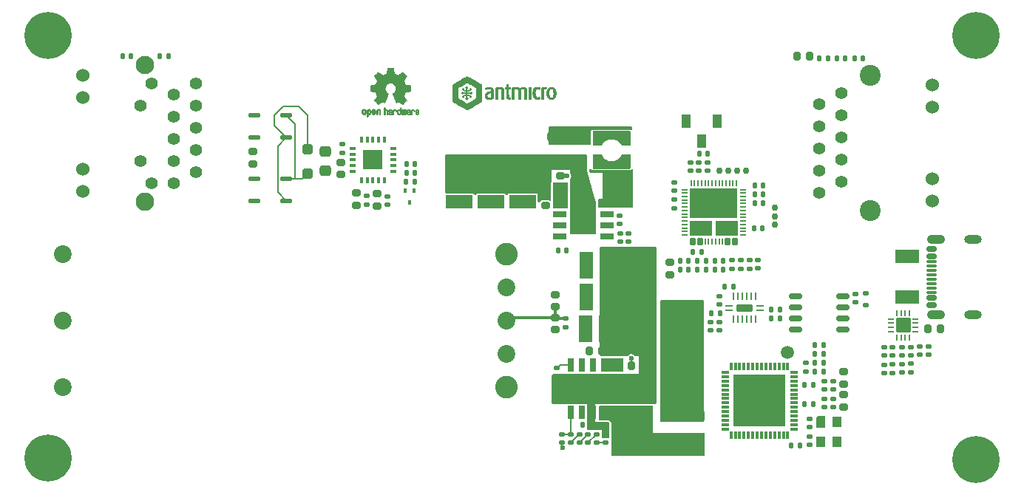
<source format=gbr>
%TF.GenerationSoftware,KiCad,Pcbnew,7.0.11+dfsg-1build4*%
%TF.CreationDate,2024-07-19T16:51:39+02:00*%
%TF.ProjectId,antmicro-poe-to-usbc-pd-adapter,616e746d-6963-4726-9f2d-706f652d746f,rev?*%
%TF.SameCoordinates,Original*%
%TF.FileFunction,Copper,L1,Top*%
%TF.FilePolarity,Positive*%
%FSLAX46Y46*%
G04 Gerber Fmt 4.6, Leading zero omitted, Abs format (unit mm)*
G04 Created by KiCad (PCBNEW 7.0.11+dfsg-1build4) date 2024-07-19 16:51:39 commit  9a9195e *
%MOMM*%
%LPD*%
G01*
G04 APERTURE LIST*
G04 Aperture macros list*
%AMRoundRect*
0 Rectangle with rounded corners*
0 $1 Rounding radius*
0 $2 $3 $4 $5 $6 $7 $8 $9 X,Y pos of 4 corners*
0 Add a 4 corners polygon primitive as box body*
4,1,4,$2,$3,$4,$5,$6,$7,$8,$9,$2,$3,0*
0 Add four circle primitives for the rounded corners*
1,1,$1+$1,$2,$3*
1,1,$1+$1,$4,$5*
1,1,$1+$1,$6,$7*
1,1,$1+$1,$8,$9*
0 Add four rect primitives between the rounded corners*
20,1,$1+$1,$2,$3,$4,$5,0*
20,1,$1+$1,$4,$5,$6,$7,0*
20,1,$1+$1,$6,$7,$8,$9,0*
20,1,$1+$1,$8,$9,$2,$3,0*%
%AMOutline5P*
0 Free polygon, 5 corners , with rotation*
0 The origin of the aperture is its center*
0 number of corners: always 5*
0 $1 to $10 corner X, Y*
0 $11 Rotation angle, in degrees counterclockwise*
0 create outline with 5 corners*
4,1,5,$1,$2,$3,$4,$5,$6,$7,$8,$9,$10,$1,$2,$11*%
%AMOutline6P*
0 Free polygon, 6 corners , with rotation*
0 The origin of the aperture is its center*
0 number of corners: always 6*
0 $1 to $12 corner X, Y*
0 $13 Rotation angle, in degrees counterclockwise*
0 create outline with 6 corners*
4,1,6,$1,$2,$3,$4,$5,$6,$7,$8,$9,$10,$11,$12,$1,$2,$13*%
%AMOutline7P*
0 Free polygon, 7 corners , with rotation*
0 The origin of the aperture is its center*
0 number of corners: always 7*
0 $1 to $14 corner X, Y*
0 $15 Rotation angle, in degrees counterclockwise*
0 create outline with 7 corners*
4,1,7,$1,$2,$3,$4,$5,$6,$7,$8,$9,$10,$11,$12,$13,$14,$1,$2,$15*%
%AMOutline8P*
0 Free polygon, 8 corners , with rotation*
0 The origin of the aperture is its center*
0 number of corners: always 8*
0 $1 to $16 corner X, Y*
0 $17 Rotation angle, in degrees counterclockwise*
0 create outline with 8 corners*
4,1,8,$1,$2,$3,$4,$5,$6,$7,$8,$9,$10,$11,$12,$13,$14,$15,$16,$1,$2,$17*%
G04 Aperture macros list end*
%TA.AperFunction,EtchedComponent*%
%ADD10C,0.020000*%
%TD*%
%TA.AperFunction,EtchedComponent*%
%ADD11C,0.010000*%
%TD*%
%TA.AperFunction,EtchedComponent*%
%ADD12C,0.130000*%
%TD*%
%TA.AperFunction,SMDPad,CuDef*%
%ADD13RoundRect,0.147500X0.147500X0.172500X-0.147500X0.172500X-0.147500X-0.172500X0.147500X-0.172500X0*%
%TD*%
%TA.AperFunction,ComponentPad*%
%ADD14C,5.400000*%
%TD*%
%TA.AperFunction,SMDPad,CuDef*%
%ADD15R,0.650000X1.525000*%
%TD*%
%TA.AperFunction,ComponentPad*%
%ADD16C,0.400000*%
%TD*%
%TA.AperFunction,SMDPad,CuDef*%
%ADD17R,3.400000X2.710000*%
%TD*%
%TA.AperFunction,SMDPad,CuDef*%
%ADD18RoundRect,0.147500X-0.147500X-0.172500X0.147500X-0.172500X0.147500X0.172500X-0.147500X0.172500X0*%
%TD*%
%TA.AperFunction,SMDPad,CuDef*%
%ADD19RoundRect,0.147500X0.172500X-0.147500X0.172500X0.147500X-0.172500X0.147500X-0.172500X-0.147500X0*%
%TD*%
%TA.AperFunction,SMDPad,CuDef*%
%ADD20RoundRect,0.058500X0.266500X-0.341500X0.266500X0.341500X-0.266500X0.341500X-0.266500X-0.341500X0*%
%TD*%
%TA.AperFunction,SMDPad,CuDef*%
%ADD21RoundRect,0.050000X0.050000X-0.300000X0.050000X0.300000X-0.050000X0.300000X-0.050000X-0.300000X0*%
%TD*%
%TA.AperFunction,SMDPad,CuDef*%
%ADD22RoundRect,0.050000X0.300000X0.050000X-0.300000X0.050000X-0.300000X-0.050000X0.300000X-0.050000X0*%
%TD*%
%TA.AperFunction,ComponentPad*%
%ADD23C,0.450000*%
%TD*%
%TA.AperFunction,SMDPad,CuDef*%
%ADD24RoundRect,0.100000X1.200000X0.775000X-1.200000X0.775000X-1.200000X-0.775000X1.200000X-0.775000X0*%
%TD*%
%TA.AperFunction,SMDPad,CuDef*%
%ADD25RoundRect,0.100000X1.175000X0.775000X-1.175000X0.775000X-1.175000X-0.775000X1.175000X-0.775000X0*%
%TD*%
%TA.AperFunction,SMDPad,CuDef*%
%ADD26RoundRect,0.100000X2.650000X1.600000X-2.650000X1.600000X-2.650000X-1.600000X2.650000X-1.600000X0*%
%TD*%
%TA.AperFunction,SMDPad,CuDef*%
%ADD27RoundRect,0.147500X-0.172500X0.147500X-0.172500X-0.147500X0.172500X-0.147500X0.172500X0.147500X0*%
%TD*%
%TA.AperFunction,SMDPad,CuDef*%
%ADD28R,3.050000X1.520000*%
%TD*%
%TA.AperFunction,SMDPad,CuDef*%
%ADD29RoundRect,0.075000X0.362500X0.075000X-0.362500X0.075000X-0.362500X-0.075000X0.362500X-0.075000X0*%
%TD*%
%TA.AperFunction,SMDPad,CuDef*%
%ADD30RoundRect,0.075000X-0.075000X0.362500X-0.075000X-0.362500X0.075000X-0.362500X0.075000X0.362500X0*%
%TD*%
%TA.AperFunction,SMDPad,CuDef*%
%ADD31R,5.900000X5.900000*%
%TD*%
%TA.AperFunction,SMDPad,CuDef*%
%ADD32C,0.750000*%
%TD*%
%TA.AperFunction,ComponentPad*%
%ADD33C,1.408000*%
%TD*%
%TA.AperFunction,ComponentPad*%
%ADD34C,1.530000*%
%TD*%
%TA.AperFunction,ComponentPad*%
%ADD35C,2.400000*%
%TD*%
%TA.AperFunction,SMDPad,CuDef*%
%ADD36RoundRect,0.077500X-0.297500X-0.077500X0.297500X-0.077500X0.297500X0.077500X-0.297500X0.077500X0*%
%TD*%
%TA.AperFunction,SMDPad,CuDef*%
%ADD37RoundRect,0.077500X-0.077500X-0.297500X0.077500X-0.297500X0.077500X0.297500X-0.077500X0.297500X0*%
%TD*%
%TA.AperFunction,SMDPad,CuDef*%
%ADD38R,2.200000X2.200000*%
%TD*%
%TA.AperFunction,SMDPad,CuDef*%
%ADD39RoundRect,0.160000X0.240000X0.340000X-0.240000X0.340000X-0.240000X-0.340000X0.240000X-0.340000X0*%
%TD*%
%TA.AperFunction,SMDPad,CuDef*%
%ADD40R,1.520000X3.050000*%
%TD*%
%TA.AperFunction,SMDPad,CuDef*%
%ADD41RoundRect,0.160000X-0.340000X0.240000X-0.340000X-0.240000X0.340000X-0.240000X0.340000X0.240000X0*%
%TD*%
%TA.AperFunction,SMDPad,CuDef*%
%ADD42RoundRect,0.125000X-0.175000X0.125000X-0.175000X-0.125000X0.175000X-0.125000X0.175000X0.125000X0*%
%TD*%
%TA.AperFunction,SMDPad,CuDef*%
%ADD43RoundRect,0.080000X2.070000X-0.320000X2.070000X0.320000X-2.070000X0.320000X-2.070000X-0.320000X0*%
%TD*%
%TA.AperFunction,SMDPad,CuDef*%
%ADD44RoundRect,0.120000X-0.580000X-0.120000X0.580000X-0.120000X0.580000X0.120000X-0.580000X0.120000X0*%
%TD*%
%TA.AperFunction,SMDPad,CuDef*%
%ADD45RoundRect,0.287500X0.612500X-0.287500X0.612500X0.287500X-0.612500X0.287500X-0.612500X-0.287500X0*%
%TD*%
%TA.AperFunction,SMDPad,CuDef*%
%ADD46RoundRect,0.287500X-0.287500X-0.612500X0.287500X-0.612500X0.287500X0.612500X-0.287500X0.612500X0*%
%TD*%
%TA.AperFunction,SMDPad,CuDef*%
%ADD47RoundRect,0.168000X1.512000X2.262000X-1.512000X2.262000X-1.512000X-2.262000X1.512000X-2.262000X0*%
%TD*%
%TA.AperFunction,SMDPad,CuDef*%
%ADD48RoundRect,0.347500X-0.347500X-0.352500X0.347500X-0.352500X0.347500X0.352500X-0.347500X0.352500X0*%
%TD*%
%TA.AperFunction,SMDPad,CuDef*%
%ADD49RoundRect,0.347500X0.347500X0.352500X-0.347500X0.352500X-0.347500X-0.352500X0.347500X-0.352500X0*%
%TD*%
%TA.AperFunction,SMDPad,CuDef*%
%ADD50Outline5P,-0.650000X0.550000X0.650000X0.550000X0.650000X-0.550000X-0.430000X-0.550000X-0.650000X-0.330000X270.000000*%
%TD*%
%TA.AperFunction,SMDPad,CuDef*%
%ADD51R,1.100000X1.300000*%
%TD*%
%TA.AperFunction,SMDPad,CuDef*%
%ADD52RoundRect,0.160000X0.340000X-0.240000X0.340000X0.240000X-0.340000X0.240000X-0.340000X-0.240000X0*%
%TD*%
%TA.AperFunction,SMDPad,CuDef*%
%ADD53R,1.000000X1.600000*%
%TD*%
%TA.AperFunction,SMDPad,CuDef*%
%ADD54RoundRect,0.160000X1.590000X0.640000X-1.590000X0.640000X-1.590000X-0.640000X1.590000X-0.640000X0*%
%TD*%
%TA.AperFunction,SMDPad,CuDef*%
%ADD55R,0.400000X0.510000*%
%TD*%
%TA.AperFunction,SMDPad,CuDef*%
%ADD56RoundRect,0.135000X0.315000X0.340000X-0.315000X0.340000X-0.315000X-0.340000X0.315000X-0.340000X0*%
%TD*%
%TA.AperFunction,ComponentPad*%
%ADD57C,1.397000*%
%TD*%
%TA.AperFunction,ComponentPad*%
%ADD58C,1.524000*%
%TD*%
%TA.AperFunction,ComponentPad*%
%ADD59C,2.100000*%
%TD*%
%TA.AperFunction,ComponentPad*%
%ADD60C,2.108200*%
%TD*%
%TA.AperFunction,SMDPad,CuDef*%
%ADD61RoundRect,0.300000X0.350000X-0.300000X0.350000X0.300000X-0.350000X0.300000X-0.350000X-0.300000X0*%
%TD*%
%TA.AperFunction,SMDPad,CuDef*%
%ADD62RoundRect,0.300000X-0.300000X0.300000X-0.300000X-0.300000X0.300000X-0.300000X0.300000X0.300000X0*%
%TD*%
%TA.AperFunction,SMDPad,CuDef*%
%ADD63R,1.525000X0.650000*%
%TD*%
%TA.AperFunction,SMDPad,CuDef*%
%ADD64R,2.710000X3.400000*%
%TD*%
%TA.AperFunction,SMDPad,CuDef*%
%ADD65O,0.900000X0.240000*%
%TD*%
%TA.AperFunction,SMDPad,CuDef*%
%ADD66O,0.240000X0.900000*%
%TD*%
%TA.AperFunction,SMDPad,CuDef*%
%ADD67RoundRect,0.225000X0.725000X-0.225000X0.725000X0.225000X-0.725000X0.225000X-0.725000X-0.225000X0*%
%TD*%
%TA.AperFunction,SMDPad,CuDef*%
%ADD68RoundRect,0.050000X0.075000X-0.250000X0.075000X0.250000X-0.075000X0.250000X-0.075000X-0.250000X0*%
%TD*%
%TA.AperFunction,SMDPad,CuDef*%
%ADD69RoundRect,0.050000X0.250000X0.075000X-0.250000X0.075000X-0.250000X-0.075000X0.250000X-0.075000X0*%
%TD*%
%TA.AperFunction,SMDPad,CuDef*%
%ADD70RoundRect,0.050000X-0.075000X0.250000X-0.075000X-0.250000X0.075000X-0.250000X0.075000X0.250000X0*%
%TD*%
%TA.AperFunction,SMDPad,CuDef*%
%ADD71RoundRect,0.050000X-0.250000X-0.075000X0.250000X-0.075000X0.250000X0.075000X-0.250000X0.075000X0*%
%TD*%
%TA.AperFunction,SMDPad,CuDef*%
%ADD72RoundRect,0.050000X0.790000X-0.790000X0.790000X0.790000X-0.790000X0.790000X-0.790000X-0.790000X0*%
%TD*%
%TA.AperFunction,SMDPad,CuDef*%
%ADD73RoundRect,0.150000X0.425000X-0.150000X0.425000X0.150000X-0.425000X0.150000X-0.425000X-0.150000X0*%
%TD*%
%TA.AperFunction,SMDPad,CuDef*%
%ADD74RoundRect,0.075000X0.500000X-0.075000X0.500000X0.075000X-0.500000X0.075000X-0.500000X-0.075000X0*%
%TD*%
%TA.AperFunction,ComponentPad*%
%ADD75O,2.100000X1.050000*%
%TD*%
%TA.AperFunction,ComponentPad*%
%ADD76O,2.000000X1.000000*%
%TD*%
%TA.AperFunction,SMDPad,CuDef*%
%ADD77R,2.750000X1.500000*%
%TD*%
%TA.AperFunction,SMDPad,CuDef*%
%ADD78RoundRect,0.125000X2.225000X-0.500000X2.225000X0.500000X-2.225000X0.500000X-2.225000X-0.500000X0*%
%TD*%
%TA.AperFunction,SMDPad,CuDef*%
%ADD79RoundRect,0.162500X0.600000X-0.162500X0.600000X0.162500X-0.600000X0.162500X-0.600000X-0.162500X0*%
%TD*%
%TA.AperFunction,ComponentPad*%
%ADD80C,2.030000*%
%TD*%
%TA.AperFunction,ComponentPad*%
%ADD81C,2.590000*%
%TD*%
%TA.AperFunction,SMDPad,CuDef*%
%ADD82C,1.500000*%
%TD*%
%TA.AperFunction,ViaPad*%
%ADD83C,0.600000*%
%TD*%
%TA.AperFunction,Conductor*%
%ADD84C,0.200000*%
%TD*%
%TA.AperFunction,Conductor*%
%ADD85C,0.300000*%
%TD*%
%TA.AperFunction,Conductor*%
%ADD86C,0.160000*%
%TD*%
%TA.AperFunction,Conductor*%
%ADD87C,0.155000*%
%TD*%
G04 APERTURE END LIST*
%TO.C,L2*%
D10*
X194918334Y-142210000D02*
X195018334Y-142340000D01*
X195108334Y-142440000D01*
X195198334Y-142520000D01*
X195298334Y-142590000D01*
X195398334Y-142650000D01*
X195508334Y-142700000D01*
X195618334Y-142740000D01*
X195728334Y-142770000D01*
X195848334Y-142790000D01*
X196008334Y-142800000D01*
X196168334Y-142790000D01*
X196288334Y-142770000D01*
X196398334Y-142740000D01*
X196508334Y-142700000D01*
X196618334Y-142650000D01*
X196718334Y-142590000D01*
X196818334Y-142520000D01*
X196908334Y-142440000D01*
X196998334Y-142340000D01*
X197098334Y-142210000D01*
X197188334Y-142060000D01*
X198148334Y-142060000D01*
X198148334Y-143570000D01*
X193868334Y-143570000D01*
X193868334Y-142060000D01*
X194828334Y-142060000D01*
X194918334Y-142210000D01*
%TA.AperFunction,EtchedComponent*%
G36*
X194918334Y-142210000D02*
G01*
X195018334Y-142340000D01*
X195108334Y-142440000D01*
X195198334Y-142520000D01*
X195298334Y-142590000D01*
X195398334Y-142650000D01*
X195508334Y-142700000D01*
X195618334Y-142740000D01*
X195728334Y-142770000D01*
X195848334Y-142790000D01*
X196008334Y-142800000D01*
X196168334Y-142790000D01*
X196288334Y-142770000D01*
X196398334Y-142740000D01*
X196508334Y-142700000D01*
X196618334Y-142650000D01*
X196718334Y-142590000D01*
X196818334Y-142520000D01*
X196908334Y-142440000D01*
X196998334Y-142340000D01*
X197098334Y-142210000D01*
X197188334Y-142060000D01*
X198148334Y-142060000D01*
X198148334Y-143570000D01*
X193868334Y-143570000D01*
X193868334Y-142060000D01*
X194828334Y-142060000D01*
X194918334Y-142210000D01*
G37*
%TD.AperFunction*%
X198148334Y-140940000D02*
X197188334Y-140940000D01*
X197098334Y-140790000D01*
X196998334Y-140660000D01*
X196908334Y-140560000D01*
X196818334Y-140480000D01*
X196718334Y-140410000D01*
X196618334Y-140350000D01*
X196508334Y-140300000D01*
X196398334Y-140260000D01*
X196288334Y-140230000D01*
X196168334Y-140210000D01*
X196008334Y-140200000D01*
X195848334Y-140210000D01*
X195728334Y-140230000D01*
X195618334Y-140260000D01*
X195508334Y-140300000D01*
X195398334Y-140350000D01*
X195298334Y-140410000D01*
X195198334Y-140480000D01*
X195108334Y-140560000D01*
X195018334Y-140660000D01*
X194918334Y-140790000D01*
X194828334Y-140940000D01*
X193868334Y-140940000D01*
X193868334Y-139430000D01*
X198148334Y-139430000D01*
X198148334Y-140940000D01*
%TA.AperFunction,EtchedComponent*%
G36*
X198148334Y-140940000D02*
G01*
X197188334Y-140940000D01*
X197098334Y-140790000D01*
X196998334Y-140660000D01*
X196908334Y-140560000D01*
X196818334Y-140480000D01*
X196718334Y-140410000D01*
X196618334Y-140350000D01*
X196508334Y-140300000D01*
X196398334Y-140260000D01*
X196288334Y-140230000D01*
X196168334Y-140210000D01*
X196008334Y-140200000D01*
X195848334Y-140210000D01*
X195728334Y-140230000D01*
X195618334Y-140260000D01*
X195508334Y-140300000D01*
X195398334Y-140350000D01*
X195298334Y-140410000D01*
X195198334Y-140480000D01*
X195108334Y-140560000D01*
X195018334Y-140660000D01*
X194918334Y-140790000D01*
X194828334Y-140940000D01*
X193868334Y-140940000D01*
X193868334Y-139430000D01*
X198148334Y-139430000D01*
X198148334Y-140940000D01*
G37*
%TD.AperFunction*%
%TO.C,REF\u002A\u002A*%
D11*
X173352600Y-136858752D02*
X173369948Y-136866334D01*
X173411356Y-136899128D01*
X173446765Y-136946547D01*
X173468664Y-136997151D01*
X173472229Y-137022098D01*
X173460279Y-137056927D01*
X173434067Y-137075357D01*
X173405964Y-137086516D01*
X173393095Y-137088572D01*
X173386829Y-137073649D01*
X173374456Y-137041175D01*
X173369028Y-137026502D01*
X173338590Y-136975744D01*
X173294520Y-136950427D01*
X173238010Y-136951206D01*
X173233825Y-136952203D01*
X173203655Y-136966507D01*
X173181476Y-136994393D01*
X173166327Y-137039287D01*
X173157250Y-137104615D01*
X173153286Y-137193804D01*
X173152914Y-137241261D01*
X173152730Y-137316071D01*
X173151522Y-137367069D01*
X173148309Y-137399471D01*
X173142109Y-137418495D01*
X173131940Y-137429356D01*
X173116819Y-137437272D01*
X173115946Y-137437670D01*
X173086828Y-137449981D01*
X173072403Y-137454514D01*
X173070186Y-137440809D01*
X173068289Y-137402925D01*
X173066847Y-137345715D01*
X173065998Y-137274027D01*
X173065829Y-137221565D01*
X173066692Y-137120047D01*
X173070070Y-137043032D01*
X173077142Y-136986023D01*
X173089088Y-136944526D01*
X173107090Y-136914043D01*
X173132327Y-136890080D01*
X173157247Y-136873355D01*
X173217171Y-136851097D01*
X173286911Y-136846076D01*
X173352600Y-136858752D01*
%TA.AperFunction,EtchedComponent*%
G36*
X173352600Y-136858752D02*
G01*
X173369948Y-136866334D01*
X173411356Y-136899128D01*
X173446765Y-136946547D01*
X173468664Y-136997151D01*
X173472229Y-137022098D01*
X173460279Y-137056927D01*
X173434067Y-137075357D01*
X173405964Y-137086516D01*
X173393095Y-137088572D01*
X173386829Y-137073649D01*
X173374456Y-137041175D01*
X173369028Y-137026502D01*
X173338590Y-136975744D01*
X173294520Y-136950427D01*
X173238010Y-136951206D01*
X173233825Y-136952203D01*
X173203655Y-136966507D01*
X173181476Y-136994393D01*
X173166327Y-137039287D01*
X173157250Y-137104615D01*
X173153286Y-137193804D01*
X173152914Y-137241261D01*
X173152730Y-137316071D01*
X173151522Y-137367069D01*
X173148309Y-137399471D01*
X173142109Y-137418495D01*
X173131940Y-137429356D01*
X173116819Y-137437272D01*
X173115946Y-137437670D01*
X173086828Y-137449981D01*
X173072403Y-137454514D01*
X173070186Y-137440809D01*
X173068289Y-137402925D01*
X173066847Y-137345715D01*
X173065998Y-137274027D01*
X173065829Y-137221565D01*
X173066692Y-137120047D01*
X173070070Y-137043032D01*
X173077142Y-136986023D01*
X173089088Y-136944526D01*
X173107090Y-136914043D01*
X173132327Y-136890080D01*
X173157247Y-136873355D01*
X173217171Y-136851097D01*
X173286911Y-136846076D01*
X173352600Y-136858752D01*
G37*
%TD.AperFunction*%
X169416093Y-136827780D02*
X169462672Y-136854723D01*
X169495057Y-136881466D01*
X169518742Y-136909484D01*
X169535059Y-136943748D01*
X169545339Y-136989227D01*
X169550914Y-137050892D01*
X169553116Y-137133711D01*
X169553371Y-137193246D01*
X169553371Y-137412391D01*
X169491686Y-137440044D01*
X169430000Y-137467697D01*
X169422743Y-137227670D01*
X169419744Y-137138028D01*
X169416598Y-137072962D01*
X169412701Y-137028026D01*
X169407447Y-136998770D01*
X169400231Y-136980748D01*
X169390450Y-136969511D01*
X169387312Y-136967079D01*
X169339761Y-136948083D01*
X169291697Y-136955600D01*
X169263086Y-136975543D01*
X169251447Y-136989675D01*
X169243391Y-137008220D01*
X169238271Y-137036334D01*
X169235441Y-137079173D01*
X169234256Y-137141895D01*
X169234057Y-137207261D01*
X169234018Y-137289268D01*
X169232614Y-137347316D01*
X169227914Y-137386465D01*
X169217987Y-137411780D01*
X169200903Y-137428323D01*
X169174732Y-137441156D01*
X169139775Y-137454491D01*
X169101596Y-137469007D01*
X169106141Y-137211389D01*
X169107971Y-137118519D01*
X169110112Y-137049889D01*
X169113181Y-137000711D01*
X169117794Y-136966198D01*
X169124568Y-136941562D01*
X169134119Y-136922016D01*
X169145634Y-136904770D01*
X169201190Y-136849680D01*
X169268980Y-136817822D01*
X169342713Y-136810191D01*
X169416093Y-136827780D01*
%TA.AperFunction,EtchedComponent*%
G36*
X169416093Y-136827780D02*
G01*
X169462672Y-136854723D01*
X169495057Y-136881466D01*
X169518742Y-136909484D01*
X169535059Y-136943748D01*
X169545339Y-136989227D01*
X169550914Y-137050892D01*
X169553116Y-137133711D01*
X169553371Y-137193246D01*
X169553371Y-137412391D01*
X169491686Y-137440044D01*
X169430000Y-137467697D01*
X169422743Y-137227670D01*
X169419744Y-137138028D01*
X169416598Y-137072962D01*
X169412701Y-137028026D01*
X169407447Y-136998770D01*
X169400231Y-136980748D01*
X169390450Y-136969511D01*
X169387312Y-136967079D01*
X169339761Y-136948083D01*
X169291697Y-136955600D01*
X169263086Y-136975543D01*
X169251447Y-136989675D01*
X169243391Y-137008220D01*
X169238271Y-137036334D01*
X169235441Y-137079173D01*
X169234256Y-137141895D01*
X169234057Y-137207261D01*
X169234018Y-137289268D01*
X169232614Y-137347316D01*
X169227914Y-137386465D01*
X169217987Y-137411780D01*
X169200903Y-137428323D01*
X169174732Y-137441156D01*
X169139775Y-137454491D01*
X169101596Y-137469007D01*
X169106141Y-137211389D01*
X169107971Y-137118519D01*
X169110112Y-137049889D01*
X169113181Y-137000711D01*
X169117794Y-136966198D01*
X169124568Y-136941562D01*
X169134119Y-136922016D01*
X169145634Y-136904770D01*
X169201190Y-136849680D01*
X169268980Y-136817822D01*
X169342713Y-136810191D01*
X169416093Y-136827780D01*
G37*
%TD.AperFunction*%
X171229926Y-136849755D02*
X171295858Y-136874084D01*
X171349273Y-136917117D01*
X171370164Y-136947409D01*
X171392939Y-137002994D01*
X171392466Y-137043186D01*
X171368562Y-137070217D01*
X171359717Y-137074813D01*
X171321530Y-137089144D01*
X171302028Y-137085472D01*
X171295422Y-137061407D01*
X171295086Y-137048114D01*
X171282992Y-136999210D01*
X171251471Y-136964999D01*
X171207659Y-136948476D01*
X171158695Y-136952634D01*
X171118894Y-136974227D01*
X171105450Y-136986544D01*
X171095921Y-137001487D01*
X171089485Y-137024075D01*
X171085317Y-137059328D01*
X171082597Y-137112266D01*
X171080502Y-137187907D01*
X171079960Y-137211857D01*
X171077981Y-137293790D01*
X171075731Y-137351455D01*
X171072357Y-137389608D01*
X171067006Y-137413004D01*
X171058824Y-137426398D01*
X171046959Y-137434545D01*
X171039362Y-137438144D01*
X171007102Y-137450452D01*
X170988111Y-137454514D01*
X170981836Y-137440948D01*
X170978006Y-137399934D01*
X170976600Y-137330999D01*
X170977598Y-137233669D01*
X170977908Y-137218657D01*
X170980101Y-137129859D01*
X170982693Y-137065019D01*
X170986382Y-137019067D01*
X170991864Y-136986935D01*
X170999835Y-136963553D01*
X171010993Y-136943852D01*
X171016830Y-136935410D01*
X171050296Y-136898057D01*
X171087727Y-136869003D01*
X171092309Y-136866467D01*
X171159426Y-136846443D01*
X171229926Y-136849755D01*
%TA.AperFunction,EtchedComponent*%
G36*
X171229926Y-136849755D02*
G01*
X171295858Y-136874084D01*
X171349273Y-136917117D01*
X171370164Y-136947409D01*
X171392939Y-137002994D01*
X171392466Y-137043186D01*
X171368562Y-137070217D01*
X171359717Y-137074813D01*
X171321530Y-137089144D01*
X171302028Y-137085472D01*
X171295422Y-137061407D01*
X171295086Y-137048114D01*
X171282992Y-136999210D01*
X171251471Y-136964999D01*
X171207659Y-136948476D01*
X171158695Y-136952634D01*
X171118894Y-136974227D01*
X171105450Y-136986544D01*
X171095921Y-137001487D01*
X171089485Y-137024075D01*
X171085317Y-137059328D01*
X171082597Y-137112266D01*
X171080502Y-137187907D01*
X171079960Y-137211857D01*
X171077981Y-137293790D01*
X171075731Y-137351455D01*
X171072357Y-137389608D01*
X171067006Y-137413004D01*
X171058824Y-137426398D01*
X171046959Y-137434545D01*
X171039362Y-137438144D01*
X171007102Y-137450452D01*
X170988111Y-137454514D01*
X170981836Y-137440948D01*
X170978006Y-137399934D01*
X170976600Y-137330999D01*
X170977598Y-137233669D01*
X170977908Y-137218657D01*
X170980101Y-137129859D01*
X170982693Y-137065019D01*
X170986382Y-137019067D01*
X170991864Y-136986935D01*
X170999835Y-136963553D01*
X171010993Y-136943852D01*
X171016830Y-136935410D01*
X171050296Y-136898057D01*
X171087727Y-136869003D01*
X171092309Y-136866467D01*
X171159426Y-136846443D01*
X171229926Y-136849755D01*
G37*
%TD.AperFunction*%
X170075886Y-136751289D02*
X170080139Y-136810613D01*
X170085025Y-136845572D01*
X170091795Y-136860820D01*
X170101702Y-136861015D01*
X170104914Y-136859195D01*
X170147644Y-136846015D01*
X170203227Y-136846785D01*
X170259737Y-136860333D01*
X170295082Y-136877861D01*
X170331321Y-136905861D01*
X170357813Y-136937549D01*
X170375999Y-136977813D01*
X170387322Y-137031543D01*
X170393222Y-137103626D01*
X170395143Y-137198951D01*
X170395177Y-137217237D01*
X170395200Y-137422646D01*
X170349491Y-137438580D01*
X170317027Y-137449420D01*
X170299215Y-137454468D01*
X170298691Y-137454514D01*
X170296937Y-137440828D01*
X170295444Y-137403076D01*
X170294326Y-137346224D01*
X170293697Y-137275234D01*
X170293600Y-137232073D01*
X170293398Y-137146973D01*
X170292358Y-137085981D01*
X170289831Y-137044177D01*
X170285164Y-137016642D01*
X170277707Y-136998456D01*
X170266811Y-136984698D01*
X170260007Y-136978073D01*
X170213272Y-136951375D01*
X170162272Y-136949375D01*
X170116001Y-136971955D01*
X170107444Y-136980107D01*
X170094893Y-136995436D01*
X170086188Y-137013618D01*
X170080631Y-137039909D01*
X170077526Y-137079562D01*
X170076176Y-137137832D01*
X170075886Y-137218173D01*
X170075886Y-137422646D01*
X170030177Y-137438580D01*
X169997713Y-137449420D01*
X169979901Y-137454468D01*
X169979377Y-137454514D01*
X169978037Y-137440623D01*
X169976828Y-137401439D01*
X169975801Y-137340700D01*
X169975002Y-137262141D01*
X169974481Y-137169498D01*
X169974286Y-137066509D01*
X169974286Y-136669342D01*
X170021457Y-136649444D01*
X170068629Y-136629547D01*
X170075886Y-136751289D01*
%TA.AperFunction,EtchedComponent*%
G36*
X170075886Y-136751289D02*
G01*
X170080139Y-136810613D01*
X170085025Y-136845572D01*
X170091795Y-136860820D01*
X170101702Y-136861015D01*
X170104914Y-136859195D01*
X170147644Y-136846015D01*
X170203227Y-136846785D01*
X170259737Y-136860333D01*
X170295082Y-136877861D01*
X170331321Y-136905861D01*
X170357813Y-136937549D01*
X170375999Y-136977813D01*
X170387322Y-137031543D01*
X170393222Y-137103626D01*
X170395143Y-137198951D01*
X170395177Y-137217237D01*
X170395200Y-137422646D01*
X170349491Y-137438580D01*
X170317027Y-137449420D01*
X170299215Y-137454468D01*
X170298691Y-137454514D01*
X170296937Y-137440828D01*
X170295444Y-137403076D01*
X170294326Y-137346224D01*
X170293697Y-137275234D01*
X170293600Y-137232073D01*
X170293398Y-137146973D01*
X170292358Y-137085981D01*
X170289831Y-137044177D01*
X170285164Y-137016642D01*
X170277707Y-136998456D01*
X170266811Y-136984698D01*
X170260007Y-136978073D01*
X170213272Y-136951375D01*
X170162272Y-136949375D01*
X170116001Y-136971955D01*
X170107444Y-136980107D01*
X170094893Y-136995436D01*
X170086188Y-137013618D01*
X170080631Y-137039909D01*
X170077526Y-137079562D01*
X170076176Y-137137832D01*
X170075886Y-137218173D01*
X170075886Y-137422646D01*
X170030177Y-137438580D01*
X169997713Y-137449420D01*
X169979901Y-137454468D01*
X169979377Y-137454514D01*
X169978037Y-137440623D01*
X169976828Y-137401439D01*
X169975801Y-137340700D01*
X169975002Y-137262141D01*
X169974481Y-137169498D01*
X169974286Y-137066509D01*
X169974286Y-136669342D01*
X170021457Y-136649444D01*
X170068629Y-136629547D01*
X170075886Y-136751289D01*
G37*
%TD.AperFunction*%
X172479833Y-136858663D02*
X172482048Y-136896850D01*
X172483784Y-136954886D01*
X172484899Y-137028180D01*
X172485257Y-137105055D01*
X172485257Y-137365196D01*
X172439326Y-137411127D01*
X172407675Y-137439429D01*
X172379890Y-137450893D01*
X172341915Y-137450168D01*
X172326840Y-137448321D01*
X172279726Y-137442948D01*
X172240756Y-137439869D01*
X172231257Y-137439585D01*
X172199233Y-137441445D01*
X172153432Y-137446114D01*
X172135674Y-137448321D01*
X172092057Y-137451735D01*
X172062745Y-137444320D01*
X172033680Y-137421427D01*
X172023188Y-137411127D01*
X171977257Y-137365196D01*
X171977257Y-136878602D01*
X172014226Y-136861758D01*
X172046059Y-136849282D01*
X172064683Y-136844914D01*
X172069458Y-136858718D01*
X172073921Y-136897286D01*
X172077775Y-136956356D01*
X172080722Y-137031663D01*
X172082143Y-137095286D01*
X172086114Y-137345657D01*
X172120759Y-137350556D01*
X172152268Y-137347131D01*
X172167708Y-137336041D01*
X172172023Y-137315308D01*
X172175708Y-137271145D01*
X172178469Y-137209146D01*
X172180012Y-137134909D01*
X172180235Y-137096706D01*
X172180457Y-136876783D01*
X172226166Y-136860849D01*
X172258518Y-136850015D01*
X172276115Y-136844962D01*
X172276623Y-136844914D01*
X172278388Y-136858648D01*
X172280329Y-136896730D01*
X172282282Y-136954482D01*
X172284084Y-137027227D01*
X172285343Y-137095286D01*
X172289314Y-137345657D01*
X172376400Y-137345657D01*
X172380396Y-137117240D01*
X172384392Y-136888822D01*
X172426847Y-136866868D01*
X172458192Y-136851793D01*
X172476744Y-136844951D01*
X172477279Y-136844914D01*
X172479833Y-136858663D01*
%TA.AperFunction,EtchedComponent*%
G36*
X172479833Y-136858663D02*
G01*
X172482048Y-136896850D01*
X172483784Y-136954886D01*
X172484899Y-137028180D01*
X172485257Y-137105055D01*
X172485257Y-137365196D01*
X172439326Y-137411127D01*
X172407675Y-137439429D01*
X172379890Y-137450893D01*
X172341915Y-137450168D01*
X172326840Y-137448321D01*
X172279726Y-137442948D01*
X172240756Y-137439869D01*
X172231257Y-137439585D01*
X172199233Y-137441445D01*
X172153432Y-137446114D01*
X172135674Y-137448321D01*
X172092057Y-137451735D01*
X172062745Y-137444320D01*
X172033680Y-137421427D01*
X172023188Y-137411127D01*
X171977257Y-137365196D01*
X171977257Y-136878602D01*
X172014226Y-136861758D01*
X172046059Y-136849282D01*
X172064683Y-136844914D01*
X172069458Y-136858718D01*
X172073921Y-136897286D01*
X172077775Y-136956356D01*
X172080722Y-137031663D01*
X172082143Y-137095286D01*
X172086114Y-137345657D01*
X172120759Y-137350556D01*
X172152268Y-137347131D01*
X172167708Y-137336041D01*
X172172023Y-137315308D01*
X172175708Y-137271145D01*
X172178469Y-137209146D01*
X172180012Y-137134909D01*
X172180235Y-137096706D01*
X172180457Y-136876783D01*
X172226166Y-136860849D01*
X172258518Y-136850015D01*
X172276115Y-136844962D01*
X172276623Y-136844914D01*
X172278388Y-136858648D01*
X172280329Y-136896730D01*
X172282282Y-136954482D01*
X172284084Y-137027227D01*
X172285343Y-137095286D01*
X172289314Y-137345657D01*
X172376400Y-137345657D01*
X172380396Y-137117240D01*
X172384392Y-136888822D01*
X172426847Y-136866868D01*
X172458192Y-136851793D01*
X172476744Y-136844951D01*
X172477279Y-136844914D01*
X172479833Y-136858663D01*
G37*
%TD.AperFunction*%
X167741115Y-136821962D02*
X167809145Y-136857733D01*
X167859351Y-136915301D01*
X167877185Y-136952312D01*
X167891063Y-137007882D01*
X167898167Y-137078096D01*
X167898840Y-137154727D01*
X167893427Y-137229552D01*
X167882270Y-137294342D01*
X167865714Y-137340873D01*
X167860626Y-137348887D01*
X167800355Y-137408707D01*
X167728769Y-137444535D01*
X167651092Y-137455020D01*
X167572548Y-137438810D01*
X167550689Y-137429092D01*
X167508122Y-137399143D01*
X167470763Y-137359433D01*
X167467232Y-137354397D01*
X167452881Y-137330124D01*
X167443394Y-137304178D01*
X167437790Y-137270022D01*
X167435086Y-137221119D01*
X167434299Y-137150935D01*
X167434286Y-137135200D01*
X167434322Y-137130192D01*
X167579429Y-137130192D01*
X167580273Y-137196430D01*
X167583596Y-137240386D01*
X167590583Y-137268779D01*
X167602416Y-137288325D01*
X167608457Y-137294857D01*
X167643186Y-137319680D01*
X167676903Y-137318548D01*
X167710995Y-137297016D01*
X167731329Y-137274029D01*
X167743371Y-137240478D01*
X167750134Y-137187569D01*
X167750598Y-137181399D01*
X167751752Y-137085513D01*
X167739688Y-137014299D01*
X167714570Y-136968194D01*
X167676560Y-136947635D01*
X167662992Y-136946514D01*
X167627364Y-136952152D01*
X167602994Y-136971686D01*
X167588093Y-137009042D01*
X167580875Y-137068150D01*
X167579429Y-137130192D01*
X167434322Y-137130192D01*
X167434826Y-137060413D01*
X167437096Y-137008159D01*
X167442068Y-136971949D01*
X167450713Y-136945299D01*
X167464005Y-136921722D01*
X167466943Y-136917338D01*
X167516313Y-136858249D01*
X167570109Y-136823947D01*
X167635602Y-136810331D01*
X167657842Y-136809665D01*
X167741115Y-136821962D01*
%TA.AperFunction,EtchedComponent*%
G36*
X167741115Y-136821962D02*
G01*
X167809145Y-136857733D01*
X167859351Y-136915301D01*
X167877185Y-136952312D01*
X167891063Y-137007882D01*
X167898167Y-137078096D01*
X167898840Y-137154727D01*
X167893427Y-137229552D01*
X167882270Y-137294342D01*
X167865714Y-137340873D01*
X167860626Y-137348887D01*
X167800355Y-137408707D01*
X167728769Y-137444535D01*
X167651092Y-137455020D01*
X167572548Y-137438810D01*
X167550689Y-137429092D01*
X167508122Y-137399143D01*
X167470763Y-137359433D01*
X167467232Y-137354397D01*
X167452881Y-137330124D01*
X167443394Y-137304178D01*
X167437790Y-137270022D01*
X167435086Y-137221119D01*
X167434299Y-137150935D01*
X167434286Y-137135200D01*
X167434322Y-137130192D01*
X167579429Y-137130192D01*
X167580273Y-137196430D01*
X167583596Y-137240386D01*
X167590583Y-137268779D01*
X167602416Y-137288325D01*
X167608457Y-137294857D01*
X167643186Y-137319680D01*
X167676903Y-137318548D01*
X167710995Y-137297016D01*
X167731329Y-137274029D01*
X167743371Y-137240478D01*
X167750134Y-137187569D01*
X167750598Y-137181399D01*
X167751752Y-137085513D01*
X167739688Y-137014299D01*
X167714570Y-136968194D01*
X167676560Y-136947635D01*
X167662992Y-136946514D01*
X167627364Y-136952152D01*
X167602994Y-136971686D01*
X167588093Y-137009042D01*
X167580875Y-137068150D01*
X167579429Y-137130192D01*
X167434322Y-137130192D01*
X167434826Y-137060413D01*
X167437096Y-137008159D01*
X167442068Y-136971949D01*
X167450713Y-136945299D01*
X167464005Y-136921722D01*
X167466943Y-136917338D01*
X167516313Y-136858249D01*
X167570109Y-136823947D01*
X167635602Y-136810331D01*
X167657842Y-136809665D01*
X167741115Y-136821962D01*
G37*
%TD.AperFunction*%
X173853595Y-136866966D02*
X173911021Y-136904497D01*
X173938719Y-136938096D01*
X173960662Y-136999064D01*
X173962405Y-137047308D01*
X173958457Y-137111816D01*
X173809686Y-137176934D01*
X173737349Y-137210202D01*
X173690084Y-137236964D01*
X173665507Y-137260144D01*
X173661237Y-137282667D01*
X173674889Y-137307455D01*
X173689943Y-137323886D01*
X173733746Y-137350235D01*
X173781389Y-137352081D01*
X173825145Y-137331546D01*
X173857289Y-137290752D01*
X173863038Y-137276347D01*
X173890576Y-137231356D01*
X173922258Y-137212182D01*
X173965714Y-137195779D01*
X173965714Y-137257966D01*
X173961872Y-137300283D01*
X173946823Y-137335969D01*
X173915280Y-137376943D01*
X173910592Y-137382267D01*
X173875506Y-137418720D01*
X173845347Y-137438283D01*
X173807615Y-137447283D01*
X173776335Y-137450230D01*
X173720385Y-137450965D01*
X173680555Y-137441660D01*
X173655708Y-137427846D01*
X173616656Y-137397467D01*
X173589625Y-137364613D01*
X173572517Y-137323294D01*
X173563238Y-137267521D01*
X173559693Y-137191305D01*
X173559410Y-137152622D01*
X173560372Y-137106247D01*
X173648007Y-137106247D01*
X173649023Y-137131126D01*
X173651556Y-137135200D01*
X173668274Y-137129665D01*
X173704249Y-137115017D01*
X173752331Y-137094190D01*
X173762386Y-137089714D01*
X173823152Y-137058814D01*
X173856632Y-137031657D01*
X173863990Y-137006220D01*
X173846391Y-136980481D01*
X173831856Y-136969109D01*
X173779410Y-136946364D01*
X173730322Y-136950122D01*
X173689227Y-136977884D01*
X173660758Y-137027152D01*
X173651631Y-137066257D01*
X173648007Y-137106247D01*
X173560372Y-137106247D01*
X173561285Y-137062249D01*
X173568196Y-136995384D01*
X173581884Y-136946695D01*
X173604096Y-136910849D01*
X173636574Y-136882513D01*
X173650733Y-136873355D01*
X173715053Y-136849507D01*
X173785473Y-136848006D01*
X173853595Y-136866966D01*
%TA.AperFunction,EtchedComponent*%
G36*
X173853595Y-136866966D02*
G01*
X173911021Y-136904497D01*
X173938719Y-136938096D01*
X173960662Y-136999064D01*
X173962405Y-137047308D01*
X173958457Y-137111816D01*
X173809686Y-137176934D01*
X173737349Y-137210202D01*
X173690084Y-137236964D01*
X173665507Y-137260144D01*
X173661237Y-137282667D01*
X173674889Y-137307455D01*
X173689943Y-137323886D01*
X173733746Y-137350235D01*
X173781389Y-137352081D01*
X173825145Y-137331546D01*
X173857289Y-137290752D01*
X173863038Y-137276347D01*
X173890576Y-137231356D01*
X173922258Y-137212182D01*
X173965714Y-137195779D01*
X173965714Y-137257966D01*
X173961872Y-137300283D01*
X173946823Y-137335969D01*
X173915280Y-137376943D01*
X173910592Y-137382267D01*
X173875506Y-137418720D01*
X173845347Y-137438283D01*
X173807615Y-137447283D01*
X173776335Y-137450230D01*
X173720385Y-137450965D01*
X173680555Y-137441660D01*
X173655708Y-137427846D01*
X173616656Y-137397467D01*
X173589625Y-137364613D01*
X173572517Y-137323294D01*
X173563238Y-137267521D01*
X173559693Y-137191305D01*
X173559410Y-137152622D01*
X173560372Y-137106247D01*
X173648007Y-137106247D01*
X173649023Y-137131126D01*
X173651556Y-137135200D01*
X173668274Y-137129665D01*
X173704249Y-137115017D01*
X173752331Y-137094190D01*
X173762386Y-137089714D01*
X173823152Y-137058814D01*
X173856632Y-137031657D01*
X173863990Y-137006220D01*
X173846391Y-136980481D01*
X173831856Y-136969109D01*
X173779410Y-136946364D01*
X173730322Y-136950122D01*
X173689227Y-136977884D01*
X173660758Y-137027152D01*
X173651631Y-137066257D01*
X173648007Y-137106247D01*
X173560372Y-137106247D01*
X173561285Y-137062249D01*
X173568196Y-136995384D01*
X173581884Y-136946695D01*
X173604096Y-136910849D01*
X173636574Y-136882513D01*
X173650733Y-136873355D01*
X173715053Y-136849507D01*
X173785473Y-136848006D01*
X173853595Y-136866966D01*
G37*
%TD.AperFunction*%
X171890117Y-136965358D02*
X171889933Y-137073837D01*
X171889219Y-137157287D01*
X171887675Y-137219704D01*
X171885001Y-137265085D01*
X171880894Y-137297429D01*
X171875055Y-137320733D01*
X171867182Y-137338995D01*
X171861221Y-137349418D01*
X171811855Y-137405945D01*
X171749264Y-137441377D01*
X171680013Y-137454090D01*
X171610668Y-137442463D01*
X171569375Y-137421568D01*
X171526025Y-137385422D01*
X171496481Y-137341276D01*
X171478655Y-137283462D01*
X171470463Y-137206313D01*
X171469302Y-137149714D01*
X171469458Y-137145647D01*
X171570857Y-137145647D01*
X171571476Y-137210550D01*
X171574314Y-137253514D01*
X171580840Y-137281622D01*
X171592523Y-137301953D01*
X171606483Y-137317288D01*
X171653365Y-137346890D01*
X171703701Y-137349419D01*
X171751276Y-137324705D01*
X171754979Y-137321356D01*
X171770783Y-137303935D01*
X171780693Y-137283209D01*
X171786058Y-137252362D01*
X171788228Y-137204577D01*
X171788571Y-137151748D01*
X171787827Y-137085381D01*
X171784748Y-137041106D01*
X171778061Y-137012009D01*
X171766496Y-136991173D01*
X171757013Y-136980107D01*
X171712960Y-136952198D01*
X171662224Y-136948843D01*
X171613796Y-136970159D01*
X171604450Y-136978073D01*
X171588540Y-136995647D01*
X171578610Y-137016587D01*
X171573278Y-137047782D01*
X171571163Y-137096122D01*
X171570857Y-137145647D01*
X171469458Y-137145647D01*
X171472810Y-137058568D01*
X171484726Y-136990086D01*
X171507135Y-136938600D01*
X171542124Y-136898443D01*
X171569375Y-136877861D01*
X171618907Y-136855625D01*
X171676316Y-136845304D01*
X171729682Y-136848067D01*
X171759543Y-136859212D01*
X171771261Y-136862383D01*
X171779037Y-136850557D01*
X171784465Y-136818866D01*
X171788571Y-136770593D01*
X171793067Y-136716829D01*
X171799313Y-136684482D01*
X171810676Y-136665985D01*
X171830528Y-136653770D01*
X171843000Y-136648362D01*
X171890171Y-136628601D01*
X171890117Y-136965358D01*
%TA.AperFunction,EtchedComponent*%
G36*
X171890117Y-136965358D02*
G01*
X171889933Y-137073837D01*
X171889219Y-137157287D01*
X171887675Y-137219704D01*
X171885001Y-137265085D01*
X171880894Y-137297429D01*
X171875055Y-137320733D01*
X171867182Y-137338995D01*
X171861221Y-137349418D01*
X171811855Y-137405945D01*
X171749264Y-137441377D01*
X171680013Y-137454090D01*
X171610668Y-137442463D01*
X171569375Y-137421568D01*
X171526025Y-137385422D01*
X171496481Y-137341276D01*
X171478655Y-137283462D01*
X171470463Y-137206313D01*
X171469302Y-137149714D01*
X171469458Y-137145647D01*
X171570857Y-137145647D01*
X171571476Y-137210550D01*
X171574314Y-137253514D01*
X171580840Y-137281622D01*
X171592523Y-137301953D01*
X171606483Y-137317288D01*
X171653365Y-137346890D01*
X171703701Y-137349419D01*
X171751276Y-137324705D01*
X171754979Y-137321356D01*
X171770783Y-137303935D01*
X171780693Y-137283209D01*
X171786058Y-137252362D01*
X171788228Y-137204577D01*
X171788571Y-137151748D01*
X171787827Y-137085381D01*
X171784748Y-137041106D01*
X171778061Y-137012009D01*
X171766496Y-136991173D01*
X171757013Y-136980107D01*
X171712960Y-136952198D01*
X171662224Y-136948843D01*
X171613796Y-136970159D01*
X171604450Y-136978073D01*
X171588540Y-136995647D01*
X171578610Y-137016587D01*
X171573278Y-137047782D01*
X171571163Y-137096122D01*
X171570857Y-137145647D01*
X171469458Y-137145647D01*
X171472810Y-137058568D01*
X171484726Y-136990086D01*
X171507135Y-136938600D01*
X171542124Y-136898443D01*
X171569375Y-136877861D01*
X171618907Y-136855625D01*
X171676316Y-136845304D01*
X171729682Y-136848067D01*
X171759543Y-136859212D01*
X171771261Y-136862383D01*
X171779037Y-136850557D01*
X171784465Y-136818866D01*
X171788571Y-136770593D01*
X171793067Y-136716829D01*
X171799313Y-136684482D01*
X171810676Y-136665985D01*
X171830528Y-136653770D01*
X171843000Y-136648362D01*
X171890171Y-136628601D01*
X171890117Y-136965358D01*
G37*
%TD.AperFunction*%
X168868303Y-136831239D02*
X168925527Y-136869735D01*
X168969749Y-136925335D01*
X168996167Y-136996086D01*
X169001510Y-137048162D01*
X169000903Y-137069893D01*
X168995822Y-137086531D01*
X168981855Y-137101437D01*
X168954589Y-137117973D01*
X168909612Y-137139498D01*
X168842511Y-137169374D01*
X168842171Y-137169524D01*
X168780407Y-137197813D01*
X168729759Y-137222933D01*
X168695404Y-137242179D01*
X168682518Y-137252848D01*
X168682514Y-137252934D01*
X168693872Y-137276166D01*
X168720431Y-137301774D01*
X168750923Y-137320221D01*
X168766370Y-137323886D01*
X168808515Y-137311212D01*
X168844808Y-137279471D01*
X168862517Y-137244572D01*
X168879552Y-137218845D01*
X168912922Y-137189546D01*
X168952149Y-137164235D01*
X168986756Y-137150471D01*
X168993993Y-137149714D01*
X169002139Y-137162160D01*
X169002630Y-137193972D01*
X168996643Y-137236866D01*
X168985357Y-137282558D01*
X168969950Y-137322761D01*
X168969171Y-137324322D01*
X168922804Y-137389062D01*
X168862711Y-137433097D01*
X168794465Y-137454711D01*
X168723638Y-137452185D01*
X168655804Y-137423804D01*
X168652788Y-137421808D01*
X168599427Y-137373448D01*
X168564340Y-137310352D01*
X168544922Y-137227387D01*
X168542316Y-137204078D01*
X168537701Y-137094055D01*
X168543233Y-137042748D01*
X168682514Y-137042748D01*
X168684324Y-137074753D01*
X168694222Y-137084093D01*
X168718898Y-137077105D01*
X168757795Y-137060587D01*
X168801275Y-137039881D01*
X168802356Y-137039333D01*
X168839209Y-137019949D01*
X168854000Y-137007013D01*
X168850353Y-136993451D01*
X168834995Y-136975632D01*
X168795923Y-136949845D01*
X168753846Y-136947950D01*
X168716103Y-136966717D01*
X168690034Y-137002915D01*
X168682514Y-137042748D01*
X168543233Y-137042748D01*
X168547194Y-137006027D01*
X168571550Y-136936212D01*
X168605456Y-136887302D01*
X168666653Y-136837878D01*
X168734063Y-136813359D01*
X168802880Y-136811797D01*
X168868303Y-136831239D01*
%TA.AperFunction,EtchedComponent*%
G36*
X168868303Y-136831239D02*
G01*
X168925527Y-136869735D01*
X168969749Y-136925335D01*
X168996167Y-136996086D01*
X169001510Y-137048162D01*
X169000903Y-137069893D01*
X168995822Y-137086531D01*
X168981855Y-137101437D01*
X168954589Y-137117973D01*
X168909612Y-137139498D01*
X168842511Y-137169374D01*
X168842171Y-137169524D01*
X168780407Y-137197813D01*
X168729759Y-137222933D01*
X168695404Y-137242179D01*
X168682518Y-137252848D01*
X168682514Y-137252934D01*
X168693872Y-137276166D01*
X168720431Y-137301774D01*
X168750923Y-137320221D01*
X168766370Y-137323886D01*
X168808515Y-137311212D01*
X168844808Y-137279471D01*
X168862517Y-137244572D01*
X168879552Y-137218845D01*
X168912922Y-137189546D01*
X168952149Y-137164235D01*
X168986756Y-137150471D01*
X168993993Y-137149714D01*
X169002139Y-137162160D01*
X169002630Y-137193972D01*
X168996643Y-137236866D01*
X168985357Y-137282558D01*
X168969950Y-137322761D01*
X168969171Y-137324322D01*
X168922804Y-137389062D01*
X168862711Y-137433097D01*
X168794465Y-137454711D01*
X168723638Y-137452185D01*
X168655804Y-137423804D01*
X168652788Y-137421808D01*
X168599427Y-137373448D01*
X168564340Y-137310352D01*
X168544922Y-137227387D01*
X168542316Y-137204078D01*
X168537701Y-137094055D01*
X168543233Y-137042748D01*
X168682514Y-137042748D01*
X168684324Y-137074753D01*
X168694222Y-137084093D01*
X168718898Y-137077105D01*
X168757795Y-137060587D01*
X168801275Y-137039881D01*
X168802356Y-137039333D01*
X168839209Y-137019949D01*
X168854000Y-137007013D01*
X168850353Y-136993451D01*
X168834995Y-136975632D01*
X168795923Y-136949845D01*
X168753846Y-136947950D01*
X168716103Y-136966717D01*
X168690034Y-137002915D01*
X168682514Y-137042748D01*
X168543233Y-137042748D01*
X168547194Y-137006027D01*
X168571550Y-136936212D01*
X168605456Y-136887302D01*
X168666653Y-136837878D01*
X168734063Y-136813359D01*
X168802880Y-136811797D01*
X168868303Y-136831239D01*
G37*
%TD.AperFunction*%
X170739744Y-136850968D02*
X170796616Y-136872087D01*
X170797267Y-136872493D01*
X170832440Y-136898380D01*
X170858407Y-136928633D01*
X170876670Y-136968058D01*
X170888732Y-137021462D01*
X170896096Y-137093651D01*
X170900264Y-137189432D01*
X170900629Y-137203078D01*
X170905876Y-137408842D01*
X170861716Y-137431678D01*
X170829763Y-137447110D01*
X170810470Y-137454423D01*
X170809578Y-137454514D01*
X170806239Y-137441022D01*
X170803587Y-137404626D01*
X170801956Y-137351452D01*
X170801600Y-137308393D01*
X170801592Y-137238641D01*
X170798403Y-137194837D01*
X170787288Y-137173944D01*
X170763501Y-137172925D01*
X170722296Y-137188741D01*
X170660086Y-137217815D01*
X170614341Y-137241963D01*
X170590813Y-137262913D01*
X170583896Y-137285747D01*
X170583886Y-137286877D01*
X170595299Y-137326212D01*
X170629092Y-137347462D01*
X170680809Y-137350539D01*
X170718061Y-137350006D01*
X170737703Y-137360735D01*
X170749952Y-137386505D01*
X170757002Y-137419337D01*
X170746842Y-137437966D01*
X170743017Y-137440632D01*
X170707001Y-137451340D01*
X170656566Y-137452856D01*
X170604626Y-137445759D01*
X170567822Y-137432788D01*
X170516938Y-137389585D01*
X170488014Y-137329446D01*
X170482286Y-137282462D01*
X170486657Y-137240082D01*
X170502475Y-137205488D01*
X170533797Y-137174763D01*
X170584678Y-137143990D01*
X170659176Y-137109252D01*
X170663714Y-137107288D01*
X170730821Y-137076287D01*
X170772232Y-137050862D01*
X170789981Y-137028014D01*
X170786107Y-137004745D01*
X170762643Y-136978056D01*
X170755627Y-136971914D01*
X170708630Y-136948100D01*
X170659933Y-136949103D01*
X170617522Y-136972451D01*
X170589384Y-137015675D01*
X170586769Y-137024160D01*
X170561308Y-137065308D01*
X170529001Y-137085128D01*
X170482286Y-137104770D01*
X170482286Y-137053950D01*
X170496496Y-136980082D01*
X170538675Y-136912327D01*
X170560624Y-136889661D01*
X170610517Y-136860569D01*
X170673967Y-136847400D01*
X170739744Y-136850968D01*
%TA.AperFunction,EtchedComponent*%
G36*
X170739744Y-136850968D02*
G01*
X170796616Y-136872087D01*
X170797267Y-136872493D01*
X170832440Y-136898380D01*
X170858407Y-136928633D01*
X170876670Y-136968058D01*
X170888732Y-137021462D01*
X170896096Y-137093651D01*
X170900264Y-137189432D01*
X170900629Y-137203078D01*
X170905876Y-137408842D01*
X170861716Y-137431678D01*
X170829763Y-137447110D01*
X170810470Y-137454423D01*
X170809578Y-137454514D01*
X170806239Y-137441022D01*
X170803587Y-137404626D01*
X170801956Y-137351452D01*
X170801600Y-137308393D01*
X170801592Y-137238641D01*
X170798403Y-137194837D01*
X170787288Y-137173944D01*
X170763501Y-137172925D01*
X170722296Y-137188741D01*
X170660086Y-137217815D01*
X170614341Y-137241963D01*
X170590813Y-137262913D01*
X170583896Y-137285747D01*
X170583886Y-137286877D01*
X170595299Y-137326212D01*
X170629092Y-137347462D01*
X170680809Y-137350539D01*
X170718061Y-137350006D01*
X170737703Y-137360735D01*
X170749952Y-137386505D01*
X170757002Y-137419337D01*
X170746842Y-137437966D01*
X170743017Y-137440632D01*
X170707001Y-137451340D01*
X170656566Y-137452856D01*
X170604626Y-137445759D01*
X170567822Y-137432788D01*
X170516938Y-137389585D01*
X170488014Y-137329446D01*
X170482286Y-137282462D01*
X170486657Y-137240082D01*
X170502475Y-137205488D01*
X170533797Y-137174763D01*
X170584678Y-137143990D01*
X170659176Y-137109252D01*
X170663714Y-137107288D01*
X170730821Y-137076287D01*
X170772232Y-137050862D01*
X170789981Y-137028014D01*
X170786107Y-137004745D01*
X170762643Y-136978056D01*
X170755627Y-136971914D01*
X170708630Y-136948100D01*
X170659933Y-136949103D01*
X170617522Y-136972451D01*
X170589384Y-137015675D01*
X170586769Y-137024160D01*
X170561308Y-137065308D01*
X170529001Y-137085128D01*
X170482286Y-137104770D01*
X170482286Y-137053950D01*
X170496496Y-136980082D01*
X170538675Y-136912327D01*
X170560624Y-136889661D01*
X170610517Y-136860569D01*
X170673967Y-136847400D01*
X170739744Y-136850968D01*
G37*
%TD.AperFunction*%
X168299744Y-136819918D02*
X168355201Y-136847568D01*
X168404148Y-136898480D01*
X168417629Y-136917338D01*
X168432314Y-136942015D01*
X168441842Y-136968816D01*
X168447293Y-137004587D01*
X168449747Y-137056169D01*
X168450286Y-137124267D01*
X168447852Y-137217588D01*
X168439394Y-137287657D01*
X168423174Y-137339931D01*
X168397454Y-137379869D01*
X168360497Y-137412929D01*
X168357782Y-137414886D01*
X168321360Y-137434908D01*
X168277502Y-137444815D01*
X168221724Y-137447257D01*
X168131048Y-137447257D01*
X168131010Y-137535283D01*
X168130166Y-137584308D01*
X168125024Y-137613065D01*
X168111587Y-137630311D01*
X168085858Y-137644808D01*
X168079679Y-137647769D01*
X168050764Y-137661648D01*
X168028376Y-137670414D01*
X168011729Y-137671171D01*
X168000036Y-137661023D01*
X167992510Y-137637073D01*
X167988366Y-137596426D01*
X167986815Y-137536186D01*
X167987071Y-137453455D01*
X167988349Y-137345339D01*
X167988748Y-137313000D01*
X167990185Y-137201524D01*
X167991472Y-137128603D01*
X168130971Y-137128603D01*
X168131755Y-137190499D01*
X168135240Y-137230997D01*
X168143124Y-137257708D01*
X168157105Y-137278244D01*
X168166597Y-137288260D01*
X168205404Y-137317567D01*
X168239763Y-137319952D01*
X168275216Y-137295750D01*
X168276114Y-137294857D01*
X168290539Y-137276153D01*
X168299313Y-137250732D01*
X168303739Y-137211584D01*
X168305118Y-137151697D01*
X168305143Y-137138430D01*
X168301812Y-137055901D01*
X168290969Y-136998691D01*
X168271340Y-136963766D01*
X168241650Y-136948094D01*
X168224491Y-136946514D01*
X168183766Y-136953926D01*
X168155832Y-136978330D01*
X168139017Y-137022980D01*
X168131650Y-137091130D01*
X168130971Y-137128603D01*
X167991472Y-137128603D01*
X167991708Y-137115245D01*
X167993677Y-137050333D01*
X167996450Y-137002958D01*
X168000388Y-136969290D01*
X168005849Y-136945498D01*
X168013192Y-136927753D01*
X168022777Y-136912224D01*
X168026887Y-136906381D01*
X168081405Y-136851185D01*
X168150336Y-136819890D01*
X168230072Y-136811165D01*
X168299744Y-136819918D01*
%TA.AperFunction,EtchedComponent*%
G36*
X168299744Y-136819918D02*
G01*
X168355201Y-136847568D01*
X168404148Y-136898480D01*
X168417629Y-136917338D01*
X168432314Y-136942015D01*
X168441842Y-136968816D01*
X168447293Y-137004587D01*
X168449747Y-137056169D01*
X168450286Y-137124267D01*
X168447852Y-137217588D01*
X168439394Y-137287657D01*
X168423174Y-137339931D01*
X168397454Y-137379869D01*
X168360497Y-137412929D01*
X168357782Y-137414886D01*
X168321360Y-137434908D01*
X168277502Y-137444815D01*
X168221724Y-137447257D01*
X168131048Y-137447257D01*
X168131010Y-137535283D01*
X168130166Y-137584308D01*
X168125024Y-137613065D01*
X168111587Y-137630311D01*
X168085858Y-137644808D01*
X168079679Y-137647769D01*
X168050764Y-137661648D01*
X168028376Y-137670414D01*
X168011729Y-137671171D01*
X168000036Y-137661023D01*
X167992510Y-137637073D01*
X167988366Y-137596426D01*
X167986815Y-137536186D01*
X167987071Y-137453455D01*
X167988349Y-137345339D01*
X167988748Y-137313000D01*
X167990185Y-137201524D01*
X167991472Y-137128603D01*
X168130971Y-137128603D01*
X168131755Y-137190499D01*
X168135240Y-137230997D01*
X168143124Y-137257708D01*
X168157105Y-137278244D01*
X168166597Y-137288260D01*
X168205404Y-137317567D01*
X168239763Y-137319952D01*
X168275216Y-137295750D01*
X168276114Y-137294857D01*
X168290539Y-137276153D01*
X168299313Y-137250732D01*
X168303739Y-137211584D01*
X168305118Y-137151697D01*
X168305143Y-137138430D01*
X168301812Y-137055901D01*
X168290969Y-136998691D01*
X168271340Y-136963766D01*
X168241650Y-136948094D01*
X168224491Y-136946514D01*
X168183766Y-136953926D01*
X168155832Y-136978330D01*
X168139017Y-137022980D01*
X168131650Y-137091130D01*
X168130971Y-137128603D01*
X167991472Y-137128603D01*
X167991708Y-137115245D01*
X167993677Y-137050333D01*
X167996450Y-137002958D01*
X168000388Y-136969290D01*
X168005849Y-136945498D01*
X168013192Y-136927753D01*
X168022777Y-136912224D01*
X168026887Y-136906381D01*
X168081405Y-136851185D01*
X168150336Y-136819890D01*
X168230072Y-136811165D01*
X168299744Y-136819918D01*
G37*
%TD.AperFunction*%
X172844876Y-136856335D02*
X172886667Y-136875344D01*
X172919469Y-136898378D01*
X172943503Y-136924133D01*
X172960097Y-136957358D01*
X172970577Y-137002800D01*
X172976271Y-137065207D01*
X172978507Y-137149327D01*
X172978743Y-137204721D01*
X172978743Y-137420826D01*
X172941774Y-137437670D01*
X172912656Y-137449981D01*
X172898231Y-137454514D01*
X172895472Y-137441025D01*
X172893282Y-137404653D01*
X172891942Y-137351542D01*
X172891657Y-137309372D01*
X172890434Y-137248447D01*
X172887136Y-137200115D01*
X172882321Y-137170518D01*
X172878496Y-137164229D01*
X172852783Y-137170652D01*
X172812418Y-137187125D01*
X172765679Y-137209458D01*
X172720845Y-137233457D01*
X172686193Y-137254930D01*
X172670002Y-137269685D01*
X172669938Y-137269845D01*
X172671330Y-137297152D01*
X172683818Y-137323219D01*
X172705743Y-137344392D01*
X172737743Y-137351474D01*
X172765092Y-137350649D01*
X172803826Y-137350042D01*
X172824158Y-137359116D01*
X172836369Y-137383092D01*
X172837909Y-137387613D01*
X172843203Y-137421806D01*
X172829047Y-137442568D01*
X172792148Y-137452462D01*
X172752289Y-137454292D01*
X172680562Y-137440727D01*
X172643432Y-137421355D01*
X172597576Y-137375845D01*
X172573256Y-137319983D01*
X172571073Y-137260957D01*
X172591629Y-137205953D01*
X172622549Y-137171486D01*
X172653420Y-137152189D01*
X172701942Y-137127759D01*
X172758485Y-137102985D01*
X172767910Y-137099199D01*
X172830019Y-137071791D01*
X172865822Y-137047634D01*
X172877337Y-137023619D01*
X172866580Y-136996635D01*
X172848114Y-136975543D01*
X172804469Y-136949572D01*
X172756446Y-136947624D01*
X172712406Y-136967637D01*
X172680709Y-137007551D01*
X172676549Y-137017848D01*
X172652327Y-137055724D01*
X172616965Y-137083842D01*
X172572343Y-137106917D01*
X172572343Y-137041485D01*
X172574969Y-137001506D01*
X172586230Y-136969997D01*
X172611199Y-136936378D01*
X172635169Y-136910484D01*
X172672441Y-136873817D01*
X172701401Y-136854121D01*
X172732505Y-136846220D01*
X172767713Y-136844914D01*
X172844876Y-136856335D01*
%TA.AperFunction,EtchedComponent*%
G36*
X172844876Y-136856335D02*
G01*
X172886667Y-136875344D01*
X172919469Y-136898378D01*
X172943503Y-136924133D01*
X172960097Y-136957358D01*
X172970577Y-137002800D01*
X172976271Y-137065207D01*
X172978507Y-137149327D01*
X172978743Y-137204721D01*
X172978743Y-137420826D01*
X172941774Y-137437670D01*
X172912656Y-137449981D01*
X172898231Y-137454514D01*
X172895472Y-137441025D01*
X172893282Y-137404653D01*
X172891942Y-137351542D01*
X172891657Y-137309372D01*
X172890434Y-137248447D01*
X172887136Y-137200115D01*
X172882321Y-137170518D01*
X172878496Y-137164229D01*
X172852783Y-137170652D01*
X172812418Y-137187125D01*
X172765679Y-137209458D01*
X172720845Y-137233457D01*
X172686193Y-137254930D01*
X172670002Y-137269685D01*
X172669938Y-137269845D01*
X172671330Y-137297152D01*
X172683818Y-137323219D01*
X172705743Y-137344392D01*
X172737743Y-137351474D01*
X172765092Y-137350649D01*
X172803826Y-137350042D01*
X172824158Y-137359116D01*
X172836369Y-137383092D01*
X172837909Y-137387613D01*
X172843203Y-137421806D01*
X172829047Y-137442568D01*
X172792148Y-137452462D01*
X172752289Y-137454292D01*
X172680562Y-137440727D01*
X172643432Y-137421355D01*
X172597576Y-137375845D01*
X172573256Y-137319983D01*
X172571073Y-137260957D01*
X172591629Y-137205953D01*
X172622549Y-137171486D01*
X172653420Y-137152189D01*
X172701942Y-137127759D01*
X172758485Y-137102985D01*
X172767910Y-137099199D01*
X172830019Y-137071791D01*
X172865822Y-137047634D01*
X172877337Y-137023619D01*
X172866580Y-136996635D01*
X172848114Y-136975543D01*
X172804469Y-136949572D01*
X172756446Y-136947624D01*
X172712406Y-136967637D01*
X172680709Y-137007551D01*
X172676549Y-137017848D01*
X172652327Y-137055724D01*
X172616965Y-137083842D01*
X172572343Y-137106917D01*
X172572343Y-137041485D01*
X172574969Y-137001506D01*
X172586230Y-136969997D01*
X172611199Y-136936378D01*
X172635169Y-136910484D01*
X172672441Y-136873817D01*
X172701401Y-136854121D01*
X172732505Y-136846220D01*
X172767713Y-136844914D01*
X172844876Y-136856335D01*
G37*
%TD.AperFunction*%
X170803910Y-132142348D02*
X170882454Y-132142778D01*
X170939298Y-132143942D01*
X170978105Y-132146207D01*
X171002538Y-132149940D01*
X171016262Y-132155506D01*
X171022940Y-132163273D01*
X171026236Y-132173605D01*
X171026556Y-132174943D01*
X171031562Y-132199079D01*
X171040829Y-132246701D01*
X171053392Y-132312741D01*
X171068287Y-132392128D01*
X171084551Y-132479796D01*
X171085119Y-132482875D01*
X171101410Y-132568789D01*
X171116652Y-132644696D01*
X171129861Y-132706045D01*
X171140054Y-132748282D01*
X171146248Y-132766855D01*
X171146543Y-132767184D01*
X171164788Y-132776253D01*
X171202405Y-132791367D01*
X171251271Y-132809262D01*
X171251543Y-132809358D01*
X171313093Y-132832493D01*
X171385657Y-132861965D01*
X171454057Y-132891597D01*
X171457294Y-132893062D01*
X171568702Y-132943626D01*
X171815399Y-132775160D01*
X171891077Y-132723803D01*
X171959631Y-132677889D01*
X172017088Y-132640030D01*
X172059476Y-132612837D01*
X172082825Y-132598921D01*
X172085042Y-132597889D01*
X172102010Y-132602484D01*
X172133701Y-132624655D01*
X172181352Y-132665447D01*
X172246198Y-132725905D01*
X172312397Y-132790227D01*
X172376214Y-132853612D01*
X172433329Y-132911451D01*
X172480305Y-132960175D01*
X172513703Y-132996210D01*
X172530085Y-133015984D01*
X172530694Y-133017002D01*
X172532505Y-133030572D01*
X172525683Y-133052733D01*
X172508540Y-133086478D01*
X172479393Y-133134800D01*
X172436555Y-133200692D01*
X172379448Y-133285517D01*
X172328766Y-133360177D01*
X172283461Y-133427140D01*
X172246150Y-133482516D01*
X172219452Y-133522420D01*
X172205985Y-133542962D01*
X172205137Y-133544356D01*
X172206781Y-133564038D01*
X172219245Y-133602293D01*
X172240048Y-133651889D01*
X172247462Y-133667728D01*
X172279814Y-133738290D01*
X172314328Y-133818353D01*
X172342365Y-133887629D01*
X172362568Y-133939045D01*
X172378615Y-133978119D01*
X172387888Y-133998541D01*
X172389041Y-134000114D01*
X172406096Y-134002721D01*
X172446298Y-134009863D01*
X172504302Y-134020523D01*
X172574763Y-134033685D01*
X172652335Y-134048333D01*
X172731672Y-134063449D01*
X172807431Y-134078018D01*
X172874264Y-134091022D01*
X172926828Y-134101445D01*
X172959776Y-134108270D01*
X172967857Y-134110199D01*
X172976205Y-134114962D01*
X172982506Y-134125718D01*
X172987045Y-134146098D01*
X172990104Y-134179734D01*
X172991967Y-134230255D01*
X172992918Y-134301292D01*
X172993240Y-134396476D01*
X172993257Y-134435492D01*
X172993257Y-134752799D01*
X172917057Y-134767839D01*
X172874663Y-134775995D01*
X172811400Y-134787899D01*
X172734962Y-134802116D01*
X172653043Y-134817210D01*
X172630400Y-134821355D01*
X172554806Y-134836053D01*
X172488953Y-134850505D01*
X172438366Y-134863375D01*
X172408574Y-134873322D01*
X172403612Y-134876287D01*
X172391426Y-134897283D01*
X172373953Y-134937967D01*
X172354577Y-134990322D01*
X172350734Y-135001600D01*
X172325339Y-135071523D01*
X172293817Y-135150418D01*
X172262969Y-135221266D01*
X172262817Y-135221595D01*
X172211447Y-135332733D01*
X172380399Y-135581253D01*
X172549352Y-135829772D01*
X172332429Y-136047058D01*
X172266819Y-136111726D01*
X172206979Y-136168733D01*
X172156267Y-136215033D01*
X172118046Y-136247584D01*
X172095675Y-136263343D01*
X172092466Y-136264343D01*
X172073626Y-136256469D01*
X172035180Y-136234578D01*
X171981330Y-136201267D01*
X171916276Y-136159131D01*
X171845940Y-136111943D01*
X171774555Y-136063810D01*
X171710908Y-136021928D01*
X171659041Y-135988871D01*
X171622995Y-135967218D01*
X171606867Y-135959543D01*
X171587189Y-135966037D01*
X171549875Y-135983150D01*
X171502621Y-136007326D01*
X171497612Y-136010013D01*
X171433977Y-136041927D01*
X171390341Y-136057579D01*
X171363202Y-136057745D01*
X171349057Y-136043204D01*
X171348975Y-136043000D01*
X171341905Y-136025779D01*
X171325042Y-135984899D01*
X171299695Y-135923525D01*
X171267171Y-135844819D01*
X171228778Y-135751947D01*
X171185822Y-135648072D01*
X171144222Y-135547502D01*
X171098504Y-135436516D01*
X171056526Y-135333703D01*
X171019548Y-135242215D01*
X170988827Y-135165201D01*
X170965622Y-135105815D01*
X170951190Y-135067209D01*
X170946743Y-135052800D01*
X170957896Y-135036272D01*
X170987069Y-135009930D01*
X171025971Y-134980887D01*
X171136757Y-134889039D01*
X171223351Y-134783759D01*
X171284716Y-134667266D01*
X171319815Y-134541776D01*
X171327608Y-134409507D01*
X171321943Y-134348457D01*
X171291078Y-134221795D01*
X171237920Y-134109941D01*
X171165767Y-134014001D01*
X171077917Y-133935076D01*
X170977665Y-133874270D01*
X170868310Y-133832687D01*
X170753147Y-133811428D01*
X170635475Y-133811599D01*
X170518590Y-133834301D01*
X170405789Y-133880638D01*
X170300369Y-133951713D01*
X170256368Y-133991911D01*
X170171979Y-134095129D01*
X170113222Y-134207925D01*
X170079704Y-134327010D01*
X170071035Y-134449095D01*
X170086823Y-134570893D01*
X170126678Y-134689116D01*
X170190207Y-134800475D01*
X170277021Y-134901684D01*
X170374029Y-134980887D01*
X170414437Y-135011162D01*
X170442982Y-135037219D01*
X170453257Y-135052825D01*
X170447877Y-135069843D01*
X170432575Y-135110500D01*
X170408612Y-135171642D01*
X170377244Y-135250119D01*
X170339732Y-135342780D01*
X170297333Y-135446472D01*
X170255663Y-135547526D01*
X170209690Y-135658607D01*
X170167107Y-135761541D01*
X170129221Y-135853165D01*
X170097340Y-135930316D01*
X170072771Y-135989831D01*
X170056820Y-136028544D01*
X170050910Y-136043000D01*
X170036948Y-136057685D01*
X170009940Y-136057642D01*
X169966413Y-136042099D01*
X169902890Y-136010284D01*
X169902388Y-136010013D01*
X169854560Y-135985323D01*
X169815897Y-135967338D01*
X169794095Y-135959614D01*
X169793133Y-135959543D01*
X169776721Y-135967378D01*
X169740487Y-135989165D01*
X169688474Y-136022328D01*
X169624725Y-136064291D01*
X169554060Y-136111943D01*
X169482116Y-136160191D01*
X169417274Y-136202151D01*
X169363735Y-136235227D01*
X169325697Y-136256821D01*
X169307533Y-136264343D01*
X169290808Y-136254457D01*
X169257180Y-136226826D01*
X169210010Y-136184495D01*
X169152658Y-136130505D01*
X169088484Y-136067899D01*
X169067497Y-136046983D01*
X168850499Y-135829623D01*
X169015668Y-135587220D01*
X169065864Y-135512781D01*
X169109919Y-135445972D01*
X169145362Y-135390665D01*
X169169719Y-135350729D01*
X169180522Y-135330036D01*
X169180838Y-135328563D01*
X169175143Y-135309058D01*
X169159826Y-135269822D01*
X169137537Y-135217430D01*
X169121893Y-135182355D01*
X169092641Y-135115201D01*
X169065094Y-135047358D01*
X169043737Y-134990034D01*
X169037935Y-134972572D01*
X169021452Y-134925938D01*
X169005340Y-134889905D01*
X168996490Y-134876287D01*
X168976960Y-134867952D01*
X168934334Y-134856137D01*
X168874145Y-134842181D01*
X168801922Y-134827422D01*
X168769600Y-134821355D01*
X168687522Y-134806273D01*
X168608795Y-134791669D01*
X168541109Y-134778980D01*
X168492160Y-134769642D01*
X168482943Y-134767839D01*
X168406743Y-134752799D01*
X168406743Y-134435492D01*
X168406914Y-134331154D01*
X168407616Y-134252213D01*
X168409134Y-134195038D01*
X168411749Y-134155999D01*
X168415746Y-134131465D01*
X168421409Y-134117805D01*
X168429020Y-134111389D01*
X168432143Y-134110199D01*
X168450978Y-134105980D01*
X168492588Y-134097562D01*
X168551630Y-134085961D01*
X168622757Y-134072195D01*
X168700625Y-134057280D01*
X168779887Y-134042232D01*
X168855198Y-134028069D01*
X168921213Y-134015806D01*
X168972587Y-134006461D01*
X169003975Y-134001050D01*
X169010959Y-134000114D01*
X169017285Y-133987596D01*
X169031290Y-133954246D01*
X169050355Y-133906377D01*
X169057634Y-133887629D01*
X169086996Y-133815195D01*
X169121571Y-133735170D01*
X169152537Y-133667728D01*
X169175323Y-133616159D01*
X169190482Y-133573785D01*
X169195542Y-133547834D01*
X169194736Y-133544356D01*
X169184041Y-133527936D01*
X169159620Y-133491417D01*
X169124095Y-133438687D01*
X169080087Y-133373635D01*
X169030217Y-133300151D01*
X169020356Y-133285645D01*
X168962492Y-133199704D01*
X168919956Y-133134261D01*
X168891054Y-133086304D01*
X168874090Y-133052820D01*
X168867367Y-133030795D01*
X168869190Y-133017217D01*
X168869236Y-133017131D01*
X168883586Y-132999297D01*
X168915323Y-132964817D01*
X168961010Y-132917268D01*
X169017204Y-132860222D01*
X169080468Y-132797255D01*
X169087602Y-132790227D01*
X169167330Y-132713020D01*
X169228857Y-132656330D01*
X169273421Y-132619110D01*
X169302257Y-132600315D01*
X169314958Y-132597889D01*
X169333494Y-132608471D01*
X169371961Y-132632916D01*
X169426386Y-132668612D01*
X169492798Y-132712947D01*
X169567225Y-132763311D01*
X169584601Y-132775160D01*
X169831297Y-132943626D01*
X169942706Y-132893062D01*
X170010457Y-132863595D01*
X170083183Y-132833959D01*
X170145703Y-132810330D01*
X170148457Y-132809358D01*
X170197360Y-132791457D01*
X170235057Y-132776320D01*
X170253425Y-132767210D01*
X170253456Y-132767184D01*
X170259285Y-132750717D01*
X170269192Y-132710219D01*
X170282195Y-132650242D01*
X170297309Y-132575340D01*
X170313552Y-132490064D01*
X170314881Y-132482875D01*
X170331175Y-132395014D01*
X170346133Y-132315260D01*
X170358791Y-132248681D01*
X170368186Y-132200347D01*
X170373354Y-132175325D01*
X170373444Y-132174943D01*
X170376589Y-132164299D01*
X170382704Y-132156262D01*
X170395453Y-132150467D01*
X170418500Y-132146547D01*
X170455509Y-132144135D01*
X170510144Y-132142865D01*
X170586067Y-132142371D01*
X170686944Y-132142286D01*
X170700000Y-132142286D01*
X170803910Y-132142348D01*
%TA.AperFunction,EtchedComponent*%
G36*
X170803910Y-132142348D02*
G01*
X170882454Y-132142778D01*
X170939298Y-132143942D01*
X170978105Y-132146207D01*
X171002538Y-132149940D01*
X171016262Y-132155506D01*
X171022940Y-132163273D01*
X171026236Y-132173605D01*
X171026556Y-132174943D01*
X171031562Y-132199079D01*
X171040829Y-132246701D01*
X171053392Y-132312741D01*
X171068287Y-132392128D01*
X171084551Y-132479796D01*
X171085119Y-132482875D01*
X171101410Y-132568789D01*
X171116652Y-132644696D01*
X171129861Y-132706045D01*
X171140054Y-132748282D01*
X171146248Y-132766855D01*
X171146543Y-132767184D01*
X171164788Y-132776253D01*
X171202405Y-132791367D01*
X171251271Y-132809262D01*
X171251543Y-132809358D01*
X171313093Y-132832493D01*
X171385657Y-132861965D01*
X171454057Y-132891597D01*
X171457294Y-132893062D01*
X171568702Y-132943626D01*
X171815399Y-132775160D01*
X171891077Y-132723803D01*
X171959631Y-132677889D01*
X172017088Y-132640030D01*
X172059476Y-132612837D01*
X172082825Y-132598921D01*
X172085042Y-132597889D01*
X172102010Y-132602484D01*
X172133701Y-132624655D01*
X172181352Y-132665447D01*
X172246198Y-132725905D01*
X172312397Y-132790227D01*
X172376214Y-132853612D01*
X172433329Y-132911451D01*
X172480305Y-132960175D01*
X172513703Y-132996210D01*
X172530085Y-133015984D01*
X172530694Y-133017002D01*
X172532505Y-133030572D01*
X172525683Y-133052733D01*
X172508540Y-133086478D01*
X172479393Y-133134800D01*
X172436555Y-133200692D01*
X172379448Y-133285517D01*
X172328766Y-133360177D01*
X172283461Y-133427140D01*
X172246150Y-133482516D01*
X172219452Y-133522420D01*
X172205985Y-133542962D01*
X172205137Y-133544356D01*
X172206781Y-133564038D01*
X172219245Y-133602293D01*
X172240048Y-133651889D01*
X172247462Y-133667728D01*
X172279814Y-133738290D01*
X172314328Y-133818353D01*
X172342365Y-133887629D01*
X172362568Y-133939045D01*
X172378615Y-133978119D01*
X172387888Y-133998541D01*
X172389041Y-134000114D01*
X172406096Y-134002721D01*
X172446298Y-134009863D01*
X172504302Y-134020523D01*
X172574763Y-134033685D01*
X172652335Y-134048333D01*
X172731672Y-134063449D01*
X172807431Y-134078018D01*
X172874264Y-134091022D01*
X172926828Y-134101445D01*
X172959776Y-134108270D01*
X172967857Y-134110199D01*
X172976205Y-134114962D01*
X172982506Y-134125718D01*
X172987045Y-134146098D01*
X172990104Y-134179734D01*
X172991967Y-134230255D01*
X172992918Y-134301292D01*
X172993240Y-134396476D01*
X172993257Y-134435492D01*
X172993257Y-134752799D01*
X172917057Y-134767839D01*
X172874663Y-134775995D01*
X172811400Y-134787899D01*
X172734962Y-134802116D01*
X172653043Y-134817210D01*
X172630400Y-134821355D01*
X172554806Y-134836053D01*
X172488953Y-134850505D01*
X172438366Y-134863375D01*
X172408574Y-134873322D01*
X172403612Y-134876287D01*
X172391426Y-134897283D01*
X172373953Y-134937967D01*
X172354577Y-134990322D01*
X172350734Y-135001600D01*
X172325339Y-135071523D01*
X172293817Y-135150418D01*
X172262969Y-135221266D01*
X172262817Y-135221595D01*
X172211447Y-135332733D01*
X172380399Y-135581253D01*
X172549352Y-135829772D01*
X172332429Y-136047058D01*
X172266819Y-136111726D01*
X172206979Y-136168733D01*
X172156267Y-136215033D01*
X172118046Y-136247584D01*
X172095675Y-136263343D01*
X172092466Y-136264343D01*
X172073626Y-136256469D01*
X172035180Y-136234578D01*
X171981330Y-136201267D01*
X171916276Y-136159131D01*
X171845940Y-136111943D01*
X171774555Y-136063810D01*
X171710908Y-136021928D01*
X171659041Y-135988871D01*
X171622995Y-135967218D01*
X171606867Y-135959543D01*
X171587189Y-135966037D01*
X171549875Y-135983150D01*
X171502621Y-136007326D01*
X171497612Y-136010013D01*
X171433977Y-136041927D01*
X171390341Y-136057579D01*
X171363202Y-136057745D01*
X171349057Y-136043204D01*
X171348975Y-136043000D01*
X171341905Y-136025779D01*
X171325042Y-135984899D01*
X171299695Y-135923525D01*
X171267171Y-135844819D01*
X171228778Y-135751947D01*
X171185822Y-135648072D01*
X171144222Y-135547502D01*
X171098504Y-135436516D01*
X171056526Y-135333703D01*
X171019548Y-135242215D01*
X170988827Y-135165201D01*
X170965622Y-135105815D01*
X170951190Y-135067209D01*
X170946743Y-135052800D01*
X170957896Y-135036272D01*
X170987069Y-135009930D01*
X171025971Y-134980887D01*
X171136757Y-134889039D01*
X171223351Y-134783759D01*
X171284716Y-134667266D01*
X171319815Y-134541776D01*
X171327608Y-134409507D01*
X171321943Y-134348457D01*
X171291078Y-134221795D01*
X171237920Y-134109941D01*
X171165767Y-134014001D01*
X171077917Y-133935076D01*
X170977665Y-133874270D01*
X170868310Y-133832687D01*
X170753147Y-133811428D01*
X170635475Y-133811599D01*
X170518590Y-133834301D01*
X170405789Y-133880638D01*
X170300369Y-133951713D01*
X170256368Y-133991911D01*
X170171979Y-134095129D01*
X170113222Y-134207925D01*
X170079704Y-134327010D01*
X170071035Y-134449095D01*
X170086823Y-134570893D01*
X170126678Y-134689116D01*
X170190207Y-134800475D01*
X170277021Y-134901684D01*
X170374029Y-134980887D01*
X170414437Y-135011162D01*
X170442982Y-135037219D01*
X170453257Y-135052825D01*
X170447877Y-135069843D01*
X170432575Y-135110500D01*
X170408612Y-135171642D01*
X170377244Y-135250119D01*
X170339732Y-135342780D01*
X170297333Y-135446472D01*
X170255663Y-135547526D01*
X170209690Y-135658607D01*
X170167107Y-135761541D01*
X170129221Y-135853165D01*
X170097340Y-135930316D01*
X170072771Y-135989831D01*
X170056820Y-136028544D01*
X170050910Y-136043000D01*
X170036948Y-136057685D01*
X170009940Y-136057642D01*
X169966413Y-136042099D01*
X169902890Y-136010284D01*
X169902388Y-136010013D01*
X169854560Y-135985323D01*
X169815897Y-135967338D01*
X169794095Y-135959614D01*
X169793133Y-135959543D01*
X169776721Y-135967378D01*
X169740487Y-135989165D01*
X169688474Y-136022328D01*
X169624725Y-136064291D01*
X169554060Y-136111943D01*
X169482116Y-136160191D01*
X169417274Y-136202151D01*
X169363735Y-136235227D01*
X169325697Y-136256821D01*
X169307533Y-136264343D01*
X169290808Y-136254457D01*
X169257180Y-136226826D01*
X169210010Y-136184495D01*
X169152658Y-136130505D01*
X169088484Y-136067899D01*
X169067497Y-136046983D01*
X168850499Y-135829623D01*
X169015668Y-135587220D01*
X169065864Y-135512781D01*
X169109919Y-135445972D01*
X169145362Y-135390665D01*
X169169719Y-135350729D01*
X169180522Y-135330036D01*
X169180838Y-135328563D01*
X169175143Y-135309058D01*
X169159826Y-135269822D01*
X169137537Y-135217430D01*
X169121893Y-135182355D01*
X169092641Y-135115201D01*
X169065094Y-135047358D01*
X169043737Y-134990034D01*
X169037935Y-134972572D01*
X169021452Y-134925938D01*
X169005340Y-134889905D01*
X168996490Y-134876287D01*
X168976960Y-134867952D01*
X168934334Y-134856137D01*
X168874145Y-134842181D01*
X168801922Y-134827422D01*
X168769600Y-134821355D01*
X168687522Y-134806273D01*
X168608795Y-134791669D01*
X168541109Y-134778980D01*
X168492160Y-134769642D01*
X168482943Y-134767839D01*
X168406743Y-134752799D01*
X168406743Y-134435492D01*
X168406914Y-134331154D01*
X168407616Y-134252213D01*
X168409134Y-134195038D01*
X168411749Y-134155999D01*
X168415746Y-134131465D01*
X168421409Y-134117805D01*
X168429020Y-134111389D01*
X168432143Y-134110199D01*
X168450978Y-134105980D01*
X168492588Y-134097562D01*
X168551630Y-134085961D01*
X168622757Y-134072195D01*
X168700625Y-134057280D01*
X168779887Y-134042232D01*
X168855198Y-134028069D01*
X168921213Y-134015806D01*
X168972587Y-134006461D01*
X169003975Y-134001050D01*
X169010959Y-134000114D01*
X169017285Y-133987596D01*
X169031290Y-133954246D01*
X169050355Y-133906377D01*
X169057634Y-133887629D01*
X169086996Y-133815195D01*
X169121571Y-133735170D01*
X169152537Y-133667728D01*
X169175323Y-133616159D01*
X169190482Y-133573785D01*
X169195542Y-133547834D01*
X169194736Y-133544356D01*
X169184041Y-133527936D01*
X169159620Y-133491417D01*
X169124095Y-133438687D01*
X169080087Y-133373635D01*
X169030217Y-133300151D01*
X169020356Y-133285645D01*
X168962492Y-133199704D01*
X168919956Y-133134261D01*
X168891054Y-133086304D01*
X168874090Y-133052820D01*
X168867367Y-133030795D01*
X168869190Y-133017217D01*
X168869236Y-133017131D01*
X168883586Y-132999297D01*
X168915323Y-132964817D01*
X168961010Y-132917268D01*
X169017204Y-132860222D01*
X169080468Y-132797255D01*
X169087602Y-132790227D01*
X169167330Y-132713020D01*
X169228857Y-132656330D01*
X169273421Y-132619110D01*
X169302257Y-132600315D01*
X169314958Y-132597889D01*
X169333494Y-132608471D01*
X169371961Y-132632916D01*
X169426386Y-132668612D01*
X169492798Y-132712947D01*
X169567225Y-132763311D01*
X169584601Y-132775160D01*
X169831297Y-132943626D01*
X169942706Y-132893062D01*
X170010457Y-132863595D01*
X170083183Y-132833959D01*
X170145703Y-132810330D01*
X170148457Y-132809358D01*
X170197360Y-132791457D01*
X170235057Y-132776320D01*
X170253425Y-132767210D01*
X170253456Y-132767184D01*
X170259285Y-132750717D01*
X170269192Y-132710219D01*
X170282195Y-132650242D01*
X170297309Y-132575340D01*
X170313552Y-132490064D01*
X170314881Y-132482875D01*
X170331175Y-132395014D01*
X170346133Y-132315260D01*
X170358791Y-132248681D01*
X170368186Y-132200347D01*
X170373354Y-132175325D01*
X170373444Y-132174943D01*
X170376589Y-132164299D01*
X170382704Y-132156262D01*
X170395453Y-132150467D01*
X170418500Y-132146547D01*
X170455509Y-132144135D01*
X170510144Y-132142865D01*
X170586067Y-132142371D01*
X170686944Y-132142286D01*
X170700000Y-132142286D01*
X170803910Y-132142348D01*
G37*
%TD.AperFunction*%
D12*
X179075000Y-134998000D02*
X179431000Y-134998000D01*
X179240000Y-134759000D02*
X179113000Y-134632000D01*
X179240000Y-134759000D02*
X179469000Y-134759000D01*
X179240000Y-135216000D02*
X179113000Y-135343000D01*
X179240000Y-135216000D02*
X179469000Y-135216000D01*
X179469000Y-134508000D02*
X179469000Y-135496000D01*
X179698000Y-134759000D02*
X179469000Y-134759000D01*
X179698000Y-134759000D02*
X179825000Y-134632000D01*
X179698000Y-135216000D02*
X179469000Y-135216000D01*
X179698000Y-135216000D02*
X179825000Y-135343000D01*
X179863000Y-135000000D02*
X179507000Y-135000000D01*
X179075000Y-134998000D02*
G75*
G03*
X178897000Y-134998000I-89000J0D01*
G01*
X178897000Y-134998000D02*
G75*
G03*
X179075000Y-134998000I89000J0D01*
G01*
X179139000Y-134556000D02*
G75*
G03*
X178961000Y-134556000I-89000J0D01*
G01*
X178961000Y-134556000D02*
G75*
G03*
X179139000Y-134556000I89000J0D01*
G01*
X179139000Y-135419000D02*
G75*
G03*
X178961000Y-135419000I-89000J0D01*
G01*
X178961000Y-135419000D02*
G75*
G03*
X179139000Y-135419000I89000J0D01*
G01*
X179586000Y-134391000D02*
G75*
G03*
X179352000Y-134391000I-117000J0D01*
G01*
X179352000Y-134391000D02*
G75*
G03*
X179586000Y-134391000I117000J0D01*
G01*
X179586000Y-135607000D02*
G75*
G03*
X179352000Y-135607000I-117000J0D01*
G01*
X179352000Y-135607000D02*
G75*
G03*
X179586000Y-135607000I117000J0D01*
G01*
X179977000Y-134556000D02*
G75*
G03*
X179799000Y-134556000I-89000J0D01*
G01*
X179799000Y-134556000D02*
G75*
G03*
X179977000Y-134556000I89000J0D01*
G01*
X179977000Y-135419000D02*
G75*
G03*
X179799000Y-135419000I-89000J0D01*
G01*
X179799000Y-135419000D02*
G75*
G03*
X179977000Y-135419000I89000J0D01*
G01*
X180040000Y-135000000D02*
G75*
G03*
X179862000Y-135000000I-89000J0D01*
G01*
X179862000Y-135000000D02*
G75*
G03*
X180040000Y-135000000I89000J0D01*
G01*
D11*
X186832000Y-135649000D02*
X186578000Y-135649000D01*
X186578000Y-134322000D01*
X186832000Y-134322000D01*
X186832000Y-135649000D01*
%TA.AperFunction,EtchedComponent*%
G36*
X186832000Y-135649000D02*
G01*
X186578000Y-135649000D01*
X186578000Y-134322000D01*
X186832000Y-134322000D01*
X186832000Y-135649000D01*
G37*
%TD.AperFunction*%
X188535000Y-134301000D02*
X188578000Y-134319000D01*
X188582000Y-134329000D01*
X188566000Y-134430000D01*
X188520000Y-134482000D01*
X188472000Y-134490000D01*
X188384000Y-134488000D01*
X188321000Y-134489000D01*
X188243000Y-134492000D01*
X188243000Y-135649000D01*
X187989000Y-135649000D01*
X187989000Y-134381000D01*
X188136000Y-134337000D01*
X188243000Y-134313000D01*
X188354000Y-134298000D01*
X188456000Y-134294000D01*
X188535000Y-134301000D01*
%TA.AperFunction,EtchedComponent*%
G36*
X188535000Y-134301000D02*
G01*
X188578000Y-134319000D01*
X188582000Y-134329000D01*
X188566000Y-134430000D01*
X188520000Y-134482000D01*
X188472000Y-134490000D01*
X188384000Y-134488000D01*
X188321000Y-134489000D01*
X188243000Y-134492000D01*
X188243000Y-135649000D01*
X187989000Y-135649000D01*
X187989000Y-134381000D01*
X188136000Y-134337000D01*
X188243000Y-134313000D01*
X188354000Y-134298000D01*
X188456000Y-134294000D01*
X188535000Y-134301000D01*
G37*
%TD.AperFunction*%
X183359000Y-134310000D02*
X183492000Y-134348000D01*
X183493000Y-134349000D01*
X183559000Y-134382000D01*
X183609000Y-134420000D01*
X183645000Y-134470000D01*
X183671000Y-134540000D01*
X183687000Y-134637000D01*
X183695000Y-134770000D01*
X183699000Y-134946000D01*
X183700000Y-135111000D01*
X183700000Y-135649000D01*
X183446000Y-135649000D01*
X183446000Y-135133000D01*
X183444000Y-134930000D01*
X183440000Y-134775000D01*
X183430000Y-134663000D01*
X183414000Y-134585000D01*
X183388000Y-134534000D01*
X183351000Y-134503000D01*
X183301000Y-134483000D01*
X183276000Y-134477000D01*
X183190000Y-134470000D01*
X183091000Y-134476000D01*
X183078000Y-134477000D01*
X182966000Y-134496000D01*
X182966000Y-135649000D01*
X182712000Y-135649000D01*
X182712000Y-134381000D01*
X182858000Y-134337000D01*
X183022000Y-134304000D01*
X183196000Y-134295000D01*
X183359000Y-134310000D01*
%TA.AperFunction,EtchedComponent*%
G36*
X183359000Y-134310000D02*
G01*
X183492000Y-134348000D01*
X183493000Y-134349000D01*
X183559000Y-134382000D01*
X183609000Y-134420000D01*
X183645000Y-134470000D01*
X183671000Y-134540000D01*
X183687000Y-134637000D01*
X183695000Y-134770000D01*
X183699000Y-134946000D01*
X183700000Y-135111000D01*
X183700000Y-135649000D01*
X183446000Y-135649000D01*
X183446000Y-135133000D01*
X183444000Y-134930000D01*
X183440000Y-134775000D01*
X183430000Y-134663000D01*
X183414000Y-134585000D01*
X183388000Y-134534000D01*
X183351000Y-134503000D01*
X183301000Y-134483000D01*
X183276000Y-134477000D01*
X183190000Y-134470000D01*
X183091000Y-134476000D01*
X183078000Y-134477000D01*
X182966000Y-134496000D01*
X182966000Y-135649000D01*
X182712000Y-135649000D01*
X182712000Y-134381000D01*
X182858000Y-134337000D01*
X183022000Y-134304000D01*
X183196000Y-134295000D01*
X183359000Y-134310000D01*
G37*
%TD.AperFunction*%
X187695000Y-134318000D02*
X187779000Y-134353000D01*
X187812000Y-134406000D01*
X187799000Y-134474000D01*
X187775000Y-134516000D01*
X187744000Y-134529000D01*
X187687000Y-134515000D01*
X187660000Y-134506000D01*
X187571000Y-134484000D01*
X187499000Y-134492000D01*
X187470000Y-134502000D01*
X187381000Y-134554000D01*
X187320000Y-134631000D01*
X187282000Y-134741000D01*
X187262000Y-134896000D01*
X187261000Y-134914000D01*
X187264000Y-135106000D01*
X187294000Y-135264000D01*
X187350000Y-135381000D01*
X187405000Y-135437000D01*
X187491000Y-135470000D01*
X187597000Y-135477000D01*
X187694000Y-135457000D01*
X187708000Y-135451000D01*
X187756000Y-135439000D01*
X187790000Y-135476000D01*
X187791000Y-135477000D01*
X187818000Y-135556000D01*
X187796000Y-135610000D01*
X187731000Y-135646000D01*
X187643000Y-135665000D01*
X187532000Y-135674000D01*
X187424000Y-135671000D01*
X187343000Y-135658000D01*
X187340000Y-135656000D01*
X187216000Y-135581000D01*
X187112000Y-135461000D01*
X187069000Y-135383000D01*
X187034000Y-135298000D01*
X187014000Y-135211000D01*
X187004000Y-135105000D01*
X187002000Y-134982000D01*
X187004000Y-134851000D01*
X187012000Y-134757000D01*
X187031000Y-134682000D01*
X187064000Y-134606000D01*
X187081000Y-134572000D01*
X187172000Y-134435000D01*
X187282000Y-134348000D01*
X187418000Y-134306000D01*
X187559000Y-134301000D01*
X187695000Y-134318000D01*
%TA.AperFunction,EtchedComponent*%
G36*
X187695000Y-134318000D02*
G01*
X187779000Y-134353000D01*
X187812000Y-134406000D01*
X187799000Y-134474000D01*
X187775000Y-134516000D01*
X187744000Y-134529000D01*
X187687000Y-134515000D01*
X187660000Y-134506000D01*
X187571000Y-134484000D01*
X187499000Y-134492000D01*
X187470000Y-134502000D01*
X187381000Y-134554000D01*
X187320000Y-134631000D01*
X187282000Y-134741000D01*
X187262000Y-134896000D01*
X187261000Y-134914000D01*
X187264000Y-135106000D01*
X187294000Y-135264000D01*
X187350000Y-135381000D01*
X187405000Y-135437000D01*
X187491000Y-135470000D01*
X187597000Y-135477000D01*
X187694000Y-135457000D01*
X187708000Y-135451000D01*
X187756000Y-135439000D01*
X187790000Y-135476000D01*
X187791000Y-135477000D01*
X187818000Y-135556000D01*
X187796000Y-135610000D01*
X187731000Y-135646000D01*
X187643000Y-135665000D01*
X187532000Y-135674000D01*
X187424000Y-135671000D01*
X187343000Y-135658000D01*
X187340000Y-135656000D01*
X187216000Y-135581000D01*
X187112000Y-135461000D01*
X187069000Y-135383000D01*
X187034000Y-135298000D01*
X187014000Y-135211000D01*
X187004000Y-135105000D01*
X187002000Y-134982000D01*
X187004000Y-134851000D01*
X187012000Y-134757000D01*
X187031000Y-134682000D01*
X187064000Y-134606000D01*
X187081000Y-134572000D01*
X187172000Y-134435000D01*
X187282000Y-134348000D01*
X187418000Y-134306000D01*
X187559000Y-134301000D01*
X187695000Y-134318000D01*
G37*
%TD.AperFunction*%
X184207000Y-134322000D02*
X184320000Y-134322000D01*
X184393000Y-134326000D01*
X184425000Y-134344000D01*
X184433000Y-134389000D01*
X184433000Y-134407000D01*
X184429000Y-134461000D01*
X184405000Y-134485000D01*
X184345000Y-134491000D01*
X184320000Y-134492000D01*
X184207000Y-134492000D01*
X184207000Y-134923000D01*
X184210000Y-135116000D01*
X184217000Y-135260000D01*
X184231000Y-135361000D01*
X184255000Y-135426000D01*
X184290000Y-135463000D01*
X184339000Y-135478000D01*
X184366000Y-135479000D01*
X184414000Y-135486000D01*
X184430000Y-135518000D01*
X184428000Y-135571000D01*
X184416000Y-135633000D01*
X184383000Y-135661000D01*
X184320000Y-135669000D01*
X184224000Y-135663000D01*
X184136000Y-135638000D01*
X184084000Y-135609000D01*
X184045000Y-135571000D01*
X184017000Y-135514000D01*
X183999000Y-135432000D01*
X183988000Y-135316000D01*
X183983000Y-135159000D01*
X183982000Y-134970000D01*
X183982000Y-134492000D01*
X183897000Y-134492000D01*
X183837000Y-134485000D01*
X183815000Y-134452000D01*
X183812000Y-134407000D01*
X183819000Y-134347000D01*
X183852000Y-134325000D01*
X183897000Y-134322000D01*
X183946000Y-134320000D01*
X183971000Y-134302000D01*
X183980000Y-134256000D01*
X183982000Y-134169000D01*
X183984000Y-134074000D01*
X183997000Y-134021000D01*
X184031000Y-133993000D01*
X184097000Y-133974000D01*
X184116000Y-133970000D01*
X184207000Y-133951000D01*
X184207000Y-134322000D01*
%TA.AperFunction,EtchedComponent*%
G36*
X184207000Y-134322000D02*
G01*
X184320000Y-134322000D01*
X184393000Y-134326000D01*
X184425000Y-134344000D01*
X184433000Y-134389000D01*
X184433000Y-134407000D01*
X184429000Y-134461000D01*
X184405000Y-134485000D01*
X184345000Y-134491000D01*
X184320000Y-134492000D01*
X184207000Y-134492000D01*
X184207000Y-134923000D01*
X184210000Y-135116000D01*
X184217000Y-135260000D01*
X184231000Y-135361000D01*
X184255000Y-135426000D01*
X184290000Y-135463000D01*
X184339000Y-135478000D01*
X184366000Y-135479000D01*
X184414000Y-135486000D01*
X184430000Y-135518000D01*
X184428000Y-135571000D01*
X184416000Y-135633000D01*
X184383000Y-135661000D01*
X184320000Y-135669000D01*
X184224000Y-135663000D01*
X184136000Y-135638000D01*
X184084000Y-135609000D01*
X184045000Y-135571000D01*
X184017000Y-135514000D01*
X183999000Y-135432000D01*
X183988000Y-135316000D01*
X183983000Y-135159000D01*
X183982000Y-134970000D01*
X183982000Y-134492000D01*
X183897000Y-134492000D01*
X183837000Y-134485000D01*
X183815000Y-134452000D01*
X183812000Y-134407000D01*
X183819000Y-134347000D01*
X183852000Y-134325000D01*
X183897000Y-134322000D01*
X183946000Y-134320000D01*
X183971000Y-134302000D01*
X183980000Y-134256000D01*
X183982000Y-134169000D01*
X183984000Y-134074000D01*
X183997000Y-134021000D01*
X184031000Y-133993000D01*
X184097000Y-133974000D01*
X184116000Y-133970000D01*
X184207000Y-133951000D01*
X184207000Y-134322000D01*
G37*
%TD.AperFunction*%
X186053000Y-134328000D02*
X186181000Y-134402000D01*
X186260000Y-134489000D01*
X186283000Y-134525000D01*
X186299000Y-134563000D01*
X186310000Y-134612000D01*
X186318000Y-134680000D01*
X186322000Y-134778000D01*
X186324000Y-134912000D01*
X186324000Y-135093000D01*
X186324000Y-135117000D01*
X186324000Y-135649000D01*
X186070000Y-135649000D01*
X186070000Y-135139000D01*
X186069000Y-134972000D01*
X186065000Y-134822000D01*
X186059000Y-134699000D01*
X186051000Y-134614000D01*
X186043000Y-134578000D01*
X185979000Y-134513000D01*
X185885000Y-134479000D01*
X185780000Y-134478000D01*
X185680000Y-134512000D01*
X185640000Y-134540000D01*
X185622000Y-134562000D01*
X185609000Y-134595000D01*
X185601000Y-134647000D01*
X185595000Y-134728000D01*
X185592000Y-134845000D01*
X185591000Y-135005000D01*
X185590000Y-135117000D01*
X185590000Y-135649000D01*
X185336000Y-135649000D01*
X185336000Y-135133000D01*
X185335000Y-134930000D01*
X185331000Y-134775000D01*
X185321000Y-134663000D01*
X185305000Y-134585000D01*
X185279000Y-134534000D01*
X185242000Y-134503000D01*
X185192000Y-134483000D01*
X185166000Y-134477000D01*
X185080000Y-134470000D01*
X184982000Y-134476000D01*
X184969000Y-134477000D01*
X184857000Y-134496000D01*
X184857000Y-135649000D01*
X184603000Y-135649000D01*
X184603000Y-134380000D01*
X184761000Y-134334000D01*
X184906000Y-134305000D01*
X185058000Y-134296000D01*
X185203000Y-134307000D01*
X185322000Y-134335000D01*
X185382000Y-134366000D01*
X185458000Y-134423000D01*
X185585000Y-134358000D01*
X185744000Y-134304000D01*
X185903000Y-134295000D01*
X186053000Y-134328000D01*
%TA.AperFunction,EtchedComponent*%
G36*
X186053000Y-134328000D02*
G01*
X186181000Y-134402000D01*
X186260000Y-134489000D01*
X186283000Y-134525000D01*
X186299000Y-134563000D01*
X186310000Y-134612000D01*
X186318000Y-134680000D01*
X186322000Y-134778000D01*
X186324000Y-134912000D01*
X186324000Y-135093000D01*
X186324000Y-135117000D01*
X186324000Y-135649000D01*
X186070000Y-135649000D01*
X186070000Y-135139000D01*
X186069000Y-134972000D01*
X186065000Y-134822000D01*
X186059000Y-134699000D01*
X186051000Y-134614000D01*
X186043000Y-134578000D01*
X185979000Y-134513000D01*
X185885000Y-134479000D01*
X185780000Y-134478000D01*
X185680000Y-134512000D01*
X185640000Y-134540000D01*
X185622000Y-134562000D01*
X185609000Y-134595000D01*
X185601000Y-134647000D01*
X185595000Y-134728000D01*
X185592000Y-134845000D01*
X185591000Y-135005000D01*
X185590000Y-135117000D01*
X185590000Y-135649000D01*
X185336000Y-135649000D01*
X185336000Y-135133000D01*
X185335000Y-134930000D01*
X185331000Y-134775000D01*
X185321000Y-134663000D01*
X185305000Y-134585000D01*
X185279000Y-134534000D01*
X185242000Y-134503000D01*
X185192000Y-134483000D01*
X185166000Y-134477000D01*
X185080000Y-134470000D01*
X184982000Y-134476000D01*
X184969000Y-134477000D01*
X184857000Y-134496000D01*
X184857000Y-135649000D01*
X184603000Y-135649000D01*
X184603000Y-134380000D01*
X184761000Y-134334000D01*
X184906000Y-134305000D01*
X185058000Y-134296000D01*
X185203000Y-134307000D01*
X185322000Y-134335000D01*
X185382000Y-134366000D01*
X185458000Y-134423000D01*
X185585000Y-134358000D01*
X185744000Y-134304000D01*
X185903000Y-134295000D01*
X186053000Y-134328000D01*
G37*
%TD.AperFunction*%
X189291000Y-134320000D02*
X189431000Y-134395000D01*
X189541000Y-134513000D01*
X189569000Y-134561000D01*
X189603000Y-134635000D01*
X189624000Y-134706000D01*
X189635000Y-134791000D01*
X189640000Y-134906000D01*
X189640000Y-134985000D01*
X189638000Y-135125000D01*
X189630000Y-135227000D01*
X189614000Y-135305000D01*
X189586000Y-135377000D01*
X189574000Y-135401000D01*
X189494000Y-135529000D01*
X189396000Y-135612000D01*
X189268000Y-135657000D01*
X189147000Y-135671000D01*
X189033000Y-135672000D01*
X188953000Y-135660000D01*
X188884000Y-135630000D01*
X188865000Y-135618000D01*
X188758000Y-135538000D01*
X188682000Y-135444000D01*
X188633000Y-135326000D01*
X188607000Y-135175000D01*
X188600000Y-135019000D01*
X188841000Y-135019000D01*
X188857000Y-135168000D01*
X188891000Y-135300000D01*
X188939000Y-135403000D01*
X188999000Y-135463000D01*
X189081000Y-135499000D01*
X189149000Y-135500000D01*
X189228000Y-135466000D01*
X189297000Y-135414000D01*
X189344000Y-135334000D01*
X189372000Y-135218000D01*
X189385000Y-135058000D01*
X189386000Y-134971000D01*
X189379000Y-134796000D01*
X189357000Y-134668000D01*
X189316000Y-134578000D01*
X189253000Y-134517000D01*
X189204000Y-134492000D01*
X189097000Y-134475000D01*
X188997000Y-134509000D01*
X188917000Y-134587000D01*
X188903000Y-134612000D01*
X188862000Y-134728000D01*
X188842000Y-134869000D01*
X188841000Y-135019000D01*
X188600000Y-135019000D01*
X188599000Y-134985000D01*
X188600000Y-134845000D01*
X188607000Y-134745000D01*
X188623000Y-134671000D01*
X188649000Y-134607000D01*
X188657000Y-134590000D01*
X188757000Y-134445000D01*
X188877000Y-134350000D01*
X189022000Y-134302000D01*
X189128000Y-134294000D01*
X189291000Y-134320000D01*
%TA.AperFunction,EtchedComponent*%
G36*
X189291000Y-134320000D02*
G01*
X189431000Y-134395000D01*
X189541000Y-134513000D01*
X189569000Y-134561000D01*
X189603000Y-134635000D01*
X189624000Y-134706000D01*
X189635000Y-134791000D01*
X189640000Y-134906000D01*
X189640000Y-134985000D01*
X189638000Y-135125000D01*
X189630000Y-135227000D01*
X189614000Y-135305000D01*
X189586000Y-135377000D01*
X189574000Y-135401000D01*
X189494000Y-135529000D01*
X189396000Y-135612000D01*
X189268000Y-135657000D01*
X189147000Y-135671000D01*
X189033000Y-135672000D01*
X188953000Y-135660000D01*
X188884000Y-135630000D01*
X188865000Y-135618000D01*
X188758000Y-135538000D01*
X188682000Y-135444000D01*
X188633000Y-135326000D01*
X188607000Y-135175000D01*
X188600000Y-135019000D01*
X188841000Y-135019000D01*
X188857000Y-135168000D01*
X188891000Y-135300000D01*
X188939000Y-135403000D01*
X188999000Y-135463000D01*
X189081000Y-135499000D01*
X189149000Y-135500000D01*
X189228000Y-135466000D01*
X189297000Y-135414000D01*
X189344000Y-135334000D01*
X189372000Y-135218000D01*
X189385000Y-135058000D01*
X189386000Y-134971000D01*
X189379000Y-134796000D01*
X189357000Y-134668000D01*
X189316000Y-134578000D01*
X189253000Y-134517000D01*
X189204000Y-134492000D01*
X189097000Y-134475000D01*
X188997000Y-134509000D01*
X188917000Y-134587000D01*
X188903000Y-134612000D01*
X188862000Y-134728000D01*
X188842000Y-134869000D01*
X188841000Y-135019000D01*
X188600000Y-135019000D01*
X188599000Y-134985000D01*
X188600000Y-134845000D01*
X188607000Y-134745000D01*
X188623000Y-134671000D01*
X188649000Y-134607000D01*
X188657000Y-134590000D01*
X188757000Y-134445000D01*
X188877000Y-134350000D01*
X189022000Y-134302000D01*
X189128000Y-134294000D01*
X189291000Y-134320000D01*
G37*
%TD.AperFunction*%
X182122000Y-134311000D02*
X182206000Y-134321000D01*
X182267000Y-134341000D01*
X182307000Y-134367000D01*
X182362000Y-134412000D01*
X182404000Y-134462000D01*
X182434000Y-134524000D01*
X182454000Y-134608000D01*
X182468000Y-134722000D01*
X182476000Y-134875000D01*
X182481000Y-135075000D01*
X182481000Y-135086000D01*
X182490000Y-135581000D01*
X182411000Y-135619000D01*
X182346000Y-135638000D01*
X182244000Y-135655000D01*
X182122000Y-135666000D01*
X182077000Y-135669000D01*
X181942000Y-135672000D01*
X181848000Y-135667000D01*
X181778000Y-135652000D01*
X181726000Y-135629000D01*
X181608000Y-135544000D01*
X181539000Y-135435000D01*
X181513000Y-135293000D01*
X181513000Y-135286000D01*
X181752000Y-135286000D01*
X181774000Y-135392000D01*
X181839000Y-135463000D01*
X181949000Y-135498000D01*
X182061000Y-135502000D01*
X182218000Y-135493000D01*
X182234000Y-134920000D01*
X182117000Y-134947000D01*
X181952000Y-134999000D01*
X181838000Y-135073000D01*
X181772000Y-135170000D01*
X181752000Y-135286000D01*
X181513000Y-135286000D01*
X181512000Y-135268000D01*
X181536000Y-135121000D01*
X181606000Y-135001000D01*
X181726000Y-134906000D01*
X181895000Y-134836000D01*
X182056000Y-134799000D01*
X182152000Y-134780000D01*
X182205000Y-134761000D01*
X182228000Y-134735000D01*
X182232000Y-134698000D01*
X182209000Y-134593000D01*
X182144000Y-134520000D01*
X182041000Y-134483000D01*
X181906000Y-134483000D01*
X181809000Y-134503000D01*
X181719000Y-134525000D01*
X181667000Y-134531000D01*
X181636000Y-134518000D01*
X181618000Y-134499000D01*
X181589000Y-134445000D01*
X181583000Y-134419000D01*
X181609000Y-134379000D01*
X181683000Y-134345000D01*
X181796000Y-134321000D01*
X181937000Y-134309000D01*
X181997000Y-134308000D01*
X182122000Y-134311000D01*
%TA.AperFunction,EtchedComponent*%
G36*
X182122000Y-134311000D02*
G01*
X182206000Y-134321000D01*
X182267000Y-134341000D01*
X182307000Y-134367000D01*
X182362000Y-134412000D01*
X182404000Y-134462000D01*
X182434000Y-134524000D01*
X182454000Y-134608000D01*
X182468000Y-134722000D01*
X182476000Y-134875000D01*
X182481000Y-135075000D01*
X182481000Y-135086000D01*
X182490000Y-135581000D01*
X182411000Y-135619000D01*
X182346000Y-135638000D01*
X182244000Y-135655000D01*
X182122000Y-135666000D01*
X182077000Y-135669000D01*
X181942000Y-135672000D01*
X181848000Y-135667000D01*
X181778000Y-135652000D01*
X181726000Y-135629000D01*
X181608000Y-135544000D01*
X181539000Y-135435000D01*
X181513000Y-135293000D01*
X181513000Y-135286000D01*
X181752000Y-135286000D01*
X181774000Y-135392000D01*
X181839000Y-135463000D01*
X181949000Y-135498000D01*
X182061000Y-135502000D01*
X182218000Y-135493000D01*
X182234000Y-134920000D01*
X182117000Y-134947000D01*
X181952000Y-134999000D01*
X181838000Y-135073000D01*
X181772000Y-135170000D01*
X181752000Y-135286000D01*
X181513000Y-135286000D01*
X181512000Y-135268000D01*
X181536000Y-135121000D01*
X181606000Y-135001000D01*
X181726000Y-134906000D01*
X181895000Y-134836000D01*
X182056000Y-134799000D01*
X182152000Y-134780000D01*
X182205000Y-134761000D01*
X182228000Y-134735000D01*
X182232000Y-134698000D01*
X182209000Y-134593000D01*
X182144000Y-134520000D01*
X182041000Y-134483000D01*
X181906000Y-134483000D01*
X181809000Y-134503000D01*
X181719000Y-134525000D01*
X181667000Y-134531000D01*
X181636000Y-134518000D01*
X181618000Y-134499000D01*
X181589000Y-134445000D01*
X181583000Y-134419000D01*
X181609000Y-134379000D01*
X181683000Y-134345000D01*
X181796000Y-134321000D01*
X181937000Y-134309000D01*
X181997000Y-134308000D01*
X182122000Y-134311000D01*
G37*
%TD.AperFunction*%
X179522000Y-133094000D02*
X179607000Y-133131000D01*
X179718000Y-133187000D01*
X179843000Y-133256000D01*
X179863000Y-133267000D01*
X180005000Y-133349000D01*
X180179000Y-133448000D01*
X180364000Y-133554000D01*
X180544000Y-133656000D01*
X180609000Y-133694000D01*
X180752000Y-133776000D01*
X180880000Y-133854000D01*
X180985000Y-133920000D01*
X181056000Y-133968000D01*
X181082000Y-133990000D01*
X181096000Y-134010000D01*
X181106000Y-134038000D01*
X181115000Y-134082000D01*
X181121000Y-134146000D01*
X181126000Y-134237000D01*
X181129000Y-134361000D01*
X181130000Y-134524000D01*
X181131000Y-134732000D01*
X181131000Y-134968000D01*
X181131000Y-135229000D01*
X181130000Y-135439000D01*
X181127000Y-135605000D01*
X181123000Y-135730000D01*
X181118000Y-135822000D01*
X181110000Y-135885000D01*
X181101000Y-135926000D01*
X181090000Y-135949000D01*
X181054000Y-135980000D01*
X180976000Y-136034000D01*
X180866000Y-136105000D01*
X180731000Y-136186000D01*
X180581000Y-136274000D01*
X180571000Y-136280000D01*
X180399000Y-136378000D01*
X180224000Y-136478000D01*
X180059000Y-136574000D01*
X179917000Y-136656000D01*
X179830000Y-136707000D01*
X179689000Y-136787000D01*
X179583000Y-136835000D01*
X179504000Y-136858000D01*
X179468000Y-136860000D01*
X179424000Y-136852000D01*
X179359000Y-136828000D01*
X179268000Y-136785000D01*
X179146000Y-136721000D01*
X178988000Y-136633000D01*
X178791000Y-136519000D01*
X178648000Y-136436000D01*
X178463000Y-136326000D01*
X178292000Y-136224000D01*
X178141000Y-136133000D01*
X178018000Y-136056000D01*
X177929000Y-135999000D01*
X177880000Y-135965000D01*
X177875000Y-135960000D01*
X177860000Y-135943000D01*
X177848000Y-135919000D01*
X177839000Y-135883000D01*
X177832000Y-135828000D01*
X177828000Y-135749000D01*
X177824000Y-135640000D01*
X177823000Y-135495000D01*
X177822000Y-135307000D01*
X177822000Y-135071000D01*
X177822000Y-134969000D01*
X178422000Y-134969000D01*
X178424000Y-135145000D01*
X178426000Y-135304000D01*
X178431000Y-135435000D01*
X178436000Y-135530000D01*
X178443000Y-135579000D01*
X178444000Y-135584000D01*
X178475000Y-135609000D01*
X178546000Y-135656000D01*
X178648000Y-135720000D01*
X178772000Y-135795000D01*
X178907000Y-135876000D01*
X179046000Y-135958000D01*
X179179000Y-136034000D01*
X179297000Y-136100000D01*
X179389000Y-136149000D01*
X179448000Y-136178000D01*
X179463000Y-136182000D01*
X179498000Y-136170000D01*
X179574000Y-136132000D01*
X179683000Y-136075000D01*
X179816000Y-136001000D01*
X179965000Y-135916000D01*
X179992000Y-135900000D01*
X180144000Y-135811000D01*
X180279000Y-135727000D01*
X180390000Y-135655000D01*
X180470000Y-135600000D01*
X180509000Y-135566000D01*
X180511000Y-135563000D01*
X180519000Y-135521000D01*
X180526000Y-135432000D01*
X180531000Y-135310000D01*
X180535000Y-135163000D01*
X180538000Y-135004000D01*
X180539000Y-134843000D01*
X180538000Y-134692000D01*
X180535000Y-134560000D01*
X180530000Y-134460000D01*
X180523000Y-134402000D01*
X180522000Y-134396000D01*
X180492000Y-134367000D01*
X180422000Y-134317000D01*
X180320000Y-134251000D01*
X180196000Y-134174000D01*
X180058000Y-134092000D01*
X179917000Y-134011000D01*
X179780000Y-133934000D01*
X179658000Y-133869000D01*
X179559000Y-133819000D01*
X179493000Y-133791000D01*
X179473000Y-133786000D01*
X179433000Y-133800000D01*
X179354000Y-133837000D01*
X179246000Y-133892000D01*
X179117000Y-133961000D01*
X178979000Y-134037000D01*
X178840000Y-134116000D01*
X178710000Y-134192000D01*
X178598000Y-134259000D01*
X178514000Y-134313000D01*
X178471000Y-134344000D01*
X178455000Y-134364000D01*
X178442000Y-134395000D01*
X178433000Y-134445000D01*
X178427000Y-134521000D01*
X178424000Y-134631000D01*
X178423000Y-134783000D01*
X178422000Y-134969000D01*
X177822000Y-134969000D01*
X177822000Y-134968000D01*
X177822000Y-134029000D01*
X177889000Y-133975000D01*
X177946000Y-133935000D01*
X178041000Y-133875000D01*
X178166000Y-133800000D01*
X178314000Y-133712000D01*
X178479000Y-133617000D01*
X178651000Y-133518000D01*
X178825000Y-133420000D01*
X178992000Y-133327000D01*
X179146000Y-133243000D01*
X179278000Y-133173000D01*
X179382000Y-133119000D01*
X179450000Y-133088000D01*
X179473000Y-133080000D01*
X179522000Y-133094000D01*
%TA.AperFunction,EtchedComponent*%
G36*
X179522000Y-133094000D02*
G01*
X179607000Y-133131000D01*
X179718000Y-133187000D01*
X179843000Y-133256000D01*
X179863000Y-133267000D01*
X180005000Y-133349000D01*
X180179000Y-133448000D01*
X180364000Y-133554000D01*
X180544000Y-133656000D01*
X180609000Y-133694000D01*
X180752000Y-133776000D01*
X180880000Y-133854000D01*
X180985000Y-133920000D01*
X181056000Y-133968000D01*
X181082000Y-133990000D01*
X181096000Y-134010000D01*
X181106000Y-134038000D01*
X181115000Y-134082000D01*
X181121000Y-134146000D01*
X181126000Y-134237000D01*
X181129000Y-134361000D01*
X181130000Y-134524000D01*
X181131000Y-134732000D01*
X181131000Y-134968000D01*
X181131000Y-135229000D01*
X181130000Y-135439000D01*
X181127000Y-135605000D01*
X181123000Y-135730000D01*
X181118000Y-135822000D01*
X181110000Y-135885000D01*
X181101000Y-135926000D01*
X181090000Y-135949000D01*
X181054000Y-135980000D01*
X180976000Y-136034000D01*
X180866000Y-136105000D01*
X180731000Y-136186000D01*
X180581000Y-136274000D01*
X180571000Y-136280000D01*
X180399000Y-136378000D01*
X180224000Y-136478000D01*
X180059000Y-136574000D01*
X179917000Y-136656000D01*
X179830000Y-136707000D01*
X179689000Y-136787000D01*
X179583000Y-136835000D01*
X179504000Y-136858000D01*
X179468000Y-136860000D01*
X179424000Y-136852000D01*
X179359000Y-136828000D01*
X179268000Y-136785000D01*
X179146000Y-136721000D01*
X178988000Y-136633000D01*
X178791000Y-136519000D01*
X178648000Y-136436000D01*
X178463000Y-136326000D01*
X178292000Y-136224000D01*
X178141000Y-136133000D01*
X178018000Y-136056000D01*
X177929000Y-135999000D01*
X177880000Y-135965000D01*
X177875000Y-135960000D01*
X177860000Y-135943000D01*
X177848000Y-135919000D01*
X177839000Y-135883000D01*
X177832000Y-135828000D01*
X177828000Y-135749000D01*
X177824000Y-135640000D01*
X177823000Y-135495000D01*
X177822000Y-135307000D01*
X177822000Y-135071000D01*
X177822000Y-134969000D01*
X178422000Y-134969000D01*
X178424000Y-135145000D01*
X178426000Y-135304000D01*
X178431000Y-135435000D01*
X178436000Y-135530000D01*
X178443000Y-135579000D01*
X178444000Y-135584000D01*
X178475000Y-135609000D01*
X178546000Y-135656000D01*
X178648000Y-135720000D01*
X178772000Y-135795000D01*
X178907000Y-135876000D01*
X179046000Y-135958000D01*
X179179000Y-136034000D01*
X179297000Y-136100000D01*
X179389000Y-136149000D01*
X179448000Y-136178000D01*
X179463000Y-136182000D01*
X179498000Y-136170000D01*
X179574000Y-136132000D01*
X179683000Y-136075000D01*
X179816000Y-136001000D01*
X179965000Y-135916000D01*
X179992000Y-135900000D01*
X180144000Y-135811000D01*
X180279000Y-135727000D01*
X180390000Y-135655000D01*
X180470000Y-135600000D01*
X180509000Y-135566000D01*
X180511000Y-135563000D01*
X180519000Y-135521000D01*
X180526000Y-135432000D01*
X180531000Y-135310000D01*
X180535000Y-135163000D01*
X180538000Y-135004000D01*
X180539000Y-134843000D01*
X180538000Y-134692000D01*
X180535000Y-134560000D01*
X180530000Y-134460000D01*
X180523000Y-134402000D01*
X180522000Y-134396000D01*
X180492000Y-134367000D01*
X180422000Y-134317000D01*
X180320000Y-134251000D01*
X180196000Y-134174000D01*
X180058000Y-134092000D01*
X179917000Y-134011000D01*
X179780000Y-133934000D01*
X179658000Y-133869000D01*
X179559000Y-133819000D01*
X179493000Y-133791000D01*
X179473000Y-133786000D01*
X179433000Y-133800000D01*
X179354000Y-133837000D01*
X179246000Y-133892000D01*
X179117000Y-133961000D01*
X178979000Y-134037000D01*
X178840000Y-134116000D01*
X178710000Y-134192000D01*
X178598000Y-134259000D01*
X178514000Y-134313000D01*
X178471000Y-134344000D01*
X178455000Y-134364000D01*
X178442000Y-134395000D01*
X178433000Y-134445000D01*
X178427000Y-134521000D01*
X178424000Y-134631000D01*
X178423000Y-134783000D01*
X178422000Y-134969000D01*
X177822000Y-134969000D01*
X177822000Y-134968000D01*
X177822000Y-134029000D01*
X177889000Y-133975000D01*
X177946000Y-133935000D01*
X178041000Y-133875000D01*
X178166000Y-133800000D01*
X178314000Y-133712000D01*
X178479000Y-133617000D01*
X178651000Y-133518000D01*
X178825000Y-133420000D01*
X178992000Y-133327000D01*
X179146000Y-133243000D01*
X179278000Y-133173000D01*
X179382000Y-133119000D01*
X179450000Y-133088000D01*
X179473000Y-133080000D01*
X179522000Y-133094000D01*
G37*
%TD.AperFunction*%
%TD*%
D13*
%TO.P,R42,1*%
%TO.N,Net-(U8-S)*%
X208456000Y-160214000D03*
%TO.P,R42,2*%
%TO.N,/FTDI/FTDI_MUX_SW*%
X207496000Y-160214000D03*
%TD*%
D14*
%TO.P,REF\u002A\u002A,1*%
%TO.N,N/C*%
X237800000Y-177000000D03*
%TD*%
D15*
%TO.P,U2,1,BOOT*%
%TO.N,Net-(U2-BOOT)*%
X195210000Y-166175000D03*
%TO.P,U2,2,VIN*%
%TO.N,+28V*%
X193940000Y-166175000D03*
%TO.P,U2,3,EN*%
X192670000Y-166175000D03*
%TO.P,U2,4,RT*%
%TO.N,Net-(U2-RT)*%
X191400000Y-166175000D03*
%TO.P,U2,5,FB*%
%TO.N,Net-(U2-FB)*%
X191400000Y-171600000D03*
%TO.P,U2,6,SS*%
%TO.N,Net-(U2-SS)*%
X192670000Y-171600000D03*
%TO.P,U2,7,GND*%
%TO.N,GND*%
X193940000Y-171600000D03*
%TO.P,U2,8,SW*%
%TO.N,Net-(D4-C)*%
X195210000Y-171600000D03*
D16*
%TO.P,U2,9,GND*%
%TO.N,GND*%
X193940000Y-168240000D03*
X192670000Y-168240000D03*
D17*
X193305000Y-168890000D03*
D16*
X193940000Y-169540000D03*
X192670000Y-169540000D03*
%TD*%
D18*
%TO.P,C35,1*%
%TO.N,Net-(C35-Pad1)*%
X144320000Y-130800000D03*
%TO.P,C35,2*%
%TO.N,GND*%
X145280000Y-130800000D03*
%TD*%
D19*
%TO.P,R15,1*%
%TO.N,/main_power_stage/FB2*%
X192350000Y-175050000D03*
%TO.P,R15,2*%
%TO.N,/main_power_stage/FB1*%
X192350000Y-174090000D03*
%TD*%
D20*
%TO.P,U6,1,PP_HV2*%
%TO.N,VBUS*%
X205351000Y-151998000D03*
%TO.P,U6,3,VBUS2*%
%TO.N,/USBPD_output/IN+*%
X206150000Y-151998000D03*
D21*
%TO.P,U6,5,VIN_3V3*%
%TO.N,+3V3*%
X206751000Y-151998000D03*
%TO.P,U6,6,ADCIN1*%
%TO.N,/main_power_stage/PDC_ADCIN1*%
X207151000Y-151998000D03*
%TO.P,U6,7,DRAIN2*%
%TO.N,/USBPD_output/DRAIN2*%
X207549000Y-151998000D03*
%TO.P,U6,8,DRAIN1*%
%TO.N,/USBPD_output/DRAIN1*%
X207951000Y-151998000D03*
%TO.P,U6,9,LDO_3V3*%
%TO.N,/main_power_stage/PDC_LDO_3V3*%
X208349000Y-151998000D03*
%TO.P,U6,10,ADCIN2*%
%TO.N,/main_power_stage/PDC_ADCIN2*%
X208749000Y-151998000D03*
D20*
%TO.P,U6,11,PP_HV1*%
%TO.N,Net-(U6B-PP_HV1)*%
X209351000Y-151998000D03*
%TO.P,U6,13,VBUS1*%
%TO.N,/USBPD_output/IN+*%
X210149000Y-151998000D03*
D22*
%TO.P,U6,15,DRAIN1*%
%TO.N,/USBPD_output/DRAIN1*%
X211101000Y-151248000D03*
%TO.P,U6,16,GPIO0*%
%TO.N,unconnected-(U6A-GPIO0-Pad16)*%
X211101000Y-150849000D03*
%TO.P,U6,17,GPIO1*%
%TO.N,Net-(U6A-GPIO1)*%
X211101000Y-150448000D03*
%TO.P,U6,18,GPIO2*%
%TO.N,unconnected-(U6A-GPIO2-Pad18)*%
X211101000Y-150048000D03*
%TO.P,U6,19,DRAIN1*%
%TO.N,/USBPD_output/DRAIN1*%
X211101000Y-149647000D03*
%TO.P,U6,20,GND*%
%TO.N,GND*%
X211101000Y-149247000D03*
%TO.P,U6,21,I2C3_SCL*%
%TO.N,Net-(U6A-I2C3_SCL)*%
X211101000Y-148849000D03*
%TO.P,U6,22,I2C3_SDA*%
%TO.N,Net-(U6A-I2C3_SDA)*%
X211101000Y-148447000D03*
%TO.P,U6,23,~{I2C3_IRQ}*%
%TO.N,Net-(U6A-~{I2C3_IRQ})*%
X211101000Y-148049000D03*
%TO.P,U6,24,C1_CC1*%
%TO.N,Net-(J3-CC_{1})*%
X211101000Y-147649000D03*
%TO.P,U6,25,PP1_CABLE*%
%TO.N,+5V*%
X211101000Y-147249000D03*
%TO.P,U6,26,C1_CC2*%
%TO.N,Net-(J3-CC_{2})*%
X211101000Y-146847000D03*
%TO.P,U6,27,I2C1_SCL*%
%TO.N,Net-(U6A-I2C1_SCL)*%
X211101000Y-146447000D03*
%TO.P,U6,28,I2C1_SDA*%
%TO.N,Net-(U6A-I2C1_SDA)*%
X211101000Y-146047000D03*
D21*
%TO.P,U6,29,~{I2C1_IRQ}*%
%TO.N,Net-(U6A-~{I2C1_IRQ})*%
X210351000Y-145297000D03*
%TO.P,U6,30,GPIO3*%
%TO.N,unconnected-(U6A-GPIO3-Pad30)*%
X209951000Y-145297000D03*
%TO.P,U6,31,GPIO4*%
%TO.N,unconnected-(U6A-GPIO4-Pad31)*%
X209551000Y-145297000D03*
%TO.P,U6,32,I2C2_SCL*%
%TO.N,Net-(U6A-I2C2_SCL)*%
X209149000Y-145297000D03*
%TO.P,U6,33,I2C2_SDA*%
%TO.N,Net-(U6A-I2C2_SDA)*%
X208749000Y-145297000D03*
%TO.P,U6,34,~{I2C2_IRQ}*%
%TO.N,Net-(U6A-~{I2C2_IRQ})*%
X208349000Y-145297000D03*
%TO.P,U6,35,LDO_1V8*%
%TO.N,/main_power_stage/PDC_LDO_1V8*%
X207951000Y-145297000D03*
%TO.P,U6,36,SPI_POCI*%
%TO.N,Net-(U6A-SPI_POCI)*%
X207549000Y-145297000D03*
%TO.P,U6,37,SPI_PICO*%
%TO.N,Net-(U6A-SPI_PICO)*%
X207151000Y-145297000D03*
%TO.P,U6,38,SPI_CLK*%
%TO.N,/main_power_stage/TPS_SCK*%
X206751000Y-145297000D03*
%TO.P,U6,39,~{SPI_CS}*%
%TO.N,/main_power_stage/TPS_CS*%
X206350000Y-145297000D03*
%TO.P,U6,40,GPIO12*%
%TO.N,/main_power_stage/FB4*%
X205950000Y-145297000D03*
%TO.P,U6,41,GPIO13*%
%TO.N,/main_power_stage/FB3*%
X205549000Y-145297000D03*
%TO.P,U6,42,GPIO14*%
%TO.N,/main_power_stage/FB2*%
X205150000Y-145297000D03*
D22*
%TO.P,U6,43,GPIO15*%
%TO.N,/main_power_stage/FB1*%
X204400000Y-146047000D03*
%TO.P,U6,44,HRESET*%
%TO.N,/main_power_stage/PDC_RESET*%
X204400000Y-146447000D03*
%TO.P,U6,45,GND*%
%TO.N,GND*%
X204400000Y-146847000D03*
%TO.P,U6,46,GND*%
X204400000Y-147249000D03*
%TO.P,U6,47,GND*%
X204400000Y-147649000D03*
%TO.P,U6,48,GPIO16*%
%TO.N,unconnected-(U6A-GPIO16-Pad48)*%
X204400000Y-148049000D03*
%TO.P,U6,49,GPIO17*%
%TO.N,unconnected-(U6A-GPIO17-Pad49)*%
X204400000Y-148447000D03*
%TO.P,U6,50,C1_USB_P*%
%TO.N,unconnected-(U6B-C1_USB_P-Pad50)*%
X204400000Y-148849000D03*
%TO.P,U6,51,GND*%
%TO.N,GND*%
X204400000Y-149247000D03*
%TO.P,U6,52,DRAIN2*%
%TO.N,/USBPD_output/DRAIN2*%
X204400000Y-149647000D03*
%TO.P,U6,53,C1_USB_N*%
%TO.N,unconnected-(U6B-C1_USB_N-Pad53)*%
X204400000Y-150048000D03*
%TO.P,U6,54,GPIO20*%
%TO.N,unconnected-(U6A-GPIO20-Pad54)*%
X204400000Y-150448000D03*
%TO.P,U6,55,GPIO21*%
%TO.N,unconnected-(U6A-GPIO21-Pad55)*%
X204400000Y-150849000D03*
%TO.P,U6,56,DRAIN2*%
%TO.N,/USBPD_output/DRAIN2*%
X204400000Y-151248000D03*
D23*
%TO.P,U6,57,DRAIN2*%
X205424000Y-150998000D03*
X206301000Y-150998000D03*
X207175000Y-150998000D03*
D24*
X206301000Y-150522000D03*
D23*
X205424000Y-150048000D03*
X206301000Y-150048000D03*
X207174000Y-150048000D03*
%TO.P,U6,58,DRAIN1*%
%TO.N,/USBPD_output/DRAIN1*%
X208349000Y-150998000D03*
X209226000Y-150998000D03*
X210101000Y-150998000D03*
D25*
X209226000Y-150522000D03*
D23*
X208349000Y-150048000D03*
X209226000Y-150048000D03*
X210100000Y-150048000D03*
%TO.P,U6,59,GND_EP*%
%TO.N,GND*%
X209073000Y-148799000D03*
X206430000Y-148797000D03*
X207751000Y-148797000D03*
X205247000Y-147599000D03*
X206424000Y-147599000D03*
X209073000Y-147599000D03*
X210247000Y-147599000D03*
X207751000Y-147597000D03*
D26*
X207751000Y-147597000D03*
D23*
X206424000Y-146399000D03*
X207750000Y-146399000D03*
X209073000Y-146399000D03*
%TD*%
D27*
%TO.P,C30,1*%
%TO.N,GND*%
X220412000Y-170040000D03*
%TO.P,C30,2*%
%TO.N,Net-(U5-V_{PHY})*%
X220412000Y-171000000D03*
%TD*%
D28*
%TO.P,C18,1*%
%TO.N,GND*%
X182241667Y-145165000D03*
%TO.P,C18,2*%
%TO.N,+28V*%
X182241667Y-147455000D03*
%TD*%
D19*
%TO.P,C2,1*%
%TO.N,GND*%
X190800000Y-161800000D03*
%TO.P,C2,2*%
%TO.N,Net-(U4-TRIM)*%
X190800000Y-160840000D03*
%TD*%
%TO.P,R50,1*%
%TO.N,Net-(U6A-SPI_PICO)*%
X205050000Y-143899000D03*
%TO.P,R50,2*%
%TO.N,/main_power_stage/TPS_SDO*%
X205050000Y-142939000D03*
%TD*%
%TO.P,C32,1*%
%TO.N,GND*%
X223988000Y-158958000D03*
%TO.P,C32,2*%
%TO.N,Net-(U9-VCC)*%
X223988000Y-157998000D03*
%TD*%
D28*
%TO.P,C19,1*%
%TO.N,GND*%
X178608334Y-145165000D03*
%TO.P,C19,2*%
%TO.N,+28V*%
X178608334Y-147455000D03*
%TD*%
D13*
%TO.P,R19,1*%
%TO.N,GND*%
X219105000Y-170601000D03*
%TO.P,R19,2*%
%TO.N,Net-(U5-REF)*%
X218145000Y-170601000D03*
%TD*%
D29*
%TO.P,U5,1,EECS*%
%TO.N,unconnected-(U5-EECS-Pad1)*%
X216900000Y-173500000D03*
%TO.P,U5,2,V_{CORE}*%
%TO.N,/FTDI/Vcore*%
X216900000Y-173000000D03*
%TO.P,U5,3,OSCI*%
%TO.N,/FTDI/OSCI*%
X216900000Y-172500000D03*
%TO.P,U5,4,OSCO*%
%TO.N,/FTDI/OSCO*%
X216900000Y-172000000D03*
%TO.P,U5,5,V_{PHY}*%
%TO.N,Net-(U5-V_{PHY})*%
X216900000Y-171500000D03*
%TO.P,U5,6,REF*%
%TO.N,Net-(U5-REF)*%
X216900000Y-171000000D03*
%TO.P,U5,7,D-*%
%TO.N,/FTDI/D-*%
X216900000Y-170500000D03*
%TO.P,U5,8,D+*%
%TO.N,/FTDI/D+*%
X216900000Y-170001000D03*
%TO.P,U5,9,V_{PLL}*%
%TO.N,Net-(U5-V_{PLL})*%
X216900000Y-169501000D03*
%TO.P,U5,10,TEST*%
%TO.N,GND*%
X216900000Y-169001000D03*
%TO.P,U5,11,~{RESET}*%
%TO.N,Net-(U5-~{RESET})*%
X216900000Y-168501000D03*
%TO.P,U5,12,ADBUS0*%
%TO.N,Net-(U5-ADBUS0)*%
X216900000Y-168001000D03*
%TO.P,U5,13,ADBUS1*%
%TO.N,Net-(U5-ADBUS1)*%
X216900000Y-167501000D03*
%TO.P,U5,14,ADBUS2*%
%TO.N,Net-(U5-ADBUS2)*%
X216900000Y-167001000D03*
D30*
%TO.P,U5,15,ADBUS3*%
%TO.N,/FTDI/WP1*%
X216212000Y-166313000D03*
%TO.P,U5,16,V_{CCIO}*%
%TO.N,+3V3*%
X215712000Y-166313000D03*
%TO.P,U5,17,ADBUS4*%
%TO.N,unconnected-(U5-ADBUS4-Pad17)*%
X215212000Y-166313000D03*
%TO.P,U5,18,ADBUS5*%
%TO.N,unconnected-(U5-ADBUS5-Pad18)*%
X214712000Y-166313000D03*
%TO.P,U5,19,ADBUS6*%
%TO.N,unconnected-(U5-ADBUS6-Pad19)*%
X214212000Y-166313000D03*
%TO.P,U5,20,ADBUS7*%
%TO.N,unconnected-(U5-ADBUS7-Pad20)*%
X213712000Y-166313000D03*
%TO.P,U5,21,GND*%
%TO.N,GND*%
X213212000Y-166313000D03*
%TO.P,U5,22,BDBUS0*%
%TO.N,/main_power_stage/FTDI_SCK*%
X212713000Y-166313000D03*
%TO.P,U5,23,BDBUS1*%
%TO.N,/main_power_stage/FTDI_SDO*%
X212213000Y-166313000D03*
%TO.P,U5,24,BDBUS2*%
%TO.N,/main_power_stage/FTDI_SDI*%
X211713000Y-166313000D03*
%TO.P,U5,25,BDBUS3*%
%TO.N,/main_power_stage/FTDI_CS*%
X211213000Y-166313000D03*
%TO.P,U5,26,BDBUS4*%
%TO.N,unconnected-(U5-BDBUS4-Pad26)*%
X210713000Y-166313000D03*
%TO.P,U5,27,BDBUS5*%
%TO.N,unconnected-(U5-BDBUS5-Pad27)*%
X210213000Y-166313000D03*
%TO.P,U5,28,BDBUS6*%
%TO.N,unconnected-(U5-BDBUS6-Pad28)*%
X209713000Y-166313000D03*
D29*
%TO.P,U5,29,BDBUS7*%
%TO.N,unconnected-(U5-BDBUS7-Pad29)*%
X209025000Y-167001000D03*
%TO.P,U5,30,~{SUSPEND}*%
%TO.N,unconnected-(U5-~{SUSPEND}-Pad30)*%
X209025000Y-167501000D03*
%TO.P,U5,31,V_{CORE}*%
%TO.N,/FTDI/Vcore*%
X209025000Y-168001000D03*
%TO.P,U5,32,CDBUS0*%
%TO.N,unconnected-(U5-CDBUS0-Pad32)*%
X209025000Y-168501000D03*
%TO.P,U5,33,CDBUS1*%
%TO.N,unconnected-(U5-CDBUS1-Pad33)*%
X209025000Y-169001000D03*
%TO.P,U5,34,CDBUS2*%
%TO.N,/FTDI/FTDI_MUX_SW*%
X209025000Y-169501000D03*
%TO.P,U5,35,CDBUS3*%
%TO.N,unconnected-(U5-CDBUS3-Pad35)*%
X209025000Y-170001000D03*
%TO.P,U5,36,V_{CCIO}*%
%TO.N,+3V3*%
X209025000Y-170500000D03*
%TO.P,U5,37,CDBUS4*%
%TO.N,/FTDI/FTDI_TPS_rst*%
X209025000Y-171000000D03*
%TO.P,U5,38,CDBUS5*%
%TO.N,unconnected-(U5-CDBUS5-Pad38)*%
X209025000Y-171500000D03*
%TO.P,U5,39,CDBUS6*%
%TO.N,unconnected-(U5-CDBUS6-Pad39)*%
X209025000Y-172000000D03*
%TO.P,U5,40,CDBUS7*%
%TO.N,unconnected-(U5-CDBUS7-Pad40)*%
X209025000Y-172500000D03*
%TO.P,U5,41,GND*%
%TO.N,GND*%
X209025000Y-173000000D03*
%TO.P,U5,42,DDBUS0*%
%TO.N,unconnected-(U5-DDBUS0-Pad42)*%
X209025000Y-173500000D03*
D30*
%TO.P,U5,43,V_{REGOUT}*%
%TO.N,/FTDI/Vcore*%
X209713000Y-174188000D03*
%TO.P,U5,44,V_{REGIN}*%
%TO.N,+3V3*%
X210213000Y-174188000D03*
%TO.P,U5,45,GND*%
%TO.N,GND*%
X210713000Y-174188000D03*
%TO.P,U5,46,DDBUS1*%
%TO.N,unconnected-(U5-DDBUS1-Pad46)*%
X211213000Y-174188000D03*
%TO.P,U5,47,DDBUS2*%
%TO.N,unconnected-(U5-DDBUS2-Pad47)*%
X211713000Y-174188000D03*
%TO.P,U5,48,DDBUS3*%
%TO.N,unconnected-(U5-DDBUS3-Pad48)*%
X212213000Y-174188000D03*
%TO.P,U5,49,DDBUS4*%
%TO.N,unconnected-(U5-DDBUS4-Pad49)*%
X212713000Y-174188000D03*
%TO.P,U5,50,V_{CCIO}*%
%TO.N,+3V3*%
X213212000Y-174188000D03*
%TO.P,U5,51,DDBUS5*%
%TO.N,unconnected-(U5-DDBUS5-Pad51)*%
X213712000Y-174188000D03*
%TO.P,U5,52,DDBUS6*%
%TO.N,unconnected-(U5-DDBUS6-Pad52)*%
X214212000Y-174188000D03*
%TO.P,U5,53,DDBUS7*%
%TO.N,unconnected-(U5-DDBUS7-Pad53)*%
X214712000Y-174188000D03*
%TO.P,U5,54,~{PWR_{EN}}*%
%TO.N,unconnected-(U5-~{PWR_{EN}}-Pad54)*%
X215212000Y-174188000D03*
%TO.P,U5,55,EEDATA*%
%TO.N,unconnected-(U5-EEDATA-Pad55)*%
X215712000Y-174188000D03*
%TO.P,U5,56,EECLK*%
%TO.N,unconnected-(U5-EECLK-Pad56)*%
X216212000Y-174188000D03*
D31*
%TO.P,U5,57,GND*%
%TO.N,GND*%
X212962000Y-170250000D03*
%TD*%
D32*
%TO.P,TP8,1,1*%
%TO.N,Net-(U6A-~{I2C1_IRQ})*%
X211424000Y-143899000D03*
%TD*%
%TO.P,TP6,1,1*%
%TO.N,Net-(U6A-I2C3_SDA)*%
X214724000Y-149099000D03*
%TD*%
D28*
%TO.P,C17,1*%
%TO.N,GND*%
X185875000Y-145155000D03*
%TO.P,C17,2*%
%TO.N,+28V*%
X185875000Y-147445000D03*
%TD*%
D33*
%TO.P,J2,1,D1+*%
%TO.N,/PoE_supply/MDI0_P*%
X219829000Y-146405000D03*
%TO.P,J2,2,D1-*%
%TO.N,/PoE_supply/MDI0_N*%
X222370000Y-145135000D03*
%TO.P,J2,3,D2+*%
%TO.N,/PoE_supply/MDI1_P*%
X219829000Y-143865000D03*
%TO.P,J2,4,D3+*%
%TO.N,/PoE_supply/MDI2_P*%
X222370000Y-142595000D03*
%TO.P,J2,5,D3-*%
%TO.N,/PoE_supply/MDI2_N*%
X219829000Y-141325000D03*
%TO.P,J2,6,D2-*%
%TO.N,/PoE_supply/MDI1_N*%
X222370000Y-140054000D03*
%TO.P,J2,7,D4+*%
%TO.N,/PoE_supply/MDI3_P*%
X219829000Y-138785000D03*
%TO.P,J2,8,D4-*%
%TO.N,/PoE_supply/MDI3_N*%
X222370000Y-137514000D03*
%TO.P,J2,9,VCC*%
%TO.N,Net-(J2-VCC)*%
X219829000Y-136245000D03*
%TO.P,J2,10,GND*%
%TO.N,Net-(J2-GND)*%
X222370000Y-134975000D03*
D34*
%TO.P,J2,11,LED1_Y+*%
%TO.N,unconnected-(J2-LED1_Y+-Pad11)*%
X232800000Y-147320000D03*
%TO.P,J2,12,LED1_Y-*%
%TO.N,unconnected-(J2-LED1_Y--Pad12)*%
X232800000Y-144780000D03*
%TO.P,J2,13,LED2_G+*%
%TO.N,unconnected-(J2-LED2_G+-Pad13)*%
X232800000Y-136600000D03*
%TO.P,J2,14,LED2_G-*%
%TO.N,unconnected-(J2-LED2_G--Pad14)*%
X232800000Y-134059000D03*
D35*
%TO.P,J2,SH*%
%TO.N,Net-(C36-Pad1)*%
X225671000Y-148435000D03*
X225671000Y-132943000D03*
%TD*%
D32*
%TO.P,TP3,1,1*%
%TO.N,Net-(U6A-I2C2_SCL)*%
X210424000Y-143899000D03*
%TD*%
D13*
%TO.P,C36,1*%
%TO.N,Net-(C36-Pad1)*%
X222800000Y-131000000D03*
%TO.P,C36,2*%
%TO.N,GND*%
X221840000Y-131000000D03*
%TD*%
D18*
%TO.P,C34,1*%
%TO.N,VBUS*%
X203864000Y-155219000D03*
%TO.P,C34,2*%
%TO.N,GND*%
X204824000Y-155219000D03*
%TD*%
D27*
%TO.P,C21,1*%
%TO.N,GND*%
X196975000Y-149020000D03*
%TO.P,C21,2*%
%TO.N,Net-(U7-SS)*%
X196975000Y-149980000D03*
%TD*%
D13*
%TO.P,R58,1*%
%TO.N,GND*%
X213304000Y-150499000D03*
%TO.P,R58,2*%
%TO.N,Net-(U6A-GPIO1)*%
X212344000Y-150499000D03*
%TD*%
D18*
%TO.P,R55,1*%
%TO.N,Net-(U6A-I2C1_SCL)*%
X212444000Y-146599000D03*
%TO.P,R55,2*%
%TO.N,/FTDI/SDA*%
X213404000Y-146599000D03*
%TD*%
D13*
%TO.P,R24,1*%
%TO.N,GND*%
X190880000Y-153000000D03*
%TO.P,R24,2*%
%TO.N,Net-(U7-RT)*%
X189920000Y-153000000D03*
%TD*%
D36*
%TO.P,U1,1,VDD*%
%TO.N,/PoE_supply/VDD*%
X166373000Y-141339000D03*
%TO.P,U1,2,DEN*%
%TO.N,Net-(U1-DEN)*%
X166373000Y-141988000D03*
%TO.P,U1,3,CLSA*%
%TO.N,/PoE_supply/CLSA*%
X166373000Y-142640000D03*
%TO.P,U1,4,VSSA*%
%TO.N,/PoE_supply/VSS*%
X166373000Y-143290000D03*
%TO.P,U1,5,VSSB*%
X166373000Y-143940000D03*
D37*
%TO.P,U1,6,CLSB*%
%TO.N,/PoE_supply/CLSB*%
X167399000Y-144965000D03*
%TO.P,U1,7,REF*%
%TO.N,Net-(U1-REF)*%
X168048000Y-144965000D03*
%TO.P,U1,8,AMPS_CTL*%
%TO.N,Net-(U1-AMPS_CTL)*%
X168700000Y-144965000D03*
%TO.P,U1,9,MPS_DUTY*%
%TO.N,Net-(U1-MPS_DUTY)*%
X169350000Y-144965000D03*
%TO.P,U1,10,~{AUTCLS}*%
%TO.N,unconnected-(U1-~{AUTCLS}-Pad10)*%
X170000000Y-144965000D03*
D36*
%TO.P,U1,11,RTNA*%
%TO.N,GNDD*%
X171025000Y-143940000D03*
%TO.P,U1,12,RTNB*%
X171025000Y-143290000D03*
%TO.P,U1,13,PG*%
%TO.N,Net-(U1-PG)*%
X171025000Y-142640000D03*
%TO.P,U1,14,NC*%
%TO.N,unconnected-(U1-NC-Pad14)*%
X171025000Y-141988000D03*
%TO.P,U1,15,NC*%
%TO.N,unconnected-(U1-NC-Pad15)*%
X171025000Y-141339000D03*
D37*
%TO.P,U1,16,IRSHDL_EN*%
%TO.N,unconnected-(U1-IRSHDL_EN-Pad16)*%
X170000000Y-140313000D03*
%TO.P,U1,17,TPL*%
%TO.N,unconnected-(U1-TPL-Pad17)*%
X169350000Y-140313000D03*
%TO.P,U1,18,TPH*%
%TO.N,unconnected-(U1-TPH-Pad18)*%
X168700000Y-140313000D03*
%TO.P,U1,19,~{BT}*%
%TO.N,unconnected-(U1-~{BT}-Pad19)*%
X168048000Y-140313000D03*
%TO.P,U1,20,NC*%
%TO.N,unconnected-(U1-NC-Pad20)*%
X167399000Y-140313000D03*
D38*
%TO.P,U1,21,PAD_VSSC*%
%TO.N,/PoE_supply/VSS*%
X168700000Y-142640000D03*
%TD*%
D13*
%TO.P,R48,1*%
%TO.N,GND*%
X224800000Y-131000000D03*
%TO.P,R48,2*%
%TO.N,Net-(C36-Pad1)*%
X223840000Y-131000000D03*
%TD*%
D39*
%TO.P,FB1,1*%
%TO.N,Net-(FB1-Pad1)*%
X233697000Y-161979000D03*
%TO.P,FB1,2*%
%TO.N,GND*%
X232297000Y-161979000D03*
%TD*%
D19*
%TO.P,R16,1*%
%TO.N,/main_power_stage/FB3*%
X193350000Y-175050000D03*
%TO.P,R16,2*%
%TO.N,/main_power_stage/FB2*%
X193350000Y-174090000D03*
%TD*%
D13*
%TO.P,C26,1*%
%TO.N,+3V3*%
X206824000Y-155219000D03*
%TO.P,C26,2*%
%TO.N,GND*%
X205864000Y-155219000D03*
%TD*%
D40*
%TO.P,C5,1*%
%TO.N,GND*%
X195459000Y-154700000D03*
%TO.P,C5,2*%
%TO.N,+28V*%
X193169000Y-154700000D03*
%TD*%
D19*
%TO.P,R6,1*%
%TO.N,/PoE_supply/VSS*%
X170400000Y-147800000D03*
%TO.P,R6,2*%
%TO.N,Net-(U1-MPS_DUTY)*%
X170400000Y-146840000D03*
%TD*%
D18*
%TO.P,R60,1*%
%TO.N,/main_power_stage/FLASH_SDO*%
X214340000Y-160798000D03*
%TO.P,R60,2*%
%TO.N,Net-(U9-SI{slash}IO0)*%
X215300000Y-160798000D03*
%TD*%
D27*
%TO.P,R40,1*%
%TO.N,/USBPD_output/A0*%
X229329000Y-166025000D03*
%TO.P,R40,2*%
%TO.N,/FTDI/SCL*%
X229329000Y-166985000D03*
%TD*%
D41*
%TO.P,C20,1*%
%TO.N,GND*%
X188475000Y-146500000D03*
%TO.P,C20,2*%
%TO.N,+28V*%
X188475000Y-147900000D03*
%TD*%
D19*
%TO.P,R38,1*%
%TO.N,/USBPD_output/A0*%
X230329000Y-165065000D03*
%TO.P,R38,2*%
%TO.N,/FTDI/SDA*%
X230329000Y-164105000D03*
%TD*%
D18*
%TO.P,C29,1*%
%TO.N,GND*%
X216632000Y-175340000D03*
%TO.P,C29,2*%
%TO.N,/FTDI/Vcore*%
X217592000Y-175340000D03*
%TD*%
D14*
%TO.P,REF\u002A\u002A,1*%
%TO.N,N/C*%
X131500000Y-176800000D03*
%TD*%
D40*
%TO.P,C3,1*%
%TO.N,GND*%
X195389000Y-162000000D03*
%TO.P,C3,2*%
%TO.N,+28V*%
X193099000Y-162000000D03*
%TD*%
D42*
%TO.P,D6,1,1*%
%TO.N,Net-(U9-VCC)*%
X225188000Y-157897000D03*
%TO.P,D6,2,2*%
%TO.N,/main_power_stage/PDC_LDO_3V3*%
X225188000Y-159297000D03*
%TD*%
D32*
%TO.P,TP2,1,1*%
%TO.N,Net-(U6A-~{I2C2_IRQ})*%
X208424000Y-143899000D03*
%TD*%
D19*
%TO.P,R9,1*%
%TO.N,GND*%
X189800000Y-167480000D03*
%TO.P,R9,2*%
%TO.N,Net-(U2-RT)*%
X189800000Y-166520000D03*
%TD*%
D43*
%TO.P,L2,1*%
%TO.N,Net-(D5-C)*%
X196008334Y-143250000D03*
%TO.P,L2,2*%
%TO.N,+3V3*%
X196008334Y-139750000D03*
%TD*%
D18*
%TO.P,R46,1*%
%TO.N,GND*%
X140020000Y-130800000D03*
%TO.P,R46,2*%
%TO.N,Net-(C35-Pad1)*%
X140980000Y-130800000D03*
%TD*%
D44*
%TO.P,D1,1,1*%
%TO.N,/PoE_supply/VSS*%
X158800000Y-137560000D03*
%TO.P,D1,2,2*%
%TO.N,/PoE_supply/VDD*%
X158800000Y-140100000D03*
%TO.P,D1,3,3*%
%TO.N,/PoE_supply/VC1*%
X155100000Y-137560000D03*
%TO.P,D1,4,4*%
%TO.N,/PoE_supply/VC2*%
X155100000Y-140100000D03*
%TD*%
D27*
%TO.P,R2,1*%
%TO.N,/PoE_supply/VDD*%
X165200000Y-140860000D03*
%TO.P,R2,2*%
%TO.N,Net-(U1-DEN)*%
X165200000Y-141820000D03*
%TD*%
D13*
%TO.P,R28,1*%
%TO.N,/main_power_stage/PDC_LDO_3V3*%
X208824000Y-154199000D03*
%TO.P,R28,2*%
%TO.N,/main_power_stage/PDC_ADCIN1*%
X207864000Y-154199000D03*
%TD*%
D19*
%TO.P,R37,1*%
%TO.N,/USBPD_output/A0*%
X229329000Y-165065000D03*
%TO.P,R37,2*%
%TO.N,+3V3*%
X229329000Y-164105000D03*
%TD*%
D14*
%TO.P,REF\u002A\u002A,1*%
%TO.N,N/C*%
X237800000Y-128400000D03*
%TD*%
D27*
%TO.P,C14,1*%
%TO.N,GND*%
X220412000Y-168001000D03*
%TO.P,C14,2*%
%TO.N,Net-(U5-V_{PLL})*%
X220412000Y-168961000D03*
%TD*%
D39*
%TO.P,C8,1*%
%TO.N,Net-(D4-C)*%
X198300000Y-166200000D03*
%TO.P,C8,2*%
%TO.N,Net-(U2-BOOT)*%
X196900000Y-166200000D03*
%TD*%
D45*
%TO.P,C23,1*%
%TO.N,GND*%
X192108334Y-143000000D03*
%TO.P,C23,2*%
%TO.N,+3V3*%
X192108334Y-140000000D03*
%TD*%
D27*
%TO.P,R45,1*%
%TO.N,Net-(U6B-PP_HV1)*%
X212824000Y-154139000D03*
%TO.P,R45,2*%
%TO.N,GND*%
X212824000Y-155099000D03*
%TD*%
D46*
%TO.P,C9,1*%
%TO.N,GND*%
X199799000Y-165100000D03*
%TO.P,C9,2*%
%TO.N,VBUS*%
X202799000Y-165100000D03*
%TD*%
D47*
%TO.P,D4,1,C*%
%TO.N,Net-(D4-C)*%
X198600000Y-173800000D03*
D48*
%TO.P,D4,2,A*%
%TO.N,GND*%
X199540000Y-169838000D03*
D49*
X197659000Y-169838000D03*
%TD*%
D14*
%TO.P,REF\u002A\u002A,1*%
%TO.N,N/C*%
X131500000Y-128400000D03*
%TD*%
D50*
%TO.P,Y1,1*%
%TO.N,/FTDI/OSCO*%
X220012000Y-172640000D03*
D51*
%TO.P,Y1,2,SH*%
%TO.N,GND*%
X220012000Y-174940000D03*
%TO.P,Y1,3*%
%TO.N,/FTDI/OSCI*%
X221811000Y-174940000D03*
%TO.P,Y1,4,SH*%
%TO.N,GND*%
X221811000Y-172640000D03*
%TD*%
D13*
%TO.P,C15,1*%
%TO.N,GND*%
X213404000Y-147599000D03*
%TO.P,C15,2*%
%TO.N,+5V*%
X212444000Y-147599000D03*
%TD*%
D27*
%TO.P,C13,1*%
%TO.N,GND*%
X221412000Y-170020000D03*
%TO.P,C13,2*%
%TO.N,Net-(U5-V_{PHY})*%
X221412000Y-170980000D03*
%TD*%
D18*
%TO.P,R47,1*%
%TO.N,GND*%
X219840000Y-131000000D03*
%TO.P,R47,2*%
%TO.N,Net-(J2-GND)*%
X220800000Y-131000000D03*
%TD*%
D41*
%TO.P,R11,1*%
%TO.N,+28V*%
X189600000Y-158100000D03*
%TO.P,R11,2*%
%TO.N,Net-(U4-TRIM)*%
X189600000Y-159500000D03*
%TD*%
D52*
%TO.P,R3,1*%
%TO.N,Net-(U6B-PP_HV1)*%
X202704000Y-155799000D03*
%TO.P,R3,2*%
%TO.N,VBUS*%
X202704000Y-154399000D03*
%TD*%
%TO.P,R1,1*%
%TO.N,/PoE_supply/VSS*%
X169200000Y-147920000D03*
%TO.P,R1,2*%
%TO.N,Net-(U1-AMPS_CTL)*%
X169200000Y-146520000D03*
%TD*%
D18*
%TO.P,C25,1*%
%TO.N,GND*%
X205864000Y-154219000D03*
%TO.P,C25,2*%
%TO.N,+3V3*%
X206824000Y-154219000D03*
%TD*%
D19*
%TO.P,R21,1*%
%TO.N,Net-(U5-ADBUS1)*%
X218325000Y-166881000D03*
%TO.P,R21,2*%
%TO.N,Net-(U5-ADBUS2)*%
X218325000Y-165921000D03*
%TD*%
%TO.P,R31,1*%
%TO.N,GND*%
X211824000Y-155119000D03*
%TO.P,R31,2*%
%TO.N,/main_power_stage/PDC_ADCIN2*%
X211824000Y-154159000D03*
%TD*%
%TO.P,R26,1*%
%TO.N,GND*%
X197000000Y-152000000D03*
%TO.P,R26,2*%
%TO.N,Net-(U7-FB)*%
X197000000Y-151040000D03*
%TD*%
D32*
%TO.P,TP7,1,1*%
%TO.N,Net-(U6A-~{I2C3_IRQ})*%
X214724000Y-148099000D03*
%TD*%
D19*
%TO.P,R34,1*%
%TO.N,/USBPD_output/A1*%
X228229000Y-165065000D03*
%TO.P,R34,2*%
%TO.N,/FTDI/SDA*%
X228229000Y-164105000D03*
%TD*%
%TO.P,R43,1*%
%TO.N,GND*%
X208400000Y-162194000D03*
%TO.P,R43,2*%
%TO.N,Net-(U8-S)*%
X208400000Y-161234000D03*
%TD*%
D27*
%TO.P,R36,1*%
%TO.N,/USBPD_output/A1*%
X228229000Y-166085000D03*
%TO.P,R36,2*%
%TO.N,/FTDI/SCL*%
X228229000Y-167045000D03*
%TD*%
D13*
%TO.P,C33,1*%
%TO.N,GND*%
X204824000Y-154219000D03*
%TO.P,C33,2*%
%TO.N,VBUS*%
X203864000Y-154219000D03*
%TD*%
D27*
%TO.P,R25,1*%
%TO.N,Net-(U7-FB)*%
X198000000Y-151040000D03*
%TO.P,R25,2*%
%TO.N,+3V3*%
X198000000Y-152000000D03*
%TD*%
D19*
%TO.P,R44,1*%
%TO.N,Net-(U6A-SPI_POCI)*%
X206050000Y-143899000D03*
%TO.P,R44,2*%
%TO.N,/main_power_stage/TPS_SDI*%
X206050000Y-142939000D03*
%TD*%
D53*
%TO.P,SW1,1*%
%TO.N,/main_power_stage/PDC_LDO_3V3*%
X208100000Y-138200000D03*
%TO.P,SW1,2*%
%TO.N,Net-(R59-Pad2)*%
X206350000Y-140499000D03*
%TO.P,SW1,3*%
%TO.N,GND*%
X204601000Y-138200000D03*
%TD*%
D18*
%TO.P,R10,1*%
%TO.N,GNDD*%
X172540000Y-144148000D03*
%TO.P,R10,2*%
%TO.N,Net-(Q1-G)*%
X173500000Y-144148000D03*
%TD*%
D27*
%TO.P,C11,1*%
%TO.N,GND*%
X221412000Y-167981000D03*
%TO.P,C11,2*%
%TO.N,Net-(U5-V_{PLL})*%
X221412000Y-168941000D03*
%TD*%
D52*
%TO.P,R64,1*%
%TO.N,/PoE_supply/VSS*%
X166800000Y-147860000D03*
%TO.P,R64,2*%
%TO.N,/PoE_supply/CLSB*%
X166800000Y-146460000D03*
%TD*%
D46*
%TO.P,C10,1*%
%TO.N,GND*%
X199799000Y-167600000D03*
%TO.P,C10,2*%
%TO.N,VBUS*%
X202799000Y-167600000D03*
%TD*%
D54*
%TO.P,C39,1*%
%TO.N,VBUS*%
X204399000Y-160300000D03*
%TO.P,C39,2*%
%TO.N,GND*%
X198801000Y-160300000D03*
%TD*%
D55*
%TO.P,Q1,1,G*%
%TO.N,Net-(Q1-G)*%
X173400000Y-146198000D03*
%TO.P,Q1,2,S*%
%TO.N,GNDD*%
X172402000Y-146198000D03*
%TO.P,Q1,3,D*%
%TO.N,Net-(Q1-D)*%
X172900000Y-147500000D03*
%TD*%
D56*
%TO.P,D5,1,C*%
%TO.N,Net-(D5-C)*%
X195833334Y-145301000D03*
%TO.P,D5,2,A*%
%TO.N,GND*%
X192583334Y-145301000D03*
%TD*%
D57*
%TO.P,J1,1,P1*%
%TO.N,/PoE_supply/MDI0_P*%
X148434000Y-133903000D03*
%TO.P,J1,2,P2*%
%TO.N,/PoE_supply/MDI0_N*%
X145895000Y-135172000D03*
%TO.P,J1,3,P3*%
%TO.N,/PoE_supply/MDI1_P*%
X148434000Y-136442000D03*
%TO.P,J1,4,P4*%
%TO.N,/PoE_supply/P4*%
X145895000Y-137712000D03*
%TO.P,J1,5,P5*%
X148434000Y-138981000D03*
%TO.P,J1,6,P6*%
%TO.N,/PoE_supply/MDI1_N*%
X145895000Y-140252000D03*
%TO.P,J1,7,P7*%
%TO.N,/PoE_supply/MDI2_P*%
X148434000Y-141521000D03*
%TO.P,J1,8,P8*%
%TO.N,/PoE_supply/MDI2_N*%
X145895000Y-142793000D03*
%TO.P,J1,9,P9*%
%TO.N,/PoE_supply/MDI3_P*%
X148434000Y-144062000D03*
%TO.P,J1,10,P10*%
%TO.N,/PoE_supply/MDI3_N*%
X145895000Y-145332000D03*
%TO.P,J1,11,VC1*%
%TO.N,/PoE_supply/VC1*%
X143356000Y-133903000D03*
%TO.P,J1,12,VC2*%
%TO.N,/PoE_supply/VC2*%
X142095000Y-136442000D03*
%TO.P,J1,13,VC3*%
%TO.N,/PoE_supply/VC3*%
X142095000Y-142793000D03*
%TO.P,J1,14,VC4*%
%TO.N,/PoE_supply/VC4*%
X143364000Y-145332000D03*
D58*
%TO.P,J1,15,LED_GRN+*%
%TO.N,unconnected-(J1-LED_GRN+-Pad15)*%
X135476000Y-132976000D03*
%TO.P,J1,16,LED_GRN-*%
%TO.N,unconnected-(J1-LED_GRN--Pad16)*%
X135476000Y-135517000D03*
%TO.P,J1,17,LED_YEL+*%
%TO.N,unconnected-(J1-LED_YEL+-Pad17)*%
X135476000Y-143717000D03*
%TO.P,J1,18,LED_YEL-*%
%TO.N,unconnected-(J1-LED_YEL--Pad18)*%
X135476000Y-146258000D03*
D59*
%TO.P,J1,19,SHIELD*%
%TO.N,Net-(C35-Pad1)*%
X142584000Y-131767000D03*
D60*
%TO.P,J1,20,SHIELD*%
X142584000Y-147466000D03*
%TD*%
D61*
%TO.P,C1,1*%
%TO.N,/PoE_supply/VSS*%
X163300000Y-143900000D03*
%TO.P,C1,2*%
%TO.N,/PoE_supply/VDD*%
X163300000Y-141700000D03*
%TD*%
D18*
%TO.P,R59,1*%
%TO.N,/main_power_stage/TPS_SDI*%
X206070000Y-141899000D03*
%TO.P,R59,2*%
%TO.N,Net-(R59-Pad2)*%
X207030000Y-141899000D03*
%TD*%
D62*
%TO.P,D3,1,C*%
%TO.N,/PoE_supply/VDD*%
X161200000Y-141409000D03*
%TO.P,D3,2,A*%
%TO.N,/PoE_supply/VSS*%
X161200000Y-144208000D03*
%TD*%
D40*
%TO.P,C4,1*%
%TO.N,GND*%
X195459000Y-158350000D03*
%TO.P,C4,2*%
%TO.N,+28V*%
X193169000Y-158350000D03*
%TD*%
D63*
%TO.P,U7,1,BOOT*%
%TO.N,Net-(U7-BOOT)*%
X190100000Y-147590000D03*
%TO.P,U7,2,VIN*%
%TO.N,+28V*%
X190100000Y-148860000D03*
%TO.P,U7,3,EN*%
X190100000Y-150130000D03*
%TO.P,U7,4,RT*%
%TO.N,Net-(U7-RT)*%
X190100000Y-151400000D03*
%TO.P,U7,5,FB*%
%TO.N,Net-(U7-FB)*%
X195525000Y-151400000D03*
%TO.P,U7,6,SS*%
%TO.N,Net-(U7-SS)*%
X195525000Y-150130000D03*
%TO.P,U7,7,GND*%
%TO.N,GND*%
X195525000Y-148860000D03*
%TO.P,U7,8,SW*%
%TO.N,Net-(D5-C)*%
X195525000Y-147590000D03*
D16*
%TO.P,U7,9,GND*%
%TO.N,GND*%
X192165000Y-148860000D03*
X192165000Y-150130000D03*
D64*
X192815000Y-149495000D03*
D16*
X193465000Y-148860000D03*
X193465000Y-150130000D03*
%TD*%
D19*
%TO.P,C31,1*%
%TO.N,GND*%
X218712000Y-175280000D03*
%TO.P,C31,2*%
%TO.N,/FTDI/OSCI*%
X218712000Y-174320000D03*
%TD*%
D13*
%TO.P,R20,1*%
%TO.N,+3V3*%
X219105000Y-168440000D03*
%TO.P,R20,2*%
%TO.N,Net-(U5-~{RESET})*%
X218145000Y-168440000D03*
%TD*%
D52*
%TO.P,R49,1*%
%TO.N,/PoE_supply/VSS*%
X165000000Y-144340000D03*
%TO.P,R49,2*%
%TO.N,/PoE_supply/CLSA*%
X165000000Y-142940000D03*
%TD*%
D19*
%TO.P,C28,1*%
%TO.N,GND*%
X209824000Y-155119000D03*
%TO.P,C28,2*%
%TO.N,/main_power_stage/PDC_LDO_3V3*%
X209824000Y-154159000D03*
%TD*%
%TO.P,R14,1*%
%TO.N,/main_power_stage/FB1*%
X191350000Y-175050000D03*
%TO.P,R14,2*%
%TO.N,Net-(U2-FB)*%
X191350000Y-174090000D03*
%TD*%
D27*
%TO.P,C40,1*%
%TO.N,GND*%
X208376000Y-158234000D03*
%TO.P,C40,2*%
%TO.N,+3V3*%
X208376000Y-159194000D03*
%TD*%
D52*
%TO.P,C37,1*%
%TO.N,GND*%
X155000000Y-143100000D03*
%TO.P,C37,2*%
%TO.N,/PoE_supply/P4*%
X155000000Y-141700000D03*
%TD*%
D19*
%TO.P,R35,1*%
%TO.N,GND*%
X227229000Y-167085000D03*
%TO.P,R35,2*%
%TO.N,/USBPD_output/A1*%
X227229000Y-166125000D03*
%TD*%
D27*
%TO.P,R63,1*%
%TO.N,/FTDI/FTDI_TPS_rst*%
X203224000Y-145219000D03*
%TO.P,R63,2*%
%TO.N,/main_power_stage/PDC_RESET*%
X203224000Y-146179000D03*
%TD*%
D19*
%TO.P,R30,1*%
%TO.N,/main_power_stage/PDC_LDO_3V3*%
X210824000Y-155119000D03*
%TO.P,R30,2*%
%TO.N,/main_power_stage/PDC_ADCIN2*%
X210824000Y-154159000D03*
%TD*%
%TO.P,R51,1*%
%TO.N,/FTDI/SCL*%
X232329000Y-164965000D03*
%TO.P,R51,2*%
%TO.N,Net-(U3-SCL)*%
X232329000Y-164005000D03*
%TD*%
D65*
%TO.P,U8,1,S*%
%TO.N,Net-(U8-S)*%
X209475000Y-159844000D03*
D66*
%TO.P,U8,2,1B1*%
%TO.N,/main_power_stage/TPS_SCK*%
X210026000Y-160895000D03*
%TO.P,U8,3,1B2*%
%TO.N,/main_power_stage/FTDI_SCK*%
X210526000Y-160895000D03*
%TO.P,U8,4,1A*%
%TO.N,/main_power_stage/FLASH_SCK*%
X211026000Y-160895000D03*
%TO.P,U8,5,2B1*%
%TO.N,/main_power_stage/TPS_SDO*%
X211525000Y-160895000D03*
%TO.P,U8,6,2B2*%
%TO.N,/main_power_stage/FTDI_SDO*%
X212025000Y-160895000D03*
%TO.P,U8,7,2A*%
%TO.N,/main_power_stage/FLASH_SDO*%
X212525000Y-160895000D03*
D65*
%TO.P,U8,8,GND*%
%TO.N,GND*%
X213076000Y-159844000D03*
%TO.P,U8,9,3A*%
%TO.N,/main_power_stage/FLASH_SDI*%
X213076000Y-159345000D03*
D66*
%TO.P,U8,10,3B2*%
%TO.N,/main_power_stage/FTDI_SDI*%
X212525000Y-158294000D03*
%TO.P,U8,11,3B1*%
%TO.N,/main_power_stage/TPS_SDI*%
X212025000Y-158294000D03*
%TO.P,U8,12,4A*%
%TO.N,/main_power_stage/FLASH_CS*%
X211525000Y-158294000D03*
%TO.P,U8,13,4B2*%
%TO.N,/main_power_stage/FTDI_CS*%
X211026000Y-158294000D03*
%TO.P,U8,14,4B1*%
%TO.N,/main_power_stage/TPS_CS*%
X210526000Y-158294000D03*
%TO.P,U8,15,OE*%
%TO.N,Net-(U8-OE)*%
X210026000Y-158294000D03*
D65*
%TO.P,U8,16,VCC*%
%TO.N,+3V3*%
X209475000Y-159345000D03*
D67*
%TO.P,U8,17,EP*%
%TO.N,unconnected-(U8-EP-Pad17)*%
X211276000Y-159594000D03*
%TD*%
D19*
%TO.P,R17,1*%
%TO.N,/main_power_stage/FB4*%
X194350000Y-175050000D03*
%TO.P,R17,2*%
%TO.N,/main_power_stage/FB3*%
X194350000Y-174090000D03*
%TD*%
%TO.P,R33,1*%
%TO.N,/USBPD_output/A1*%
X227229000Y-165065000D03*
%TO.P,R33,2*%
%TO.N,+3V3*%
X227229000Y-164105000D03*
%TD*%
D18*
%TO.P,R61,1*%
%TO.N,/main_power_stage/FLASH_SDI*%
X214340000Y-159798000D03*
%TO.P,R61,2*%
%TO.N,Net-(U9-SO{slash}IO1)*%
X215300000Y-159798000D03*
%TD*%
D45*
%TO.P,C24,1*%
%TO.N,GND*%
X189608334Y-143000000D03*
%TO.P,C24,2*%
%TO.N,+3V3*%
X189608334Y-140000000D03*
%TD*%
D68*
%TO.P,U3,1,A1*%
%TO.N,/USBPD_output/A1*%
X228679000Y-163015000D03*
%TO.P,U3,2,A0*%
%TO.N,/USBPD_output/A0*%
X229179000Y-163015000D03*
%TO.P,U3,3,ALERT*%
%TO.N,unconnected-(U3-ALERT-Pad3)*%
X229679000Y-163015000D03*
%TO.P,U3,4,SDA*%
%TO.N,Net-(U3-SDA)*%
X230179000Y-163015000D03*
D69*
%TO.P,U3,5,SCL*%
%TO.N,Net-(U3-SCL)*%
X230829000Y-162365000D03*
%TO.P,U3,6,NC*%
%TO.N,unconnected-(U3-NC-Pad6)*%
X230829000Y-161865000D03*
%TO.P,U3,7,NC*%
%TO.N,unconnected-(U3-NC-Pad7)*%
X230829000Y-161365000D03*
%TO.P,U3,8,NC*%
%TO.N,unconnected-(U3-NC-Pad8)*%
X230829000Y-160865000D03*
D70*
%TO.P,U3,9,Vs*%
%TO.N,+3V3*%
X230179000Y-160215000D03*
%TO.P,U3,10,GND*%
%TO.N,GND*%
X229679000Y-160215000D03*
%TO.P,U3,11,VBUS*%
%TO.N,/USBPD_output/IN-*%
X229179000Y-160215000D03*
%TO.P,U3,12,IN-*%
X228679000Y-160215000D03*
D71*
%TO.P,U3,13,IN+*%
%TO.N,/USBPD_output/IN+*%
X228029000Y-160865000D03*
%TO.P,U3,14,NC*%
%TO.N,unconnected-(U3-NC-Pad14)*%
X228029000Y-161365000D03*
%TO.P,U3,15,NC*%
%TO.N,unconnected-(U3-NC-Pad15)*%
X228029000Y-161865000D03*
%TO.P,U3,16,NC*%
%TO.N,unconnected-(U3-NC-Pad16)*%
X228029000Y-162365000D03*
D72*
%TO.P,U3,17,EP*%
%TO.N,GND*%
X229429000Y-161615000D03*
%TD*%
D13*
%TO.P,R8,1*%
%TO.N,Net-(Q1-G)*%
X173480000Y-145148000D03*
%TO.P,R8,2*%
%TO.N,/PoE_supply/VDD*%
X172520000Y-145148000D03*
%TD*%
D73*
%TO.P,J3,A1,GND*%
%TO.N,GND*%
X232645000Y-159281000D03*
%TO.P,J3,A4,VBUS*%
%TO.N,/USBPD_output/IN-*%
X232645000Y-158479000D03*
D74*
%TO.P,J3,A5,CC_{1}*%
%TO.N,Net-(J3-CC_{1})*%
X232645000Y-157329000D03*
%TO.P,J3,A6,D_{A}+*%
%TO.N,/FTDI/D+*%
X232645000Y-156329000D03*
%TO.P,J3,A7,D_{A}-*%
%TO.N,/FTDI/D-*%
X232645000Y-155831000D03*
%TO.P,J3,A8,SBU_{1}*%
%TO.N,unconnected-(J3-SBU_{1}-PadA8)*%
X232645000Y-154830000D03*
D73*
%TO.P,J3,A9,VBUS*%
%TO.N,/USBPD_output/IN-*%
X232645000Y-153681000D03*
%TO.P,J3,A12,GND*%
%TO.N,GND*%
X232645000Y-152879000D03*
%TO.P,J3,B1,GND*%
X232645000Y-152879000D03*
%TO.P,J3,B4,VBUS*%
%TO.N,/USBPD_output/IN-*%
X232645000Y-153681000D03*
D74*
%TO.P,J3,B5,CC_{2}*%
%TO.N,Net-(J3-CC_{2})*%
X232645000Y-154330000D03*
%TO.P,J3,B6,D_{B}+*%
%TO.N,/FTDI/D+*%
X232645000Y-155331000D03*
%TO.P,J3,B7,D_{B}-*%
%TO.N,/FTDI/D-*%
X232645000Y-156829000D03*
%TO.P,J3,B8,SBU_{2}*%
%TO.N,unconnected-(J3-SBU_{2}-PadB8)*%
X232645000Y-157829000D03*
D73*
%TO.P,J3,B9,VBUS*%
%TO.N,/USBPD_output/IN-*%
X232645000Y-158479000D03*
%TO.P,J3,B12,GND*%
%TO.N,GND*%
X232645000Y-159281000D03*
D75*
%TO.P,J3,SH,SH*%
%TO.N,Net-(FB1-Pad1)*%
X233219000Y-160400000D03*
D76*
X237400000Y-160400000D03*
D75*
X233219000Y-151759000D03*
D76*
X237400000Y-151759000D03*
%TD*%
D77*
%TO.P,R52,1*%
%TO.N,/USBPD_output/IN+*%
X229900000Y-153680000D03*
%TO.P,R52,2*%
%TO.N,/USBPD_output/IN-*%
X229900000Y-158320000D03*
%TD*%
D27*
%TO.P,R13,1*%
%TO.N,Net-(U2-FB)*%
X190350000Y-174090000D03*
%TO.P,R13,2*%
%TO.N,VBUS*%
X190350000Y-175050000D03*
%TD*%
D78*
%TO.P,L1,1*%
%TO.N,Net-(D4-C)*%
X204300000Y-175250000D03*
%TO.P,L1,2*%
%TO.N,VBUS*%
X204300000Y-172000000D03*
%TD*%
D18*
%TO.P,C16,1*%
%TO.N,GND*%
X205364000Y-153199000D03*
%TO.P,C16,2*%
%TO.N,/USBPD_output/IN+*%
X206324000Y-153199000D03*
%TD*%
%TO.P,R23,1*%
%TO.N,Net-(U5-ADBUS2)*%
X219325000Y-163901000D03*
%TO.P,R23,2*%
%TO.N,+3V3*%
X220285000Y-163901000D03*
%TD*%
D19*
%TO.P,R41,1*%
%TO.N,/FTDI/SDA*%
X231329000Y-164985000D03*
%TO.P,R41,2*%
%TO.N,Net-(U3-SDA)*%
X231329000Y-164025000D03*
%TD*%
D18*
%TO.P,R54,1*%
%TO.N,Net-(U5-ADBUS2)*%
X219325000Y-164901000D03*
%TO.P,R54,2*%
%TO.N,/FTDI/SDA*%
X220285000Y-164901000D03*
%TD*%
D32*
%TO.P,TP4,1,1*%
%TO.N,Net-(U6A-I2C2_SDA)*%
X209424000Y-143899000D03*
%TD*%
D19*
%TO.P,R39,1*%
%TO.N,GND*%
X230329000Y-166965000D03*
%TO.P,R39,2*%
%TO.N,/USBPD_output/A0*%
X230329000Y-166005000D03*
%TD*%
D79*
%TO.P,U9,1,~{CS}*%
%TO.N,/main_power_stage/FLASH_CS*%
X217074000Y-158293000D03*
%TO.P,U9,2,SO/IO1*%
%TO.N,Net-(U9-SO{slash}IO1)*%
X217074000Y-159563000D03*
%TO.P,U9,3,~{WP}/IO2*%
%TO.N,/main_power_stage/PDC_LDO_3V3*%
X217074000Y-160830000D03*
%TO.P,U9,4,VSS*%
%TO.N,GND*%
X217074000Y-162100000D03*
%TO.P,U9,5,SI/IO0*%
%TO.N,Net-(U9-SI{slash}IO0)*%
X222500000Y-162100000D03*
%TO.P,U9,6,SCLK*%
%TO.N,/main_power_stage/FLASH_SCK*%
X222500000Y-160830000D03*
%TO.P,U9,7,~{HOLD}/IO3*%
%TO.N,/main_power_stage/PDC_LDO_3V3*%
X222500000Y-159563000D03*
%TO.P,U9,8,VCC*%
%TO.N,Net-(U9-VCC)*%
X222500000Y-158293000D03*
%TD*%
D27*
%TO.P,C12,1*%
%TO.N,GND*%
X218712000Y-172340000D03*
%TO.P,C12,2*%
%TO.N,/FTDI/OSCO*%
X218712000Y-173300000D03*
%TD*%
D18*
%TO.P,R53,1*%
%TO.N,Net-(U5-ADBUS0)*%
X219325000Y-165901000D03*
%TO.P,R53,2*%
%TO.N,/FTDI/SCL*%
X220285000Y-165901000D03*
%TD*%
D19*
%TO.P,R5,1*%
%TO.N,/PoE_supply/VSS*%
X168000000Y-147740000D03*
%TO.P,R5,2*%
%TO.N,Net-(U1-REF)*%
X168000000Y-146780000D03*
%TD*%
D39*
%TO.P,C38,1*%
%TO.N,GND*%
X218700000Y-130800000D03*
%TO.P,C38,2*%
%TO.N,Net-(J2-VCC)*%
X217300000Y-130800000D03*
%TD*%
D18*
%TO.P,R22,1*%
%TO.N,Net-(U5-ADBUS0)*%
X219345000Y-166901000D03*
%TO.P,R22,2*%
%TO.N,+3V3*%
X220305000Y-166901000D03*
%TD*%
D27*
%TO.P,R62,1*%
%TO.N,Net-(U8-S)*%
X207400000Y-161234000D03*
%TO.P,R62,2*%
%TO.N,+3V3*%
X207400000Y-162194000D03*
%TD*%
D18*
%TO.P,R4,1*%
%TO.N,Net-(U1-PG)*%
X172540000Y-143100000D03*
%TO.P,R4,2*%
%TO.N,Net-(Q1-G)*%
X173500000Y-143100000D03*
%TD*%
D27*
%TO.P,R18,1*%
%TO.N,GND*%
X195350000Y-174070000D03*
%TO.P,R18,2*%
%TO.N,/main_power_stage/FB4*%
X195350000Y-175030000D03*
%TD*%
D41*
%TO.P,C22,1*%
%TO.N,Net-(D5-C)*%
X190175000Y-144500000D03*
%TO.P,C22,2*%
%TO.N,Net-(U7-BOOT)*%
X190175000Y-145900000D03*
%TD*%
%TO.P,FB3,1*%
%TO.N,+3V3*%
X222612000Y-169540000D03*
%TO.P,FB3,2*%
%TO.N,Net-(U5-V_{PHY})*%
X222612000Y-170940000D03*
%TD*%
D18*
%TO.P,R57,1*%
%TO.N,GND*%
X208996000Y-157194000D03*
%TO.P,R57,2*%
%TO.N,Net-(U8-OE)*%
X209956000Y-157194000D03*
%TD*%
D44*
%TO.P,D2,1,1*%
%TO.N,/PoE_supply/VSS*%
X158800000Y-144800000D03*
%TO.P,D2,2,2*%
%TO.N,/PoE_supply/VDD*%
X158800000Y-147340000D03*
%TO.P,D2,3,3*%
%TO.N,/PoE_supply/VC3*%
X155100000Y-144800000D03*
%TO.P,D2,4,4*%
%TO.N,/PoE_supply/VC4*%
X155100000Y-147340000D03*
%TD*%
D52*
%TO.P,R12,1*%
%TO.N,GND*%
X189600000Y-162100000D03*
%TO.P,R12,2*%
%TO.N,Net-(U4-TRIM)*%
X189600000Y-160700000D03*
%TD*%
D18*
%TO.P,R56,1*%
%TO.N,Net-(U6A-I2C1_SDA)*%
X212444000Y-145599000D03*
%TO.P,R56,2*%
%TO.N,/FTDI/SCL*%
X213404000Y-145599000D03*
%TD*%
D41*
%TO.P,FB2,1*%
%TO.N,+3V3*%
X222612000Y-166940000D03*
%TO.P,FB2,2*%
%TO.N,Net-(U5-V_{PLL})*%
X222612000Y-168340000D03*
%TD*%
D13*
%TO.P,R29,1*%
%TO.N,GND*%
X208824000Y-155199000D03*
%TO.P,R29,2*%
%TO.N,/main_power_stage/PDC_ADCIN1*%
X207864000Y-155199000D03*
%TD*%
D80*
%TO.P,U4,1,VIN+*%
%TO.N,/PoE_supply/VDD*%
X133220000Y-153480000D03*
%TO.P,U4,2,!ON*%
%TO.N,Net-(Q1-D)*%
X133220000Y-161100000D03*
%TO.P,U4,3,VIN-*%
%TO.N,GNDD*%
X133220000Y-168720000D03*
D81*
%TO.P,U4,4,VOUT-*%
%TO.N,GND*%
X184020000Y-168720000D03*
D80*
%TO.P,U4,5,SENSE-*%
X184020000Y-164910000D03*
%TO.P,U4,6,TRIM*%
%TO.N,Net-(U4-TRIM)*%
X184020000Y-161100000D03*
%TO.P,U4,7,SENSE+*%
%TO.N,+28V*%
X184020000Y-157290000D03*
D81*
%TO.P,U4,8,VOUT+*%
X184020000Y-153480000D03*
%TD*%
D39*
%TO.P,C6,1*%
%TO.N,GND*%
X194900000Y-164500000D03*
%TO.P,C6,2*%
%TO.N,+28V*%
X193500000Y-164500000D03*
%TD*%
D82*
%TO.P,TP1,1,1*%
%TO.N,/FTDI/WP1*%
X216212000Y-164713000D03*
%TD*%
D32*
%TO.P,TP5,1,1*%
%TO.N,Net-(U6A-I2C3_SCL)*%
X214724000Y-150099000D03*
%TD*%
D27*
%TO.P,C27,1*%
%TO.N,GND*%
X207050000Y-142939000D03*
%TO.P,C27,2*%
%TO.N,/main_power_stage/PDC_LDO_1V8*%
X207050000Y-143899000D03*
%TD*%
D19*
%TO.P,R32,1*%
%TO.N,GND*%
X203204000Y-148179000D03*
%TO.P,R32,2*%
%TO.N,/main_power_stage/PDC_RESET*%
X203204000Y-147219000D03*
%TD*%
D13*
%TO.P,C7,1*%
%TO.N,GND*%
X193680000Y-173000000D03*
%TO.P,C7,2*%
%TO.N,Net-(U2-SS)*%
X192720000Y-173000000D03*
%TD*%
D83*
%TO.N,VBUS*%
X190400000Y-175600000D03*
X206300000Y-170900000D03*
%TO.N,Net-(D5-C)*%
X198208334Y-144200000D03*
X190908334Y-144500000D03*
%TO.N,Net-(D4-C)*%
X198300000Y-165400000D03*
X195900000Y-171600000D03*
%TD*%
D84*
%TO.N,/PoE_supply/VSS*%
X158800000Y-137560000D02*
X159800000Y-138560000D01*
X158800000Y-144800000D02*
X159800000Y-144800000D01*
X159800000Y-144800000D02*
X160608000Y-144800000D01*
X160608000Y-144800000D02*
X161200000Y-144208000D01*
X159800000Y-138560000D02*
X159800000Y-144800000D01*
%TO.N,/PoE_supply/VDD*%
X158400000Y-136500000D02*
X160200000Y-136500000D01*
X157400000Y-137500000D02*
X158400000Y-136500000D01*
X157800000Y-141100000D02*
X157800000Y-146340000D01*
X161200000Y-137500000D02*
X161200000Y-141409000D01*
X157800000Y-146340000D02*
X158800000Y-147340000D01*
X158800000Y-140100000D02*
X157400000Y-138700000D01*
X157400000Y-138700000D02*
X157400000Y-137500000D01*
X158800000Y-140100000D02*
X157800000Y-141100000D01*
X160200000Y-136500000D02*
X161200000Y-137500000D01*
%TO.N,VBUS*%
X190350000Y-175550000D02*
X190400000Y-175600000D01*
X190350000Y-175050000D02*
X190350000Y-175550000D01*
%TO.N,Net-(D5-C)*%
X190175000Y-144500000D02*
X190908334Y-144500000D01*
D85*
%TO.N,Net-(U4-TRIM)*%
X189740000Y-160840000D02*
X189600000Y-160700000D01*
X189600000Y-159500000D02*
X189600000Y-160700000D01*
X184020000Y-161100000D02*
X184420000Y-160700000D01*
X184420000Y-160700000D02*
X189600000Y-160700000D01*
X190800000Y-160840000D02*
X189740000Y-160840000D01*
D86*
%TO.N,Net-(D4-C)*%
X198300000Y-166200000D02*
X198300000Y-165400000D01*
X195900000Y-171600000D02*
X195210000Y-171600000D01*
%TO.N,Net-(U2-RT)*%
X191400000Y-166175000D02*
X190145000Y-166175000D01*
X190145000Y-166175000D02*
X189800000Y-166520000D01*
D87*
%TO.N,Net-(U2-FB)*%
X191400000Y-174040000D02*
X191350000Y-174090000D01*
X190350000Y-174090000D02*
X191350000Y-174090000D01*
X191400000Y-171600000D02*
X191400000Y-174040000D01*
X191450000Y-173990000D02*
X191350000Y-174090000D01*
%TO.N,/main_power_stage/FB1*%
X192350000Y-174090000D02*
X192310000Y-174090000D01*
X192310000Y-174090000D02*
X191350000Y-175050000D01*
%TO.N,/main_power_stage/FB2*%
X193350000Y-174090000D02*
X193310000Y-174090000D01*
X193310000Y-174090000D02*
X192350000Y-175050000D01*
%TO.N,/main_power_stage/FB3*%
X194310000Y-174090000D02*
X193350000Y-175050000D01*
X194350000Y-174090000D02*
X194310000Y-174090000D01*
%TO.N,/main_power_stage/FB4*%
X194370000Y-175030000D02*
X194350000Y-175050000D01*
X195350000Y-175030000D02*
X194370000Y-175030000D01*
%TD*%
%TA.AperFunction,Conductor*%
%TO.N,+3V3*%
G36*
X198351373Y-138819685D02*
G01*
X198397128Y-138872489D01*
X198408334Y-138924000D01*
X198408334Y-139118219D01*
X198388649Y-139185258D01*
X198335845Y-139231013D01*
X198266687Y-139240957D01*
X198255840Y-139237654D01*
X198255630Y-139238577D01*
X198231912Y-139233162D01*
X198205713Y-139223994D01*
X198196382Y-139219500D01*
X198196379Y-139219500D01*
X198172050Y-139219500D01*
X193916379Y-139219500D01*
X193820289Y-139219500D01*
X193820288Y-139219500D01*
X193810951Y-139223996D01*
X193784756Y-139233162D01*
X193774658Y-139235467D01*
X193774654Y-139235468D01*
X193774653Y-139235469D01*
X193774652Y-139235469D01*
X193774647Y-139235472D01*
X193766543Y-139241934D01*
X193743053Y-139256693D01*
X193733714Y-139261190D01*
X193733712Y-139261192D01*
X193727252Y-139269293D01*
X193707627Y-139288918D01*
X193699526Y-139295378D01*
X193699524Y-139295380D01*
X193695027Y-139304719D01*
X193680268Y-139328209D01*
X193673806Y-139336313D01*
X193673801Y-139336324D01*
X193671496Y-139346422D01*
X193662330Y-139372617D01*
X193657834Y-139381954D01*
X193657834Y-140776000D01*
X193638149Y-140843039D01*
X193585345Y-140888794D01*
X193533834Y-140900000D01*
X188932334Y-140900000D01*
X188865295Y-140880315D01*
X188819540Y-140827511D01*
X188808334Y-140776000D01*
X188808334Y-138924000D01*
X188828019Y-138856961D01*
X188880823Y-138811206D01*
X188932334Y-138800000D01*
X198284334Y-138800000D01*
X198351373Y-138819685D01*
G37*
%TD.AperFunction*%
%TD*%
%TA.AperFunction,Conductor*%
%TO.N,Net-(U7-BOOT)*%
G36*
X190951373Y-145219685D02*
G01*
X190997128Y-145272489D01*
X191008334Y-145324000D01*
X191008334Y-148076000D01*
X190988649Y-148143039D01*
X190935845Y-148188794D01*
X190884334Y-148200000D01*
X189432334Y-148200000D01*
X189365295Y-148180315D01*
X189319540Y-148127511D01*
X189308334Y-148076000D01*
X189308334Y-145324000D01*
X189328019Y-145256961D01*
X189380823Y-145211206D01*
X189432334Y-145200000D01*
X190884334Y-145200000D01*
X190951373Y-145219685D01*
G37*
%TD.AperFunction*%
%TD*%
%TA.AperFunction,Conductor*%
%TO.N,Net-(D5-C)*%
G36*
X193713537Y-143716848D02*
G01*
X193729280Y-143733248D01*
X193733714Y-143738808D01*
X193743045Y-143743302D01*
X193766552Y-143758071D01*
X193774653Y-143764531D01*
X193784739Y-143766833D01*
X193784748Y-143766835D01*
X193810957Y-143776006D01*
X193820289Y-143780500D01*
X193820290Y-143780500D01*
X198196379Y-143780500D01*
X198205707Y-143776007D01*
X198231914Y-143766836D01*
X198242015Y-143764531D01*
X198250111Y-143758074D01*
X198273622Y-143743301D01*
X198282954Y-143738808D01*
X198287380Y-143733256D01*
X198344565Y-143693111D01*
X198414376Y-143690255D01*
X198474649Y-143725596D01*
X198506248Y-143787912D01*
X198508334Y-143810561D01*
X198508334Y-147976000D01*
X198488649Y-148043039D01*
X198435845Y-148088794D01*
X198384334Y-148100000D01*
X194632334Y-148100000D01*
X194565295Y-148080315D01*
X194519540Y-148027511D01*
X194508334Y-147976000D01*
X194508334Y-147224000D01*
X194528019Y-147156961D01*
X194580823Y-147111206D01*
X194632334Y-147100000D01*
X195008334Y-147100000D01*
X195008334Y-144100000D01*
X193632334Y-144100000D01*
X193565295Y-144080315D01*
X193519540Y-144027511D01*
X193508334Y-143976000D01*
X193508334Y-143810561D01*
X193528019Y-143743522D01*
X193580823Y-143697767D01*
X193649981Y-143687823D01*
X193713537Y-143716848D01*
G37*
%TD.AperFunction*%
%TD*%
%TA.AperFunction,Conductor*%
%TO.N,GND*%
G36*
X193151373Y-142019685D02*
G01*
X193197128Y-142072489D01*
X193208334Y-142124000D01*
X193208334Y-143900001D01*
X193564864Y-145112202D01*
X194198873Y-147267834D01*
X194203295Y-147282867D01*
X194208334Y-147317856D01*
X194208334Y-151076000D01*
X194188649Y-151143039D01*
X194135845Y-151188794D01*
X194084334Y-151200000D01*
X191432334Y-151200000D01*
X191365295Y-151180315D01*
X191319540Y-151127511D01*
X191308334Y-151076000D01*
X191308334Y-144848909D01*
X191328019Y-144781870D01*
X191329647Y-144779694D01*
X191333702Y-144773382D01*
X191333711Y-144773373D01*
X191393499Y-144642457D01*
X191413981Y-144500000D01*
X191393499Y-144357543D01*
X191333711Y-144226627D01*
X191333708Y-144226624D01*
X191328916Y-144219166D01*
X191331779Y-144217325D01*
X191309591Y-144168699D01*
X191308334Y-144151090D01*
X191308334Y-143800000D01*
X189208334Y-143800000D01*
X189208334Y-145034961D01*
X189188649Y-145102000D01*
X189180548Y-145111949D01*
X189180878Y-145112202D01*
X189175488Y-145119249D01*
X189130845Y-145199059D01*
X189130843Y-145199064D01*
X189111160Y-145266096D01*
X189102834Y-145324003D01*
X189102834Y-147200795D01*
X189083149Y-147267834D01*
X189030345Y-147313589D01*
X188961187Y-147323533D01*
X188924377Y-147312197D01*
X188919289Y-147309710D01*
X188919287Y-147309709D01*
X188919286Y-147309709D01*
X188849215Y-147299500D01*
X188849209Y-147299500D01*
X188100786Y-147299500D01*
X188051342Y-147306703D01*
X188030714Y-147309709D01*
X188030712Y-147309709D01*
X188030710Y-147309710D01*
X188030708Y-147309710D01*
X187922627Y-147362548D01*
X187922624Y-147362550D01*
X187837549Y-147447625D01*
X187835899Y-147451002D01*
X187832421Y-147454807D01*
X187831579Y-147455988D01*
X187831436Y-147455886D01*
X187788770Y-147502583D01*
X187721236Y-147520496D01*
X187654738Y-147499054D01*
X187610389Y-147445064D01*
X187600500Y-147396539D01*
X187600500Y-146665249D01*
X187600499Y-146665247D01*
X187588868Y-146606770D01*
X187588867Y-146606769D01*
X187544552Y-146540447D01*
X187478230Y-146496132D01*
X187478229Y-146496131D01*
X187419752Y-146484500D01*
X187419748Y-146484500D01*
X184330252Y-146484500D01*
X184330247Y-146484500D01*
X184271770Y-146496131D01*
X184271769Y-146496132D01*
X184205446Y-146540448D01*
X184158093Y-146611316D01*
X184104480Y-146656121D01*
X184035155Y-146664827D01*
X183972128Y-146634671D01*
X183951890Y-146611315D01*
X183911219Y-146550447D01*
X183844897Y-146506132D01*
X183844896Y-146506131D01*
X183786419Y-146494500D01*
X183786415Y-146494500D01*
X180696919Y-146494500D01*
X180696914Y-146494500D01*
X180638437Y-146506131D01*
X180638436Y-146506132D01*
X180572113Y-146550448D01*
X180528101Y-146616316D01*
X180474488Y-146661121D01*
X180405163Y-146669827D01*
X180342136Y-146639671D01*
X180321898Y-146616315D01*
X180277886Y-146550447D01*
X180211564Y-146506132D01*
X180211563Y-146506131D01*
X180153086Y-146494500D01*
X180153082Y-146494500D01*
X177132334Y-146494500D01*
X177065295Y-146474815D01*
X177019540Y-146422011D01*
X177008334Y-146370500D01*
X177008334Y-142124000D01*
X177028019Y-142056961D01*
X177080823Y-142011206D01*
X177132334Y-142000000D01*
X193084334Y-142000000D01*
X193151373Y-142019685D01*
G37*
%TD.AperFunction*%
%TD*%
%TA.AperFunction,Conductor*%
%TO.N,VBUS*%
G36*
X206543039Y-158719685D02*
G01*
X206588794Y-158772489D01*
X206600000Y-158824000D01*
X206600000Y-172576000D01*
X206580315Y-172643039D01*
X206527511Y-172688794D01*
X206476000Y-172700000D01*
X201724000Y-172700000D01*
X201656961Y-172680315D01*
X201611206Y-172627511D01*
X201600000Y-172576000D01*
X201600000Y-158824000D01*
X201619685Y-158756961D01*
X201672489Y-158711206D01*
X201724000Y-158700000D01*
X206476000Y-158700000D01*
X206543039Y-158719685D01*
G37*
%TD.AperFunction*%
%TD*%
%TA.AperFunction,Conductor*%
%TO.N,Net-(D4-C)*%
G36*
X200743039Y-170825185D02*
G01*
X200788794Y-170877989D01*
X200800000Y-170929500D01*
X200800000Y-173900000D01*
X206576000Y-173900000D01*
X206643039Y-173919685D01*
X206688794Y-173972489D01*
X206700000Y-174024000D01*
X206700000Y-176476000D01*
X206680315Y-176543039D01*
X206627511Y-176588794D01*
X206576000Y-176600000D01*
X196124000Y-176600000D01*
X196056961Y-176580315D01*
X196011206Y-176527511D01*
X196000000Y-176476000D01*
X196000000Y-174479278D01*
X196001262Y-174461630D01*
X196005500Y-174432155D01*
X196005500Y-172824008D01*
X196005499Y-172823992D01*
X196003926Y-172809363D01*
X196000803Y-172780316D01*
X195995756Y-172757115D01*
X195989602Y-172728825D01*
X195989348Y-172727789D01*
X195987110Y-172718627D01*
X195944100Y-172637915D01*
X195898345Y-172585111D01*
X195898339Y-172585104D01*
X195880757Y-172567160D01*
X195880756Y-172567159D01*
X195880754Y-172567157D01*
X195880752Y-172567156D01*
X195880750Y-172567154D01*
X195800940Y-172522511D01*
X195800935Y-172522509D01*
X195733903Y-172502826D01*
X195733899Y-172502825D01*
X195733898Y-172502825D01*
X195676000Y-172494500D01*
X195675996Y-172494500D01*
X194724000Y-172494500D01*
X194656961Y-172474815D01*
X194611206Y-172422011D01*
X194600000Y-172370500D01*
X194600000Y-170929500D01*
X194619685Y-170862461D01*
X194672489Y-170816706D01*
X194724000Y-170805500D01*
X200676000Y-170805500D01*
X200743039Y-170825185D01*
G37*
%TD.AperFunction*%
%TD*%
%TA.AperFunction,Conductor*%
%TO.N,Net-(U2-BOOT)*%
G36*
X197343039Y-165419685D02*
G01*
X197388794Y-165472489D01*
X197400000Y-165524000D01*
X197400000Y-166776000D01*
X197380315Y-166843039D01*
X197327511Y-166888794D01*
X197276000Y-166900000D01*
X194924000Y-166900000D01*
X194856961Y-166880315D01*
X194811206Y-166827511D01*
X194800000Y-166776000D01*
X194800000Y-165524000D01*
X194819685Y-165456961D01*
X194872489Y-165411206D01*
X194924000Y-165400000D01*
X197276000Y-165400000D01*
X197343039Y-165419685D01*
G37*
%TD.AperFunction*%
%TD*%
%TA.AperFunction,Conductor*%
%TO.N,GND*%
G36*
X201143039Y-152619685D02*
G01*
X201188794Y-152672489D01*
X201200000Y-152724000D01*
X201200000Y-170476000D01*
X201180315Y-170543039D01*
X201127511Y-170588794D01*
X201076000Y-170600000D01*
X194200000Y-170600000D01*
X194200000Y-172700000D01*
X195676000Y-172700000D01*
X195743039Y-172719685D01*
X195788794Y-172772489D01*
X195800000Y-172824000D01*
X195800000Y-174432157D01*
X195780315Y-174499196D01*
X195727511Y-174544951D01*
X195658353Y-174554895D01*
X195632457Y-174546920D01*
X195632372Y-174547198D01*
X195623175Y-174544356D01*
X195623170Y-174544355D01*
X195555528Y-174534500D01*
X195144472Y-174534500D01*
X195076830Y-174544355D01*
X195076829Y-174544355D01*
X195076824Y-174544356D01*
X195067628Y-174547198D01*
X195067102Y-174545497D01*
X195009582Y-174555316D01*
X194945286Y-174527970D01*
X194905981Y-174470204D01*
X194900000Y-174432157D01*
X194900000Y-173600000D01*
X194602265Y-173600000D01*
X194584390Y-173598705D01*
X194584004Y-173598648D01*
X194555528Y-173594500D01*
X194144472Y-173594500D01*
X194115995Y-173598648D01*
X194115610Y-173598705D01*
X194097735Y-173600000D01*
X193602265Y-173600000D01*
X193584390Y-173598705D01*
X193584004Y-173598648D01*
X193555528Y-173594500D01*
X193324000Y-173594500D01*
X193256961Y-173574815D01*
X193211206Y-173522011D01*
X193200000Y-173470500D01*
X193200000Y-173310159D01*
X193205528Y-173273549D01*
X193205643Y-173273174D01*
X193205642Y-173273174D01*
X193205645Y-173273170D01*
X193215500Y-173205528D01*
X193215500Y-172794472D01*
X193205645Y-172726830D01*
X193205643Y-172726827D01*
X193205525Y-172726443D01*
X193200000Y-172689840D01*
X193200000Y-170600000D01*
X189324000Y-170600000D01*
X189256961Y-170580315D01*
X189211206Y-170527511D01*
X189200000Y-170476000D01*
X189200000Y-167324000D01*
X189219685Y-167256961D01*
X189272489Y-167211206D01*
X189324000Y-167200000D01*
X199200000Y-167200000D01*
X199200000Y-165100000D01*
X198758934Y-165100000D01*
X198691895Y-165080315D01*
X198665221Y-165057203D01*
X198631128Y-165017857D01*
X198510053Y-164940047D01*
X198510051Y-164940046D01*
X198510049Y-164940045D01*
X198510050Y-164940045D01*
X198371963Y-164899500D01*
X198371961Y-164899500D01*
X198228039Y-164899500D01*
X198228036Y-164899500D01*
X198089949Y-164940045D01*
X197968873Y-165017856D01*
X197934779Y-165057203D01*
X197876001Y-165094977D01*
X197841066Y-165100000D01*
X194824000Y-165100000D01*
X194756961Y-165080315D01*
X194711206Y-165027511D01*
X194700000Y-164976000D01*
X194700000Y-152724000D01*
X194719685Y-152656961D01*
X194772489Y-152611206D01*
X194824000Y-152600000D01*
X201076000Y-152600000D01*
X201143039Y-152619685D01*
G37*
%TD.AperFunction*%
%TD*%
M02*

</source>
